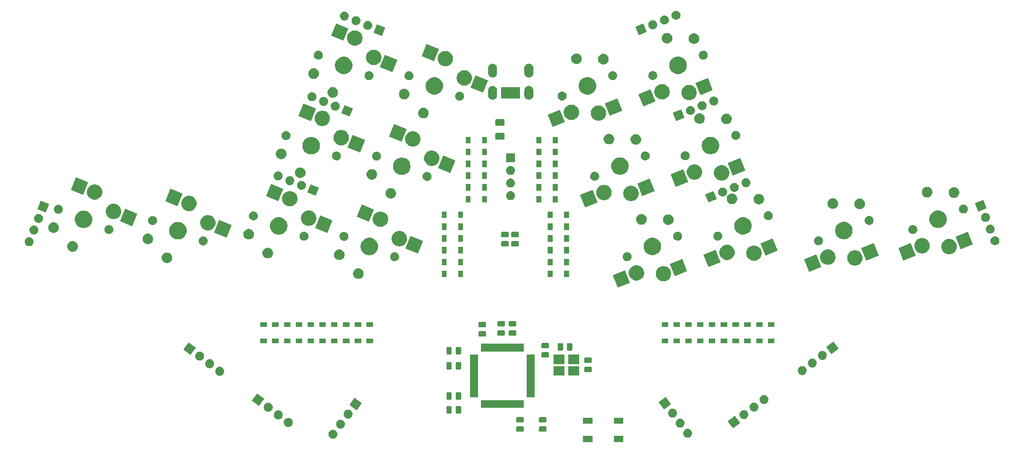
<source format=gbr>
G04 #@! TF.GenerationSoftware,KiCad,Pcbnew,(5.1.4)-1*
G04 #@! TF.CreationDate,2022-11-11T03:01:57-05:00*
G04 #@! TF.ProjectId,ThumbsUp,5468756d-6273-4557-902e-6b696361645f,rev?*
G04 #@! TF.SameCoordinates,Original*
G04 #@! TF.FileFunction,Soldermask,Bot*
G04 #@! TF.FilePolarity,Negative*
%FSLAX46Y46*%
G04 Gerber Fmt 4.6, Leading zero omitted, Abs format (unit mm)*
G04 Created by KiCad (PCBNEW (5.1.4)-1) date 2022-11-11 03:01:57*
%MOMM*%
%LPD*%
G04 APERTURE LIST*
%ADD10C,0.100000*%
G04 APERTURE END LIST*
D10*
G36*
X169405000Y-230035000D02*
G01*
X167503000Y-230035000D01*
X167503000Y-228833000D01*
X169405000Y-228833000D01*
X169405000Y-230035000D01*
X169405000Y-230035000D01*
G37*
G36*
X163205000Y-230035000D02*
G01*
X161303000Y-230035000D01*
X161303000Y-228833000D01*
X163205000Y-228833000D01*
X163205000Y-230035000D01*
X163205000Y-230035000D01*
G37*
G36*
X110944726Y-227566954D02*
G01*
X111010911Y-227573473D01*
X111180750Y-227624993D01*
X111337275Y-227708658D01*
X111373013Y-227737988D01*
X111474470Y-227821250D01*
X111552530Y-227916368D01*
X111587062Y-227958445D01*
X111670727Y-228114970D01*
X111722247Y-228284809D01*
X111739643Y-228461436D01*
X111722247Y-228638063D01*
X111670727Y-228807902D01*
X111587062Y-228964427D01*
X111557732Y-229000165D01*
X111474470Y-229101622D01*
X111398663Y-229163834D01*
X111337275Y-229214214D01*
X111180750Y-229297879D01*
X111010911Y-229349399D01*
X110944727Y-229355917D01*
X110878544Y-229362436D01*
X110790024Y-229362436D01*
X110723841Y-229355917D01*
X110657657Y-229349399D01*
X110487818Y-229297879D01*
X110331293Y-229214214D01*
X110269905Y-229163834D01*
X110194098Y-229101622D01*
X110110836Y-229000165D01*
X110081506Y-228964427D01*
X109997841Y-228807902D01*
X109946321Y-228638063D01*
X109928925Y-228461436D01*
X109946321Y-228284809D01*
X109997841Y-228114970D01*
X110081506Y-227958445D01*
X110116038Y-227916368D01*
X110194098Y-227821250D01*
X110295555Y-227737988D01*
X110331293Y-227708658D01*
X110487818Y-227624993D01*
X110657657Y-227573473D01*
X110723842Y-227566954D01*
X110790024Y-227560436D01*
X110878544Y-227560436D01*
X110944726Y-227566954D01*
X110944726Y-227566954D01*
G37*
G36*
X182504085Y-227368352D02*
G01*
X182570270Y-227374871D01*
X182740109Y-227426391D01*
X182896634Y-227510056D01*
X182932372Y-227539386D01*
X183033829Y-227622648D01*
X183117091Y-227724105D01*
X183146421Y-227759843D01*
X183188004Y-227837638D01*
X183223752Y-227904517D01*
X183230086Y-227916368D01*
X183281606Y-228086207D01*
X183299002Y-228262834D01*
X183281606Y-228439461D01*
X183230086Y-228609300D01*
X183146421Y-228765825D01*
X183117091Y-228801563D01*
X183033829Y-228903020D01*
X182959003Y-228964427D01*
X182896634Y-229015612D01*
X182740109Y-229099277D01*
X182570270Y-229150797D01*
X182504085Y-229157316D01*
X182437903Y-229163834D01*
X182349383Y-229163834D01*
X182283201Y-229157316D01*
X182217016Y-229150797D01*
X182047177Y-229099277D01*
X181890652Y-229015612D01*
X181828283Y-228964427D01*
X181753457Y-228903020D01*
X181670195Y-228801563D01*
X181640865Y-228765825D01*
X181557200Y-228609300D01*
X181505680Y-228439461D01*
X181488284Y-228262834D01*
X181505680Y-228086207D01*
X181557200Y-227916368D01*
X181563535Y-227904517D01*
X181599282Y-227837638D01*
X181640865Y-227759843D01*
X181670195Y-227724105D01*
X181753457Y-227622648D01*
X181854914Y-227539386D01*
X181890652Y-227510056D01*
X182047177Y-227426391D01*
X182217016Y-227374871D01*
X182283201Y-227368352D01*
X182349383Y-227361834D01*
X182437903Y-227361834D01*
X182504085Y-227368352D01*
X182504085Y-227368352D01*
G37*
G36*
X153746468Y-226893065D02*
G01*
X153785138Y-226904796D01*
X153820777Y-226923846D01*
X153852017Y-226949483D01*
X153877654Y-226980723D01*
X153896704Y-227016362D01*
X153908435Y-227055032D01*
X153913000Y-227101388D01*
X153913000Y-227752612D01*
X153908435Y-227798968D01*
X153896704Y-227837638D01*
X153877654Y-227873277D01*
X153852017Y-227904517D01*
X153820777Y-227930154D01*
X153785138Y-227949204D01*
X153746468Y-227960935D01*
X153700112Y-227965500D01*
X152623888Y-227965500D01*
X152577532Y-227960935D01*
X152538862Y-227949204D01*
X152503223Y-227930154D01*
X152471983Y-227904517D01*
X152446346Y-227873277D01*
X152427296Y-227837638D01*
X152415565Y-227798968D01*
X152411000Y-227752612D01*
X152411000Y-227101388D01*
X152415565Y-227055032D01*
X152427296Y-227016362D01*
X152446346Y-226980723D01*
X152471983Y-226949483D01*
X152503223Y-226923846D01*
X152538862Y-226904796D01*
X152577532Y-226893065D01*
X152623888Y-226888500D01*
X153700112Y-226888500D01*
X153746468Y-226893065D01*
X153746468Y-226893065D01*
G37*
G36*
X149174468Y-226893065D02*
G01*
X149213138Y-226904796D01*
X149248777Y-226923846D01*
X149280017Y-226949483D01*
X149305654Y-226980723D01*
X149324704Y-227016362D01*
X149336435Y-227055032D01*
X149341000Y-227101388D01*
X149341000Y-227752612D01*
X149336435Y-227798968D01*
X149324704Y-227837638D01*
X149305654Y-227873277D01*
X149280017Y-227904517D01*
X149248777Y-227930154D01*
X149213138Y-227949204D01*
X149174468Y-227960935D01*
X149128112Y-227965500D01*
X148051888Y-227965500D01*
X148005532Y-227960935D01*
X147966862Y-227949204D01*
X147931223Y-227930154D01*
X147899983Y-227904517D01*
X147874346Y-227873277D01*
X147855296Y-227837638D01*
X147843565Y-227798968D01*
X147839000Y-227752612D01*
X147839000Y-227101388D01*
X147843565Y-227055032D01*
X147855296Y-227016362D01*
X147874346Y-226980723D01*
X147899983Y-226949483D01*
X147931223Y-226923846D01*
X147966862Y-226904796D01*
X148005532Y-226893065D01*
X148051888Y-226888500D01*
X149128112Y-226888500D01*
X149174468Y-226893065D01*
X149174468Y-226893065D01*
G37*
G36*
X112473337Y-225538420D02*
G01*
X112539521Y-225544938D01*
X112709360Y-225596458D01*
X112865885Y-225680123D01*
X112901623Y-225709453D01*
X113003080Y-225792715D01*
X113081140Y-225887833D01*
X113115672Y-225929910D01*
X113199337Y-226086435D01*
X113250857Y-226256274D01*
X113268253Y-226432901D01*
X113250857Y-226609528D01*
X113199337Y-226779367D01*
X113115672Y-226935892D01*
X113104518Y-226949483D01*
X113003080Y-227073087D01*
X112927273Y-227135299D01*
X112865885Y-227185679D01*
X112709360Y-227269344D01*
X112539521Y-227320864D01*
X112473337Y-227327382D01*
X112407154Y-227333901D01*
X112318634Y-227333901D01*
X112252451Y-227327382D01*
X112186267Y-227320864D01*
X112016428Y-227269344D01*
X111859903Y-227185679D01*
X111798515Y-227135299D01*
X111722708Y-227073087D01*
X111621270Y-226949483D01*
X111610116Y-226935892D01*
X111526451Y-226779367D01*
X111474931Y-226609528D01*
X111457535Y-226432901D01*
X111474931Y-226256274D01*
X111526451Y-226086435D01*
X111610116Y-225929910D01*
X111644648Y-225887833D01*
X111722708Y-225792715D01*
X111824165Y-225709453D01*
X111859903Y-225680123D01*
X112016428Y-225596458D01*
X112186267Y-225544938D01*
X112252451Y-225538420D01*
X112318634Y-225531901D01*
X112407154Y-225531901D01*
X112473337Y-225538420D01*
X112473337Y-225538420D01*
G37*
G36*
X192323490Y-225333996D02*
G01*
X192978707Y-226203498D01*
X192978707Y-226203499D01*
X192214503Y-226779367D01*
X191539566Y-227287969D01*
X191539565Y-227287969D01*
X190821452Y-226335000D01*
X190455095Y-225848828D01*
X190455095Y-225848827D01*
X191404814Y-225133163D01*
X191894236Y-224764357D01*
X191894237Y-224764357D01*
X192323490Y-225333996D01*
X192323490Y-225333996D01*
G37*
G36*
X180975475Y-225339817D02*
G01*
X181041660Y-225346336D01*
X181211499Y-225397856D01*
X181368024Y-225481521D01*
X181403762Y-225510851D01*
X181505219Y-225594113D01*
X181588481Y-225695570D01*
X181617811Y-225731308D01*
X181701476Y-225887833D01*
X181752996Y-226057672D01*
X181770392Y-226234299D01*
X181752996Y-226410926D01*
X181701476Y-226580765D01*
X181617811Y-226737290D01*
X181588481Y-226773028D01*
X181505219Y-226874485D01*
X181430393Y-226935892D01*
X181368024Y-226987077D01*
X181211499Y-227070742D01*
X181041660Y-227122262D01*
X180975475Y-227128781D01*
X180909293Y-227135299D01*
X180820773Y-227135299D01*
X180754591Y-227128781D01*
X180688406Y-227122262D01*
X180518567Y-227070742D01*
X180362042Y-226987077D01*
X180299673Y-226935892D01*
X180224847Y-226874485D01*
X180141585Y-226773028D01*
X180112255Y-226737290D01*
X180028590Y-226580765D01*
X179977070Y-226410926D01*
X179959674Y-226234299D01*
X179977070Y-226057672D01*
X180028590Y-225887833D01*
X180112255Y-225731308D01*
X180141585Y-225695570D01*
X180224847Y-225594113D01*
X180326304Y-225510851D01*
X180362042Y-225481521D01*
X180518567Y-225397856D01*
X180688406Y-225346336D01*
X180754591Y-225339817D01*
X180820773Y-225333299D01*
X180909293Y-225333299D01*
X180975475Y-225339817D01*
X180975475Y-225339817D01*
G37*
G36*
X101938762Y-225192568D02*
G01*
X102004947Y-225199087D01*
X102174786Y-225250607D01*
X102331311Y-225334272D01*
X102367049Y-225363602D01*
X102468506Y-225446864D01*
X102538293Y-225531901D01*
X102581098Y-225584059D01*
X102664763Y-225740584D01*
X102716283Y-225910423D01*
X102733679Y-226087050D01*
X102716283Y-226263677D01*
X102664763Y-226433516D01*
X102581098Y-226590041D01*
X102565107Y-226609526D01*
X102468506Y-226727236D01*
X102367049Y-226810498D01*
X102331311Y-226839828D01*
X102174786Y-226923493D01*
X102004947Y-226975013D01*
X101946971Y-226980723D01*
X101872580Y-226988050D01*
X101784060Y-226988050D01*
X101709669Y-226980723D01*
X101651693Y-226975013D01*
X101481854Y-226923493D01*
X101325329Y-226839828D01*
X101289591Y-226810498D01*
X101188134Y-226727236D01*
X101091533Y-226609526D01*
X101075542Y-226590041D01*
X100991877Y-226433516D01*
X100940357Y-226263677D01*
X100922961Y-226087050D01*
X100940357Y-225910423D01*
X100991877Y-225740584D01*
X101075542Y-225584059D01*
X101118347Y-225531901D01*
X101188134Y-225446864D01*
X101289591Y-225363602D01*
X101325329Y-225334272D01*
X101481854Y-225250607D01*
X101651693Y-225199087D01*
X101717878Y-225192568D01*
X101784060Y-225186050D01*
X101872580Y-225186050D01*
X101938762Y-225192568D01*
X101938762Y-225192568D01*
G37*
G36*
X163205000Y-226335000D02*
G01*
X161303000Y-226335000D01*
X161303000Y-225133000D01*
X163205000Y-225133000D01*
X163205000Y-226335000D01*
X163205000Y-226335000D01*
G37*
G36*
X169405000Y-226335000D02*
G01*
X167503000Y-226335000D01*
X167503000Y-225133000D01*
X169405000Y-225133000D01*
X169405000Y-226335000D01*
X169405000Y-226335000D01*
G37*
G36*
X153746468Y-225018065D02*
G01*
X153785138Y-225029796D01*
X153820777Y-225048846D01*
X153852017Y-225074483D01*
X153877654Y-225105723D01*
X153896704Y-225141362D01*
X153908435Y-225180032D01*
X153913000Y-225226388D01*
X153913000Y-225877612D01*
X153908435Y-225923968D01*
X153896704Y-225962638D01*
X153877654Y-225998277D01*
X153852017Y-226029517D01*
X153820777Y-226055154D01*
X153785138Y-226074204D01*
X153746468Y-226085935D01*
X153700112Y-226090500D01*
X152623888Y-226090500D01*
X152577532Y-226085935D01*
X152538862Y-226074204D01*
X152503223Y-226055154D01*
X152471983Y-226029517D01*
X152446346Y-225998277D01*
X152427296Y-225962638D01*
X152415565Y-225923968D01*
X152411000Y-225877612D01*
X152411000Y-225226388D01*
X152415565Y-225180032D01*
X152427296Y-225141362D01*
X152446346Y-225105723D01*
X152471983Y-225074483D01*
X152503223Y-225048846D01*
X152538862Y-225029796D01*
X152577532Y-225018065D01*
X152623888Y-225013500D01*
X153700112Y-225013500D01*
X153746468Y-225018065D01*
X153746468Y-225018065D01*
G37*
G36*
X149174468Y-225018065D02*
G01*
X149213138Y-225029796D01*
X149248777Y-225048846D01*
X149280017Y-225074483D01*
X149305654Y-225105723D01*
X149324704Y-225141362D01*
X149336435Y-225180032D01*
X149341000Y-225226388D01*
X149341000Y-225877612D01*
X149336435Y-225923968D01*
X149324704Y-225962638D01*
X149305654Y-225998277D01*
X149280017Y-226029517D01*
X149248777Y-226055154D01*
X149213138Y-226074204D01*
X149174468Y-226085935D01*
X149128112Y-226090500D01*
X148051888Y-226090500D01*
X148005532Y-226085935D01*
X147966862Y-226074204D01*
X147931223Y-226055154D01*
X147899983Y-226029517D01*
X147874346Y-225998277D01*
X147855296Y-225962638D01*
X147843565Y-225923968D01*
X147839000Y-225877612D01*
X147839000Y-225226388D01*
X147843565Y-225180032D01*
X147855296Y-225141362D01*
X147874346Y-225105723D01*
X147899983Y-225074483D01*
X147931223Y-225048846D01*
X147966862Y-225029796D01*
X148005532Y-225018065D01*
X148051888Y-225013500D01*
X149128112Y-225013500D01*
X149174468Y-225018065D01*
X149174468Y-225018065D01*
G37*
G36*
X99910228Y-223663959D02*
G01*
X99976412Y-223670477D01*
X100146251Y-223721997D01*
X100146253Y-223721998D01*
X100188865Y-223744775D01*
X100302776Y-223805662D01*
X100338514Y-223834992D01*
X100439971Y-223918254D01*
X100502594Y-223994562D01*
X100552563Y-224055449D01*
X100636228Y-224211974D01*
X100687748Y-224381813D01*
X100705144Y-224558440D01*
X100687748Y-224735067D01*
X100636228Y-224904906D01*
X100636227Y-224904908D01*
X100634917Y-224907358D01*
X100552563Y-225061431D01*
X100541851Y-225074483D01*
X100439971Y-225198626D01*
X100338514Y-225281888D01*
X100302776Y-225311218D01*
X100146251Y-225394883D01*
X99976412Y-225446403D01*
X99910227Y-225452922D01*
X99844045Y-225459440D01*
X99755525Y-225459440D01*
X99689343Y-225452922D01*
X99623158Y-225446403D01*
X99453319Y-225394883D01*
X99296794Y-225311218D01*
X99261056Y-225281888D01*
X99159599Y-225198626D01*
X99057719Y-225074483D01*
X99047007Y-225061431D01*
X98964653Y-224907358D01*
X98963343Y-224904908D01*
X98963342Y-224904906D01*
X98911822Y-224735067D01*
X98894426Y-224558440D01*
X98911822Y-224381813D01*
X98963342Y-224211974D01*
X99047007Y-224055449D01*
X99096976Y-223994562D01*
X99159599Y-223918254D01*
X99261056Y-223834992D01*
X99296794Y-223805662D01*
X99410705Y-223744775D01*
X99453317Y-223721998D01*
X99453319Y-223721997D01*
X99623158Y-223670477D01*
X99689342Y-223663959D01*
X99755525Y-223657440D01*
X99844045Y-223657440D01*
X99910228Y-223663959D01*
X99910228Y-223663959D01*
G37*
G36*
X193855877Y-223603071D02*
G01*
X193922062Y-223609590D01*
X194091901Y-223661110D01*
X194248426Y-223744775D01*
X194272072Y-223764181D01*
X194385621Y-223857367D01*
X194468883Y-223958824D01*
X194498213Y-223994562D01*
X194498214Y-223994564D01*
X194557131Y-224104788D01*
X194581878Y-224151087D01*
X194633398Y-224320926D01*
X194650794Y-224497553D01*
X194633398Y-224674180D01*
X194581878Y-224844019D01*
X194498213Y-225000544D01*
X194483334Y-225018674D01*
X194385621Y-225137739D01*
X194310867Y-225199087D01*
X194248426Y-225250331D01*
X194248424Y-225250332D01*
X194134514Y-225311219D01*
X194091901Y-225333996D01*
X193922062Y-225385516D01*
X193855878Y-225392034D01*
X193789695Y-225398553D01*
X193701175Y-225398553D01*
X193634992Y-225392034D01*
X193568808Y-225385516D01*
X193398969Y-225333996D01*
X193356357Y-225311219D01*
X193242446Y-225250332D01*
X193242444Y-225250331D01*
X193180003Y-225199087D01*
X193105249Y-225137739D01*
X193007536Y-225018674D01*
X192992657Y-225000544D01*
X192908992Y-224844019D01*
X192857472Y-224674180D01*
X192840076Y-224497553D01*
X192857472Y-224320926D01*
X192908992Y-224151087D01*
X192933740Y-224104788D01*
X192992656Y-223994564D01*
X192992657Y-223994562D01*
X193021987Y-223958824D01*
X193105249Y-223857367D01*
X193218798Y-223764181D01*
X193242444Y-223744775D01*
X193398969Y-223661110D01*
X193568808Y-223609590D01*
X193634993Y-223603071D01*
X193701175Y-223596553D01*
X193789695Y-223596553D01*
X193855877Y-223603071D01*
X193855877Y-223603071D01*
G37*
G36*
X114001946Y-223509885D02*
G01*
X114068131Y-223516404D01*
X114237970Y-223567924D01*
X114394495Y-223651589D01*
X114416947Y-223670015D01*
X114531690Y-223764181D01*
X114609750Y-223859299D01*
X114644282Y-223901376D01*
X114653304Y-223918255D01*
X114726638Y-224055451D01*
X114727947Y-224057901D01*
X114779467Y-224227740D01*
X114796863Y-224404367D01*
X114779467Y-224580994D01*
X114727947Y-224750833D01*
X114644282Y-224907358D01*
X114614952Y-224943096D01*
X114531690Y-225044553D01*
X114455883Y-225106765D01*
X114394495Y-225157145D01*
X114394493Y-225157146D01*
X114264952Y-225226388D01*
X114237970Y-225240810D01*
X114068131Y-225292330D01*
X114001947Y-225298848D01*
X113935764Y-225305367D01*
X113847244Y-225305367D01*
X113781061Y-225298848D01*
X113714877Y-225292330D01*
X113545038Y-225240810D01*
X113518057Y-225226388D01*
X113388515Y-225157146D01*
X113388513Y-225157145D01*
X113327125Y-225106765D01*
X113251318Y-225044553D01*
X113168056Y-224943096D01*
X113138726Y-224907358D01*
X113055061Y-224750833D01*
X113003541Y-224580994D01*
X112986145Y-224404367D01*
X113003541Y-224227740D01*
X113055061Y-224057901D01*
X113056371Y-224055451D01*
X113129704Y-223918255D01*
X113138726Y-223901376D01*
X113173258Y-223859299D01*
X113251318Y-223764181D01*
X113366061Y-223670015D01*
X113388513Y-223651589D01*
X113545038Y-223567924D01*
X113714877Y-223516404D01*
X113781062Y-223509885D01*
X113847244Y-223503367D01*
X113935764Y-223503367D01*
X114001946Y-223509885D01*
X114001946Y-223509885D01*
G37*
G36*
X179446865Y-223311283D02*
G01*
X179513050Y-223317802D01*
X179682889Y-223369322D01*
X179839414Y-223452987D01*
X179862498Y-223471932D01*
X179976609Y-223565579D01*
X180051996Y-223657440D01*
X180089201Y-223702774D01*
X180172866Y-223859299D01*
X180224386Y-224029138D01*
X180241782Y-224205765D01*
X180224386Y-224382392D01*
X180172866Y-224552231D01*
X180089201Y-224708756D01*
X180067608Y-224735067D01*
X179976609Y-224845951D01*
X179901783Y-224907358D01*
X179839414Y-224958543D01*
X179839412Y-224958544D01*
X179736598Y-225013500D01*
X179682889Y-225042208D01*
X179513050Y-225093728D01*
X179446865Y-225100247D01*
X179380683Y-225106765D01*
X179292163Y-225106765D01*
X179225981Y-225100247D01*
X179159796Y-225093728D01*
X178989957Y-225042208D01*
X178936249Y-225013500D01*
X178833434Y-224958544D01*
X178833432Y-224958543D01*
X178771063Y-224907358D01*
X178696237Y-224845951D01*
X178605238Y-224735067D01*
X178583645Y-224708756D01*
X178499980Y-224552231D01*
X178448460Y-224382392D01*
X178431064Y-224205765D01*
X178448460Y-224029138D01*
X178499980Y-223859299D01*
X178583645Y-223702774D01*
X178620850Y-223657440D01*
X178696237Y-223565579D01*
X178810348Y-223471932D01*
X178833432Y-223452987D01*
X178989957Y-223369322D01*
X179159796Y-223317802D01*
X179225981Y-223311283D01*
X179292163Y-223304765D01*
X179380683Y-223304765D01*
X179446865Y-223311283D01*
X179446865Y-223311283D01*
G37*
G36*
X134640968Y-222773565D02*
G01*
X134679638Y-222785296D01*
X134715277Y-222804346D01*
X134746517Y-222829983D01*
X134772154Y-222861223D01*
X134791204Y-222896862D01*
X134802935Y-222935532D01*
X134807500Y-222981888D01*
X134807500Y-224058112D01*
X134802935Y-224104468D01*
X134791204Y-224143138D01*
X134772154Y-224178777D01*
X134746517Y-224210017D01*
X134715277Y-224235654D01*
X134679638Y-224254704D01*
X134640968Y-224266435D01*
X134594612Y-224271000D01*
X133943388Y-224271000D01*
X133897032Y-224266435D01*
X133858362Y-224254704D01*
X133822723Y-224235654D01*
X133791483Y-224210017D01*
X133765846Y-224178777D01*
X133746796Y-224143138D01*
X133735065Y-224104468D01*
X133730500Y-224058112D01*
X133730500Y-222981888D01*
X133735065Y-222935532D01*
X133746796Y-222896862D01*
X133765846Y-222861223D01*
X133791483Y-222829983D01*
X133822723Y-222804346D01*
X133858362Y-222785296D01*
X133897032Y-222773565D01*
X133943388Y-222769000D01*
X134594612Y-222769000D01*
X134640968Y-222773565D01*
X134640968Y-222773565D01*
G37*
G36*
X136515968Y-222773565D02*
G01*
X136554638Y-222785296D01*
X136590277Y-222804346D01*
X136621517Y-222829983D01*
X136647154Y-222861223D01*
X136666204Y-222896862D01*
X136677935Y-222935532D01*
X136682500Y-222981888D01*
X136682500Y-224058112D01*
X136677935Y-224104468D01*
X136666204Y-224143138D01*
X136647154Y-224178777D01*
X136621517Y-224210017D01*
X136590277Y-224235654D01*
X136554638Y-224254704D01*
X136515968Y-224266435D01*
X136469612Y-224271000D01*
X135818388Y-224271000D01*
X135772032Y-224266435D01*
X135733362Y-224254704D01*
X135697723Y-224235654D01*
X135666483Y-224210017D01*
X135640846Y-224178777D01*
X135621796Y-224143138D01*
X135610065Y-224104468D01*
X135605500Y-224058112D01*
X135605500Y-222981888D01*
X135610065Y-222935532D01*
X135621796Y-222896862D01*
X135640846Y-222861223D01*
X135666483Y-222829983D01*
X135697723Y-222804346D01*
X135733362Y-222785296D01*
X135772032Y-222773565D01*
X135818388Y-222769000D01*
X136469612Y-222769000D01*
X136515968Y-222773565D01*
X136515968Y-222773565D01*
G37*
G36*
X97881693Y-222135348D02*
G01*
X97947878Y-222141867D01*
X98117717Y-222193387D01*
X98117719Y-222193388D01*
X98160331Y-222216165D01*
X98274242Y-222277052D01*
X98309980Y-222306382D01*
X98411437Y-222389644D01*
X98474060Y-222465952D01*
X98524029Y-222526839D01*
X98607694Y-222683364D01*
X98659214Y-222853203D01*
X98676610Y-223029830D01*
X98659214Y-223206457D01*
X98607694Y-223376296D01*
X98524029Y-223532821D01*
X98495220Y-223567925D01*
X98411437Y-223670016D01*
X98309980Y-223753278D01*
X98274242Y-223782608D01*
X98117717Y-223866273D01*
X97947878Y-223917793D01*
X97881693Y-223924312D01*
X97815511Y-223930830D01*
X97726991Y-223930830D01*
X97660809Y-223924312D01*
X97594624Y-223917793D01*
X97424785Y-223866273D01*
X97268260Y-223782608D01*
X97232522Y-223753278D01*
X97131065Y-223670016D01*
X97047282Y-223567925D01*
X97018473Y-223532821D01*
X96934808Y-223376296D01*
X96883288Y-223206457D01*
X96865892Y-223029830D01*
X96883288Y-222853203D01*
X96934808Y-222683364D01*
X97018473Y-222526839D01*
X97068442Y-222465952D01*
X97131065Y-222389644D01*
X97232522Y-222306382D01*
X97268260Y-222277052D01*
X97382171Y-222216165D01*
X97424783Y-222193388D01*
X97424785Y-222193387D01*
X97594624Y-222141867D01*
X97660809Y-222135348D01*
X97726991Y-222128830D01*
X97815511Y-222128830D01*
X97881693Y-222135348D01*
X97881693Y-222135348D01*
G37*
G36*
X195884412Y-222074462D02*
G01*
X195950596Y-222080980D01*
X196120435Y-222132500D01*
X196276960Y-222216165D01*
X196312698Y-222245495D01*
X196414155Y-222328757D01*
X196497417Y-222430214D01*
X196526747Y-222465952D01*
X196610412Y-222622477D01*
X196661932Y-222792316D01*
X196679328Y-222968943D01*
X196661932Y-223145570D01*
X196610412Y-223315409D01*
X196526747Y-223471934D01*
X196500950Y-223503367D01*
X196414155Y-223609129D01*
X196339401Y-223670477D01*
X196276960Y-223721721D01*
X196276958Y-223721722D01*
X196163048Y-223782609D01*
X196120435Y-223805386D01*
X195950596Y-223856906D01*
X195884412Y-223863424D01*
X195818229Y-223869943D01*
X195729709Y-223869943D01*
X195663526Y-223863424D01*
X195597342Y-223856906D01*
X195427503Y-223805386D01*
X195384891Y-223782609D01*
X195270980Y-223721722D01*
X195270978Y-223721721D01*
X195208537Y-223670477D01*
X195133783Y-223609129D01*
X195046988Y-223503367D01*
X195021191Y-223471934D01*
X194937526Y-223315409D01*
X194886006Y-223145570D01*
X194868610Y-222968943D01*
X194886006Y-222792316D01*
X194937526Y-222622477D01*
X195021191Y-222465952D01*
X195050521Y-222430214D01*
X195133783Y-222328757D01*
X195235240Y-222245495D01*
X195270978Y-222216165D01*
X195427503Y-222132500D01*
X195597342Y-222080980D01*
X195663526Y-222074462D01*
X195729709Y-222067943D01*
X195818229Y-222067943D01*
X195884412Y-222074462D01*
X195884412Y-222074462D01*
G37*
G36*
X115717594Y-221471826D02*
G01*
X116681920Y-222198497D01*
X116681920Y-222198498D01*
X116316547Y-222683364D01*
X115597450Y-223637639D01*
X115597449Y-223637639D01*
X114802033Y-223038250D01*
X114158308Y-222553169D01*
X114158308Y-222553168D01*
X114735809Y-221786799D01*
X115242778Y-221114027D01*
X115242779Y-221114027D01*
X115717594Y-221471826D01*
X115717594Y-221471826D01*
G37*
G36*
X178471624Y-221561000D02*
G01*
X179069619Y-222354566D01*
X179069619Y-222354567D01*
X178438720Y-222829983D01*
X177630478Y-223439037D01*
X177630477Y-223439037D01*
X176839704Y-222389645D01*
X176546007Y-221999896D01*
X176546007Y-221999895D01*
X177460484Y-221310788D01*
X177985148Y-220915425D01*
X177985149Y-220915425D01*
X178471624Y-221561000D01*
X178471624Y-221561000D01*
G37*
G36*
X149360000Y-223163000D02*
G01*
X140708000Y-223163000D01*
X140708000Y-221561000D01*
X149360000Y-221561000D01*
X149360000Y-223163000D01*
X149360000Y-223163000D01*
G37*
G36*
X95980688Y-220552370D02*
G01*
X97004523Y-221323884D01*
X97004523Y-221323885D01*
X96538494Y-221942326D01*
X95920053Y-222763026D01*
X95920052Y-222763026D01*
X95163751Y-222193112D01*
X94480911Y-221678556D01*
X94480911Y-221678555D01*
X95227684Y-220687554D01*
X95565381Y-220239414D01*
X95565382Y-220239414D01*
X95980688Y-220552370D01*
X95980688Y-220552370D01*
G37*
G36*
X197912947Y-220545852D02*
G01*
X197979131Y-220552370D01*
X198148970Y-220603890D01*
X198305495Y-220687555D01*
X198341233Y-220716885D01*
X198442690Y-220800147D01*
X198525952Y-220901604D01*
X198555282Y-220937342D01*
X198638947Y-221093867D01*
X198690467Y-221263706D01*
X198707863Y-221440333D01*
X198690467Y-221616960D01*
X198638947Y-221786799D01*
X198555282Y-221943324D01*
X198525952Y-221979062D01*
X198442690Y-222080519D01*
X198367936Y-222141867D01*
X198305495Y-222193111D01*
X198148970Y-222276776D01*
X197979131Y-222328296D01*
X197912947Y-222334814D01*
X197846764Y-222341333D01*
X197758244Y-222341333D01*
X197692061Y-222334814D01*
X197625877Y-222328296D01*
X197456038Y-222276776D01*
X197299513Y-222193111D01*
X197237072Y-222141867D01*
X197162318Y-222080519D01*
X197079056Y-221979062D01*
X197049726Y-221943324D01*
X196966061Y-221786799D01*
X196914541Y-221616960D01*
X196897145Y-221440333D01*
X196914541Y-221263706D01*
X196966061Y-221093867D01*
X197049726Y-220937342D01*
X197079056Y-220901604D01*
X197162318Y-220800147D01*
X197263775Y-220716885D01*
X197299513Y-220687555D01*
X197456038Y-220603890D01*
X197625877Y-220552370D01*
X197692061Y-220545852D01*
X197758244Y-220539333D01*
X197846764Y-220539333D01*
X197912947Y-220545852D01*
X197912947Y-220545852D01*
G37*
G36*
X134640968Y-219979565D02*
G01*
X134679638Y-219991296D01*
X134715277Y-220010346D01*
X134746517Y-220035983D01*
X134772154Y-220067223D01*
X134791204Y-220102862D01*
X134802935Y-220141532D01*
X134807500Y-220187888D01*
X134807500Y-221264112D01*
X134802935Y-221310468D01*
X134791204Y-221349138D01*
X134772154Y-221384777D01*
X134746517Y-221416017D01*
X134715277Y-221441654D01*
X134679638Y-221460704D01*
X134640968Y-221472435D01*
X134594612Y-221477000D01*
X133943388Y-221477000D01*
X133897032Y-221472435D01*
X133858362Y-221460704D01*
X133822723Y-221441654D01*
X133791483Y-221416017D01*
X133765846Y-221384777D01*
X133746796Y-221349138D01*
X133735065Y-221310468D01*
X133730500Y-221264112D01*
X133730500Y-220187888D01*
X133735065Y-220141532D01*
X133746796Y-220102862D01*
X133765846Y-220067223D01*
X133791483Y-220035983D01*
X133822723Y-220010346D01*
X133858362Y-219991296D01*
X133897032Y-219979565D01*
X133943388Y-219975000D01*
X134594612Y-219975000D01*
X134640968Y-219979565D01*
X134640968Y-219979565D01*
G37*
G36*
X136515968Y-219979565D02*
G01*
X136554638Y-219991296D01*
X136590277Y-220010346D01*
X136621517Y-220035983D01*
X136647154Y-220067223D01*
X136666204Y-220102862D01*
X136677935Y-220141532D01*
X136682500Y-220187888D01*
X136682500Y-221264112D01*
X136677935Y-221310468D01*
X136666204Y-221349138D01*
X136647154Y-221384777D01*
X136621517Y-221416017D01*
X136590277Y-221441654D01*
X136554638Y-221460704D01*
X136515968Y-221472435D01*
X136469612Y-221477000D01*
X135818388Y-221477000D01*
X135772032Y-221472435D01*
X135733362Y-221460704D01*
X135697723Y-221441654D01*
X135666483Y-221416017D01*
X135640846Y-221384777D01*
X135621796Y-221349138D01*
X135610065Y-221310468D01*
X135605500Y-221264112D01*
X135605500Y-220187888D01*
X135610065Y-220141532D01*
X135621796Y-220102862D01*
X135640846Y-220067223D01*
X135666483Y-220035983D01*
X135697723Y-220010346D01*
X135733362Y-219991296D01*
X135772032Y-219979565D01*
X135818388Y-219975000D01*
X136469612Y-219975000D01*
X136515968Y-219979565D01*
X136515968Y-219979565D01*
G37*
G36*
X151535000Y-220988000D02*
G01*
X149933000Y-220988000D01*
X149933000Y-212336000D01*
X151535000Y-212336000D01*
X151535000Y-220988000D01*
X151535000Y-220988000D01*
G37*
G36*
X140135000Y-220988000D02*
G01*
X138533000Y-220988000D01*
X138533000Y-212336000D01*
X140135000Y-212336000D01*
X140135000Y-220988000D01*
X140135000Y-220988000D01*
G37*
G36*
X88103061Y-214857030D02*
G01*
X88169245Y-214863548D01*
X88339084Y-214915068D01*
X88495609Y-214998733D01*
X88521172Y-215019712D01*
X88632804Y-215111325D01*
X88716066Y-215212782D01*
X88745396Y-215248520D01*
X88829061Y-215405045D01*
X88880581Y-215574884D01*
X88897977Y-215751511D01*
X88880581Y-215928138D01*
X88829061Y-216097977D01*
X88745396Y-216254502D01*
X88716066Y-216290240D01*
X88632804Y-216391697D01*
X88531347Y-216474959D01*
X88495609Y-216504289D01*
X88339084Y-216587954D01*
X88169245Y-216639474D01*
X88103060Y-216645993D01*
X88036878Y-216652511D01*
X87948358Y-216652511D01*
X87882176Y-216645993D01*
X87815991Y-216639474D01*
X87646152Y-216587954D01*
X87489627Y-216504289D01*
X87453889Y-216474959D01*
X87352432Y-216391697D01*
X87269170Y-216290240D01*
X87239840Y-216254502D01*
X87156175Y-216097977D01*
X87104655Y-215928138D01*
X87087259Y-215751511D01*
X87104655Y-215574884D01*
X87156175Y-215405045D01*
X87239840Y-215248520D01*
X87269170Y-215212782D01*
X87352432Y-215111325D01*
X87464064Y-215019712D01*
X87489627Y-214998733D01*
X87646152Y-214915068D01*
X87815991Y-214863548D01*
X87882175Y-214857030D01*
X87948358Y-214850511D01*
X88036878Y-214850511D01*
X88103061Y-214857030D01*
X88103061Y-214857030D01*
G37*
G36*
X157565000Y-216611000D02*
G01*
X155363000Y-216611000D01*
X155363000Y-214709000D01*
X157565000Y-214709000D01*
X157565000Y-216611000D01*
X157565000Y-216611000D01*
G37*
G36*
X160465000Y-216611000D02*
G01*
X158263000Y-216611000D01*
X158263000Y-214709000D01*
X160465000Y-214709000D01*
X160465000Y-216611000D01*
X160465000Y-216611000D01*
G37*
G36*
X205625583Y-214703424D02*
G01*
X205691768Y-214709943D01*
X205861607Y-214761463D01*
X206018132Y-214845128D01*
X206048190Y-214869796D01*
X206155327Y-214957720D01*
X206206464Y-215020032D01*
X206267919Y-215094915D01*
X206351584Y-215251440D01*
X206403104Y-215421279D01*
X206420500Y-215597906D01*
X206403104Y-215774533D01*
X206351584Y-215944372D01*
X206267919Y-216100897D01*
X206238589Y-216136635D01*
X206155327Y-216238092D01*
X206053870Y-216321354D01*
X206018132Y-216350684D01*
X205861607Y-216434349D01*
X205691768Y-216485869D01*
X205625583Y-216492388D01*
X205559401Y-216498906D01*
X205470881Y-216498906D01*
X205404699Y-216492388D01*
X205338514Y-216485869D01*
X205168675Y-216434349D01*
X205012150Y-216350684D01*
X204976412Y-216321354D01*
X204874955Y-216238092D01*
X204791693Y-216136635D01*
X204762363Y-216100897D01*
X204678698Y-215944372D01*
X204627178Y-215774533D01*
X204609782Y-215597906D01*
X204627178Y-215421279D01*
X204678698Y-215251440D01*
X204762363Y-215094915D01*
X204823818Y-215020032D01*
X204874955Y-214957720D01*
X204982092Y-214869796D01*
X205012150Y-214845128D01*
X205168675Y-214761463D01*
X205338514Y-214709943D01*
X205404699Y-214703424D01*
X205470881Y-214696906D01*
X205559401Y-214696906D01*
X205625583Y-214703424D01*
X205625583Y-214703424D01*
G37*
G36*
X162890468Y-214858065D02*
G01*
X162929138Y-214869796D01*
X162964777Y-214888846D01*
X162996017Y-214914483D01*
X163021654Y-214945723D01*
X163040704Y-214981362D01*
X163052435Y-215020032D01*
X163057000Y-215066388D01*
X163057000Y-215717612D01*
X163052435Y-215763968D01*
X163040704Y-215802638D01*
X163021654Y-215838277D01*
X162996017Y-215869517D01*
X162964777Y-215895154D01*
X162929138Y-215914204D01*
X162890468Y-215925935D01*
X162844112Y-215930500D01*
X161767888Y-215930500D01*
X161721532Y-215925935D01*
X161682862Y-215914204D01*
X161647223Y-215895154D01*
X161615983Y-215869517D01*
X161590346Y-215838277D01*
X161571296Y-215802638D01*
X161559565Y-215763968D01*
X161555000Y-215717612D01*
X161555000Y-215066388D01*
X161559565Y-215020032D01*
X161571296Y-214981362D01*
X161590346Y-214945723D01*
X161615983Y-214914483D01*
X161647223Y-214888846D01*
X161682862Y-214869796D01*
X161721532Y-214858065D01*
X161767888Y-214853500D01*
X162844112Y-214853500D01*
X162890468Y-214858065D01*
X162890468Y-214858065D01*
G37*
G36*
X134640968Y-213883565D02*
G01*
X134679638Y-213895296D01*
X134715277Y-213914346D01*
X134746517Y-213939983D01*
X134772154Y-213971223D01*
X134791204Y-214006862D01*
X134802935Y-214045532D01*
X134807500Y-214091888D01*
X134807500Y-215168112D01*
X134802935Y-215214468D01*
X134791204Y-215253138D01*
X134772154Y-215288777D01*
X134746517Y-215320017D01*
X134715277Y-215345654D01*
X134679638Y-215364704D01*
X134640968Y-215376435D01*
X134594612Y-215381000D01*
X133943388Y-215381000D01*
X133897032Y-215376435D01*
X133858362Y-215364704D01*
X133822723Y-215345654D01*
X133791483Y-215320017D01*
X133765846Y-215288777D01*
X133746796Y-215253138D01*
X133735065Y-215214468D01*
X133730500Y-215168112D01*
X133730500Y-214091888D01*
X133735065Y-214045532D01*
X133746796Y-214006862D01*
X133765846Y-213971223D01*
X133791483Y-213939983D01*
X133822723Y-213914346D01*
X133858362Y-213895296D01*
X133897032Y-213883565D01*
X133943388Y-213879000D01*
X134594612Y-213879000D01*
X134640968Y-213883565D01*
X134640968Y-213883565D01*
G37*
G36*
X136515968Y-213883565D02*
G01*
X136554638Y-213895296D01*
X136590277Y-213914346D01*
X136621517Y-213939983D01*
X136647154Y-213971223D01*
X136666204Y-214006862D01*
X136677935Y-214045532D01*
X136682500Y-214091888D01*
X136682500Y-215168112D01*
X136677935Y-215214468D01*
X136666204Y-215253138D01*
X136647154Y-215288777D01*
X136621517Y-215320017D01*
X136590277Y-215345654D01*
X136554638Y-215364704D01*
X136515968Y-215376435D01*
X136469612Y-215381000D01*
X135818388Y-215381000D01*
X135772032Y-215376435D01*
X135733362Y-215364704D01*
X135697723Y-215345654D01*
X135666483Y-215320017D01*
X135640846Y-215288777D01*
X135621796Y-215253138D01*
X135610065Y-215214468D01*
X135605500Y-215168112D01*
X135605500Y-214091888D01*
X135610065Y-214045532D01*
X135621796Y-214006862D01*
X135640846Y-213971223D01*
X135666483Y-213939983D01*
X135697723Y-213914346D01*
X135733362Y-213895296D01*
X135772032Y-213883565D01*
X135818388Y-213879000D01*
X136469612Y-213879000D01*
X136515968Y-213883565D01*
X136515968Y-213883565D01*
G37*
G36*
X86074525Y-213328419D02*
G01*
X86140710Y-213334938D01*
X86310549Y-213386458D01*
X86467074Y-213470123D01*
X86502812Y-213499453D01*
X86604269Y-213582715D01*
X86687531Y-213684172D01*
X86716861Y-213719910D01*
X86800526Y-213876435D01*
X86852046Y-214046274D01*
X86869442Y-214222901D01*
X86852046Y-214399528D01*
X86800526Y-214569367D01*
X86716861Y-214725892D01*
X86687668Y-214761463D01*
X86604269Y-214863087D01*
X86519857Y-214932361D01*
X86467074Y-214975679D01*
X86310549Y-215059344D01*
X86140710Y-215110864D01*
X86074525Y-215117383D01*
X86008343Y-215123901D01*
X85919823Y-215123901D01*
X85853641Y-215117383D01*
X85787456Y-215110864D01*
X85617617Y-215059344D01*
X85461092Y-214975679D01*
X85408309Y-214932361D01*
X85323897Y-214863087D01*
X85240498Y-214761463D01*
X85211305Y-214725892D01*
X85127640Y-214569367D01*
X85076120Y-214399528D01*
X85058724Y-214222901D01*
X85076120Y-214046274D01*
X85127640Y-213876435D01*
X85211305Y-213719910D01*
X85240635Y-213684172D01*
X85323897Y-213582715D01*
X85425354Y-213499453D01*
X85461092Y-213470123D01*
X85617617Y-213386458D01*
X85787456Y-213334938D01*
X85853641Y-213328419D01*
X85919823Y-213321901D01*
X86008343Y-213321901D01*
X86074525Y-213328419D01*
X86074525Y-213328419D01*
G37*
G36*
X207654118Y-213174814D02*
G01*
X207720303Y-213181333D01*
X207890142Y-213232853D01*
X208046667Y-213316518D01*
X208082405Y-213345848D01*
X208183862Y-213429110D01*
X208267124Y-213530567D01*
X208296454Y-213566305D01*
X208380119Y-213722830D01*
X208431639Y-213892669D01*
X208449035Y-214069296D01*
X208431639Y-214245923D01*
X208380119Y-214415762D01*
X208296454Y-214572287D01*
X208267124Y-214608025D01*
X208183862Y-214709482D01*
X208082405Y-214792744D01*
X208046667Y-214822074D01*
X207890142Y-214905739D01*
X207720303Y-214957259D01*
X207654119Y-214963777D01*
X207587936Y-214970296D01*
X207499416Y-214970296D01*
X207433233Y-214963777D01*
X207367049Y-214957259D01*
X207197210Y-214905739D01*
X207040685Y-214822074D01*
X207004947Y-214792744D01*
X206903490Y-214709482D01*
X206820228Y-214608025D01*
X206790898Y-214572287D01*
X206707233Y-214415762D01*
X206655713Y-214245923D01*
X206638317Y-214069296D01*
X206655713Y-213892669D01*
X206707233Y-213722830D01*
X206790898Y-213566305D01*
X206820228Y-213530567D01*
X206903490Y-213429110D01*
X207004947Y-213345848D01*
X207040685Y-213316518D01*
X207197210Y-213232853D01*
X207367049Y-213181333D01*
X207433234Y-213174814D01*
X207499416Y-213168296D01*
X207587936Y-213168296D01*
X207654118Y-213174814D01*
X207654118Y-213174814D01*
G37*
G36*
X160465000Y-214311000D02*
G01*
X158263000Y-214311000D01*
X158263000Y-212409000D01*
X160465000Y-212409000D01*
X160465000Y-214311000D01*
X160465000Y-214311000D01*
G37*
G36*
X157565000Y-214311000D02*
G01*
X155363000Y-214311000D01*
X155363000Y-212409000D01*
X157565000Y-212409000D01*
X157565000Y-214311000D01*
X157565000Y-214311000D01*
G37*
G36*
X162890468Y-212983065D02*
G01*
X162929138Y-212994796D01*
X162964777Y-213013846D01*
X162996017Y-213039483D01*
X163021654Y-213070723D01*
X163040704Y-213106362D01*
X163052435Y-213145032D01*
X163057000Y-213191388D01*
X163057000Y-213842612D01*
X163052435Y-213888968D01*
X163040704Y-213927638D01*
X163021654Y-213963277D01*
X162996017Y-213994517D01*
X162964777Y-214020154D01*
X162929138Y-214039204D01*
X162890468Y-214050935D01*
X162844112Y-214055500D01*
X161767888Y-214055500D01*
X161721532Y-214050935D01*
X161682862Y-214039204D01*
X161647223Y-214020154D01*
X161615983Y-213994517D01*
X161590346Y-213963277D01*
X161571296Y-213927638D01*
X161559565Y-213888968D01*
X161555000Y-213842612D01*
X161555000Y-213191388D01*
X161559565Y-213145032D01*
X161571296Y-213106362D01*
X161590346Y-213070723D01*
X161615983Y-213039483D01*
X161647223Y-213013846D01*
X161682862Y-212994796D01*
X161721532Y-212983065D01*
X161767888Y-212978500D01*
X162844112Y-212978500D01*
X162890468Y-212983065D01*
X162890468Y-212983065D01*
G37*
G36*
X84045991Y-211799809D02*
G01*
X84112176Y-211806328D01*
X84282015Y-211857848D01*
X84438540Y-211941513D01*
X84465310Y-211963483D01*
X84575735Y-212054105D01*
X84658997Y-212155562D01*
X84688327Y-212191300D01*
X84771992Y-212347825D01*
X84823512Y-212517664D01*
X84840908Y-212694291D01*
X84823512Y-212870918D01*
X84771992Y-213040757D01*
X84688327Y-213197282D01*
X84659134Y-213232853D01*
X84575735Y-213334477D01*
X84474278Y-213417739D01*
X84438540Y-213447069D01*
X84282015Y-213530734D01*
X84112176Y-213582254D01*
X84045992Y-213588772D01*
X83979809Y-213595291D01*
X83891289Y-213595291D01*
X83825106Y-213588772D01*
X83758922Y-213582254D01*
X83589083Y-213530734D01*
X83432558Y-213447069D01*
X83396820Y-213417739D01*
X83295363Y-213334477D01*
X83211964Y-213232853D01*
X83182771Y-213197282D01*
X83099106Y-213040757D01*
X83047586Y-212870918D01*
X83030190Y-212694291D01*
X83047586Y-212517664D01*
X83099106Y-212347825D01*
X83182771Y-212191300D01*
X83212101Y-212155562D01*
X83295363Y-212054105D01*
X83405788Y-211963483D01*
X83432558Y-211941513D01*
X83589083Y-211857848D01*
X83758922Y-211806328D01*
X83825107Y-211799809D01*
X83891289Y-211793291D01*
X83979809Y-211793291D01*
X84045991Y-211799809D01*
X84045991Y-211799809D01*
G37*
G36*
X209682652Y-211646204D02*
G01*
X209748837Y-211652723D01*
X209918676Y-211704243D01*
X210075201Y-211787908D01*
X210110939Y-211817238D01*
X210212396Y-211900500D01*
X210278756Y-211981361D01*
X210324988Y-212037695D01*
X210408653Y-212194220D01*
X210460173Y-212364059D01*
X210477569Y-212540686D01*
X210460173Y-212717313D01*
X210408653Y-212887152D01*
X210324988Y-213043677D01*
X210302792Y-213070723D01*
X210212396Y-213180872D01*
X210110939Y-213264134D01*
X210075201Y-213293464D01*
X209918676Y-213377129D01*
X209748837Y-213428649D01*
X209682653Y-213435167D01*
X209616470Y-213441686D01*
X209527950Y-213441686D01*
X209461767Y-213435167D01*
X209395583Y-213428649D01*
X209225744Y-213377129D01*
X209069219Y-213293464D01*
X209033481Y-213264134D01*
X208932024Y-213180872D01*
X208841628Y-213070723D01*
X208819432Y-213043677D01*
X208735767Y-212887152D01*
X208684247Y-212717313D01*
X208666851Y-212540686D01*
X208684247Y-212364059D01*
X208735767Y-212194220D01*
X208819432Y-212037695D01*
X208865664Y-211981361D01*
X208932024Y-211900500D01*
X209033481Y-211817238D01*
X209069219Y-211787908D01*
X209225744Y-211704243D01*
X209395583Y-211652723D01*
X209461768Y-211646204D01*
X209527950Y-211639686D01*
X209616470Y-211639686D01*
X209682652Y-211646204D01*
X209682652Y-211646204D01*
G37*
G36*
X154254468Y-211907065D02*
G01*
X154293138Y-211918796D01*
X154328777Y-211937846D01*
X154360017Y-211963483D01*
X154385654Y-211994723D01*
X154404704Y-212030362D01*
X154416435Y-212069032D01*
X154421000Y-212115388D01*
X154421000Y-212766612D01*
X154416435Y-212812968D01*
X154404704Y-212851638D01*
X154385654Y-212887277D01*
X154360017Y-212918517D01*
X154328777Y-212944154D01*
X154293138Y-212963204D01*
X154254468Y-212974935D01*
X154208112Y-212979500D01*
X153131888Y-212979500D01*
X153085532Y-212974935D01*
X153046862Y-212963204D01*
X153011223Y-212944154D01*
X152979983Y-212918517D01*
X152954346Y-212887277D01*
X152935296Y-212851638D01*
X152923565Y-212812968D01*
X152919000Y-212766612D01*
X152919000Y-212115388D01*
X152923565Y-212069032D01*
X152935296Y-212030362D01*
X152954346Y-211994723D01*
X152979983Y-211963483D01*
X153011223Y-211937846D01*
X153046862Y-211918796D01*
X153085532Y-211907065D01*
X153131888Y-211902500D01*
X154208112Y-211902500D01*
X154254468Y-211907065D01*
X154254468Y-211907065D01*
G37*
G36*
X82306115Y-210338250D02*
G01*
X83168821Y-210988345D01*
X83168821Y-210988346D01*
X82702792Y-211606787D01*
X82084351Y-212427487D01*
X82084350Y-212427487D01*
X81414867Y-211922995D01*
X80645209Y-211343017D01*
X80645209Y-211343016D01*
X81111238Y-210724575D01*
X81729679Y-209903875D01*
X81729680Y-209903875D01*
X82306115Y-210338250D01*
X82306115Y-210338250D01*
G37*
G36*
X134640968Y-210835565D02*
G01*
X134679638Y-210847296D01*
X134715277Y-210866346D01*
X134746517Y-210891983D01*
X134772154Y-210923223D01*
X134791204Y-210958862D01*
X134802935Y-210997532D01*
X134807500Y-211043888D01*
X134807500Y-212120112D01*
X134802935Y-212166468D01*
X134791204Y-212205138D01*
X134772154Y-212240777D01*
X134746517Y-212272017D01*
X134715277Y-212297654D01*
X134679638Y-212316704D01*
X134640968Y-212328435D01*
X134594612Y-212333000D01*
X133943388Y-212333000D01*
X133897032Y-212328435D01*
X133858362Y-212316704D01*
X133822723Y-212297654D01*
X133791483Y-212272017D01*
X133765846Y-212240777D01*
X133746796Y-212205138D01*
X133735065Y-212166468D01*
X133730500Y-212120112D01*
X133730500Y-211043888D01*
X133735065Y-210997532D01*
X133746796Y-210958862D01*
X133765846Y-210923223D01*
X133791483Y-210891983D01*
X133822723Y-210866346D01*
X133858362Y-210847296D01*
X133897032Y-210835565D01*
X133943388Y-210831000D01*
X134594612Y-210831000D01*
X134640968Y-210835565D01*
X134640968Y-210835565D01*
G37*
G36*
X136515968Y-210835565D02*
G01*
X136554638Y-210847296D01*
X136590277Y-210866346D01*
X136621517Y-210891983D01*
X136647154Y-210923223D01*
X136666204Y-210958862D01*
X136677935Y-210997532D01*
X136682500Y-211043888D01*
X136682500Y-212120112D01*
X136677935Y-212166468D01*
X136666204Y-212205138D01*
X136647154Y-212240777D01*
X136621517Y-212272017D01*
X136590277Y-212297654D01*
X136554638Y-212316704D01*
X136515968Y-212328435D01*
X136469612Y-212333000D01*
X135818388Y-212333000D01*
X135772032Y-212328435D01*
X135733362Y-212316704D01*
X135697723Y-212297654D01*
X135666483Y-212272017D01*
X135640846Y-212240777D01*
X135621796Y-212205138D01*
X135610065Y-212166468D01*
X135605500Y-212120112D01*
X135605500Y-211043888D01*
X135610065Y-210997532D01*
X135621796Y-210958862D01*
X135640846Y-210923223D01*
X135666483Y-210891983D01*
X135697723Y-210866346D01*
X135733362Y-210847296D01*
X135772032Y-210835565D01*
X135818388Y-210831000D01*
X136469612Y-210831000D01*
X136515968Y-210835565D01*
X136515968Y-210835565D01*
G37*
G36*
X212221154Y-210338250D02*
G01*
X212862550Y-211189411D01*
X212862550Y-211189412D01*
X212179345Y-211704243D01*
X211423409Y-212273882D01*
X211423408Y-212273882D01*
X210733327Y-211358112D01*
X210338938Y-210834741D01*
X210338938Y-210834740D01*
X211250458Y-210147861D01*
X211778079Y-209750270D01*
X211778080Y-209750270D01*
X212221154Y-210338250D01*
X212221154Y-210338250D01*
G37*
G36*
X149360000Y-211763000D02*
G01*
X140708000Y-211763000D01*
X140708000Y-210161000D01*
X149360000Y-210161000D01*
X149360000Y-211763000D01*
X149360000Y-211763000D01*
G37*
G36*
X158964968Y-210073565D02*
G01*
X159003638Y-210085296D01*
X159039277Y-210104346D01*
X159070517Y-210129983D01*
X159096154Y-210161223D01*
X159115204Y-210196862D01*
X159126935Y-210235532D01*
X159131500Y-210281888D01*
X159131500Y-211358112D01*
X159126935Y-211404468D01*
X159115204Y-211443138D01*
X159096154Y-211478777D01*
X159070517Y-211510017D01*
X159039277Y-211535654D01*
X159003638Y-211554704D01*
X158964968Y-211566435D01*
X158918612Y-211571000D01*
X158267388Y-211571000D01*
X158221032Y-211566435D01*
X158182362Y-211554704D01*
X158146723Y-211535654D01*
X158115483Y-211510017D01*
X158089846Y-211478777D01*
X158070796Y-211443138D01*
X158059065Y-211404468D01*
X158054500Y-211358112D01*
X158054500Y-210281888D01*
X158059065Y-210235532D01*
X158070796Y-210196862D01*
X158089846Y-210161223D01*
X158115483Y-210129983D01*
X158146723Y-210104346D01*
X158182362Y-210085296D01*
X158221032Y-210073565D01*
X158267388Y-210069000D01*
X158918612Y-210069000D01*
X158964968Y-210073565D01*
X158964968Y-210073565D01*
G37*
G36*
X157089968Y-210073565D02*
G01*
X157128638Y-210085296D01*
X157164277Y-210104346D01*
X157195517Y-210129983D01*
X157221154Y-210161223D01*
X157240204Y-210196862D01*
X157251935Y-210235532D01*
X157256500Y-210281888D01*
X157256500Y-211358112D01*
X157251935Y-211404468D01*
X157240204Y-211443138D01*
X157221154Y-211478777D01*
X157195517Y-211510017D01*
X157164277Y-211535654D01*
X157128638Y-211554704D01*
X157089968Y-211566435D01*
X157043612Y-211571000D01*
X156392388Y-211571000D01*
X156346032Y-211566435D01*
X156307362Y-211554704D01*
X156271723Y-211535654D01*
X156240483Y-211510017D01*
X156214846Y-211478777D01*
X156195796Y-211443138D01*
X156184065Y-211404468D01*
X156179500Y-211358112D01*
X156179500Y-210281888D01*
X156184065Y-210235532D01*
X156195796Y-210196862D01*
X156214846Y-210161223D01*
X156240483Y-210129983D01*
X156271723Y-210104346D01*
X156307362Y-210085296D01*
X156346032Y-210073565D01*
X156392388Y-210069000D01*
X157043612Y-210069000D01*
X157089968Y-210073565D01*
X157089968Y-210073565D01*
G37*
G36*
X154254468Y-210032065D02*
G01*
X154293138Y-210043796D01*
X154328777Y-210062846D01*
X154360017Y-210088483D01*
X154385654Y-210119723D01*
X154404704Y-210155362D01*
X154416435Y-210194032D01*
X154421000Y-210240388D01*
X154421000Y-210891612D01*
X154416435Y-210937968D01*
X154404704Y-210976638D01*
X154385654Y-211012277D01*
X154360017Y-211043517D01*
X154328777Y-211069154D01*
X154293138Y-211088204D01*
X154254468Y-211099935D01*
X154208112Y-211104500D01*
X153131888Y-211104500D01*
X153085532Y-211099935D01*
X153046862Y-211088204D01*
X153011223Y-211069154D01*
X152979983Y-211043517D01*
X152954346Y-211012277D01*
X152935296Y-210976638D01*
X152923565Y-210937968D01*
X152919000Y-210891612D01*
X152919000Y-210240388D01*
X152923565Y-210194032D01*
X152935296Y-210155362D01*
X152954346Y-210119723D01*
X152979983Y-210088483D01*
X153011223Y-210062846D01*
X153046862Y-210043796D01*
X153085532Y-210032065D01*
X153131888Y-210027500D01*
X154208112Y-210027500D01*
X154254468Y-210032065D01*
X154254468Y-210032065D01*
G37*
G36*
X116538500Y-210113500D02*
G01*
X115236500Y-210113500D01*
X115236500Y-209111500D01*
X116538500Y-209111500D01*
X116538500Y-210113500D01*
X116538500Y-210113500D01*
G37*
G36*
X102251000Y-210113500D02*
G01*
X100949000Y-210113500D01*
X100949000Y-209111500D01*
X102251000Y-209111500D01*
X102251000Y-210113500D01*
X102251000Y-210113500D01*
G37*
G36*
X104632250Y-210113500D02*
G01*
X103330250Y-210113500D01*
X103330250Y-209111500D01*
X104632250Y-209111500D01*
X104632250Y-210113500D01*
X104632250Y-210113500D01*
G37*
G36*
X107013500Y-210113500D02*
G01*
X105711500Y-210113500D01*
X105711500Y-209111500D01*
X107013500Y-209111500D01*
X107013500Y-210113500D01*
X107013500Y-210113500D01*
G37*
G36*
X99869750Y-210113500D02*
G01*
X98567750Y-210113500D01*
X98567750Y-209111500D01*
X99869750Y-209111500D01*
X99869750Y-210113500D01*
X99869750Y-210113500D01*
G37*
G36*
X97488500Y-210113500D02*
G01*
X96186500Y-210113500D01*
X96186500Y-209111500D01*
X97488500Y-209111500D01*
X97488500Y-210113500D01*
X97488500Y-210113500D01*
G37*
G36*
X178451000Y-210113500D02*
G01*
X177149000Y-210113500D01*
X177149000Y-209111500D01*
X178451000Y-209111500D01*
X178451000Y-210113500D01*
X178451000Y-210113500D01*
G37*
G36*
X187976000Y-210113500D02*
G01*
X186674000Y-210113500D01*
X186674000Y-209111500D01*
X187976000Y-209111500D01*
X187976000Y-210113500D01*
X187976000Y-210113500D01*
G37*
G36*
X183213500Y-210113500D02*
G01*
X181911500Y-210113500D01*
X181911500Y-209111500D01*
X183213500Y-209111500D01*
X183213500Y-210113500D01*
X183213500Y-210113500D01*
G37*
G36*
X180832250Y-210113500D02*
G01*
X179530250Y-210113500D01*
X179530250Y-209111500D01*
X180832250Y-209111500D01*
X180832250Y-210113500D01*
X180832250Y-210113500D01*
G37*
G36*
X111776000Y-210113500D02*
G01*
X110474000Y-210113500D01*
X110474000Y-209111500D01*
X111776000Y-209111500D01*
X111776000Y-210113500D01*
X111776000Y-210113500D01*
G37*
G36*
X109394750Y-210113500D02*
G01*
X108092750Y-210113500D01*
X108092750Y-209111500D01*
X109394750Y-209111500D01*
X109394750Y-210113500D01*
X109394750Y-210113500D01*
G37*
G36*
X118919750Y-210113500D02*
G01*
X117617750Y-210113500D01*
X117617750Y-209111500D01*
X118919750Y-209111500D01*
X118919750Y-210113500D01*
X118919750Y-210113500D01*
G37*
G36*
X190357250Y-210113500D02*
G01*
X189055250Y-210113500D01*
X189055250Y-209111500D01*
X190357250Y-209111500D01*
X190357250Y-210113500D01*
X190357250Y-210113500D01*
G37*
G36*
X185594750Y-210113500D02*
G01*
X184292750Y-210113500D01*
X184292750Y-209111500D01*
X185594750Y-209111500D01*
X185594750Y-210113500D01*
X185594750Y-210113500D01*
G37*
G36*
X192738500Y-210113500D02*
G01*
X191436500Y-210113500D01*
X191436500Y-209111500D01*
X192738500Y-209111500D01*
X192738500Y-210113500D01*
X192738500Y-210113500D01*
G37*
G36*
X195119750Y-210113500D02*
G01*
X193817750Y-210113500D01*
X193817750Y-209111500D01*
X195119750Y-209111500D01*
X195119750Y-210113500D01*
X195119750Y-210113500D01*
G37*
G36*
X197501000Y-210113500D02*
G01*
X196199000Y-210113500D01*
X196199000Y-209111500D01*
X197501000Y-209111500D01*
X197501000Y-210113500D01*
X197501000Y-210113500D01*
G37*
G36*
X199882250Y-210113500D02*
G01*
X198580250Y-210113500D01*
X198580250Y-209111500D01*
X199882250Y-209111500D01*
X199882250Y-210113500D01*
X199882250Y-210113500D01*
G37*
G36*
X114157250Y-210113500D02*
G01*
X112855250Y-210113500D01*
X112855250Y-209111500D01*
X114157250Y-209111500D01*
X114157250Y-210113500D01*
X114157250Y-210113500D01*
G37*
G36*
X141554468Y-207667565D02*
G01*
X141593138Y-207679296D01*
X141628777Y-207698346D01*
X141660017Y-207723983D01*
X141685654Y-207755223D01*
X141704704Y-207790862D01*
X141716435Y-207829532D01*
X141721000Y-207875888D01*
X141721000Y-208527112D01*
X141716435Y-208573468D01*
X141704704Y-208612138D01*
X141685654Y-208647777D01*
X141660017Y-208679017D01*
X141628777Y-208704654D01*
X141593138Y-208723704D01*
X141554468Y-208735435D01*
X141508112Y-208740000D01*
X140431888Y-208740000D01*
X140385532Y-208735435D01*
X140346862Y-208723704D01*
X140311223Y-208704654D01*
X140279983Y-208679017D01*
X140254346Y-208647777D01*
X140235296Y-208612138D01*
X140223565Y-208573468D01*
X140219000Y-208527112D01*
X140219000Y-207875888D01*
X140223565Y-207829532D01*
X140235296Y-207790862D01*
X140254346Y-207755223D01*
X140279983Y-207723983D01*
X140311223Y-207698346D01*
X140346862Y-207679296D01*
X140385532Y-207667565D01*
X140431888Y-207663000D01*
X141508112Y-207663000D01*
X141554468Y-207667565D01*
X141554468Y-207667565D01*
G37*
G36*
X147650468Y-207492065D02*
G01*
X147689138Y-207503796D01*
X147724777Y-207522846D01*
X147756017Y-207548483D01*
X147781654Y-207579723D01*
X147800704Y-207615362D01*
X147812435Y-207654032D01*
X147817000Y-207700388D01*
X147817000Y-208351612D01*
X147812435Y-208397968D01*
X147800704Y-208436638D01*
X147781654Y-208472277D01*
X147756017Y-208503517D01*
X147724777Y-208529154D01*
X147689138Y-208548204D01*
X147650468Y-208559935D01*
X147604112Y-208564500D01*
X146527888Y-208564500D01*
X146481532Y-208559935D01*
X146442862Y-208548204D01*
X146407223Y-208529154D01*
X146375983Y-208503517D01*
X146350346Y-208472277D01*
X146331296Y-208436638D01*
X146319565Y-208397968D01*
X146315000Y-208351612D01*
X146315000Y-207700388D01*
X146319565Y-207654032D01*
X146331296Y-207615362D01*
X146350346Y-207579723D01*
X146375983Y-207548483D01*
X146407223Y-207522846D01*
X146442862Y-207503796D01*
X146481532Y-207492065D01*
X146527888Y-207487500D01*
X147604112Y-207487500D01*
X147650468Y-207492065D01*
X147650468Y-207492065D01*
G37*
G36*
X145364468Y-207492065D02*
G01*
X145403138Y-207503796D01*
X145438777Y-207522846D01*
X145470017Y-207548483D01*
X145495654Y-207579723D01*
X145514704Y-207615362D01*
X145526435Y-207654032D01*
X145531000Y-207700388D01*
X145531000Y-208351612D01*
X145526435Y-208397968D01*
X145514704Y-208436638D01*
X145495654Y-208472277D01*
X145470017Y-208503517D01*
X145438777Y-208529154D01*
X145403138Y-208548204D01*
X145364468Y-208559935D01*
X145318112Y-208564500D01*
X144241888Y-208564500D01*
X144195532Y-208559935D01*
X144156862Y-208548204D01*
X144121223Y-208529154D01*
X144089983Y-208503517D01*
X144064346Y-208472277D01*
X144045296Y-208436638D01*
X144033565Y-208397968D01*
X144029000Y-208351612D01*
X144029000Y-207700388D01*
X144033565Y-207654032D01*
X144045296Y-207615362D01*
X144064346Y-207579723D01*
X144089983Y-207548483D01*
X144121223Y-207522846D01*
X144156862Y-207503796D01*
X144195532Y-207492065D01*
X144241888Y-207487500D01*
X145318112Y-207487500D01*
X145364468Y-207492065D01*
X145364468Y-207492065D01*
G37*
G36*
X141554468Y-205792565D02*
G01*
X141593138Y-205804296D01*
X141628777Y-205823346D01*
X141660017Y-205848983D01*
X141685654Y-205880223D01*
X141704704Y-205915862D01*
X141716435Y-205954532D01*
X141721000Y-206000888D01*
X141721000Y-206652112D01*
X141716435Y-206698468D01*
X141704704Y-206737138D01*
X141685654Y-206772777D01*
X141660017Y-206804017D01*
X141628777Y-206829654D01*
X141593138Y-206848704D01*
X141554468Y-206860435D01*
X141508112Y-206865000D01*
X140431888Y-206865000D01*
X140385532Y-206860435D01*
X140346862Y-206848704D01*
X140311223Y-206829654D01*
X140279983Y-206804017D01*
X140254346Y-206772777D01*
X140235296Y-206737138D01*
X140223565Y-206698468D01*
X140219000Y-206652112D01*
X140219000Y-206000888D01*
X140223565Y-205954532D01*
X140235296Y-205915862D01*
X140254346Y-205880223D01*
X140279983Y-205848983D01*
X140311223Y-205823346D01*
X140346862Y-205804296D01*
X140385532Y-205792565D01*
X140431888Y-205788000D01*
X141508112Y-205788000D01*
X141554468Y-205792565D01*
X141554468Y-205792565D01*
G37*
G36*
X102251000Y-206813500D02*
G01*
X100949000Y-206813500D01*
X100949000Y-205811500D01*
X102251000Y-205811500D01*
X102251000Y-206813500D01*
X102251000Y-206813500D01*
G37*
G36*
X114157250Y-206813500D02*
G01*
X112855250Y-206813500D01*
X112855250Y-205811500D01*
X114157250Y-205811500D01*
X114157250Y-206813500D01*
X114157250Y-206813500D01*
G37*
G36*
X118919750Y-206813500D02*
G01*
X117617750Y-206813500D01*
X117617750Y-205811500D01*
X118919750Y-205811500D01*
X118919750Y-206813500D01*
X118919750Y-206813500D01*
G37*
G36*
X111776000Y-206813500D02*
G01*
X110474000Y-206813500D01*
X110474000Y-205811500D01*
X111776000Y-205811500D01*
X111776000Y-206813500D01*
X111776000Y-206813500D01*
G37*
G36*
X178451000Y-206813500D02*
G01*
X177149000Y-206813500D01*
X177149000Y-205811500D01*
X178451000Y-205811500D01*
X178451000Y-206813500D01*
X178451000Y-206813500D01*
G37*
G36*
X190357250Y-206813500D02*
G01*
X189055250Y-206813500D01*
X189055250Y-205811500D01*
X190357250Y-205811500D01*
X190357250Y-206813500D01*
X190357250Y-206813500D01*
G37*
G36*
X97488500Y-206813500D02*
G01*
X96186500Y-206813500D01*
X96186500Y-205811500D01*
X97488500Y-205811500D01*
X97488500Y-206813500D01*
X97488500Y-206813500D01*
G37*
G36*
X99869750Y-206813500D02*
G01*
X98567750Y-206813500D01*
X98567750Y-205811500D01*
X99869750Y-205811500D01*
X99869750Y-206813500D01*
X99869750Y-206813500D01*
G37*
G36*
X116538500Y-206813500D02*
G01*
X115236500Y-206813500D01*
X115236500Y-205811500D01*
X116538500Y-205811500D01*
X116538500Y-206813500D01*
X116538500Y-206813500D01*
G37*
G36*
X109394750Y-206813500D02*
G01*
X108092750Y-206813500D01*
X108092750Y-205811500D01*
X109394750Y-205811500D01*
X109394750Y-206813500D01*
X109394750Y-206813500D01*
G37*
G36*
X187976000Y-206813500D02*
G01*
X186674000Y-206813500D01*
X186674000Y-205811500D01*
X187976000Y-205811500D01*
X187976000Y-206813500D01*
X187976000Y-206813500D01*
G37*
G36*
X183213500Y-206813500D02*
G01*
X181911500Y-206813500D01*
X181911500Y-205811500D01*
X183213500Y-205811500D01*
X183213500Y-206813500D01*
X183213500Y-206813500D01*
G37*
G36*
X195119750Y-206813500D02*
G01*
X193817750Y-206813500D01*
X193817750Y-205811500D01*
X195119750Y-205811500D01*
X195119750Y-206813500D01*
X195119750Y-206813500D01*
G37*
G36*
X192738500Y-206813500D02*
G01*
X191436500Y-206813500D01*
X191436500Y-205811500D01*
X192738500Y-205811500D01*
X192738500Y-206813500D01*
X192738500Y-206813500D01*
G37*
G36*
X107013500Y-206813500D02*
G01*
X105711500Y-206813500D01*
X105711500Y-205811500D01*
X107013500Y-205811500D01*
X107013500Y-206813500D01*
X107013500Y-206813500D01*
G37*
G36*
X199882250Y-206813500D02*
G01*
X198580250Y-206813500D01*
X198580250Y-205811500D01*
X199882250Y-205811500D01*
X199882250Y-206813500D01*
X199882250Y-206813500D01*
G37*
G36*
X180832250Y-206813500D02*
G01*
X179530250Y-206813500D01*
X179530250Y-205811500D01*
X180832250Y-205811500D01*
X180832250Y-206813500D01*
X180832250Y-206813500D01*
G37*
G36*
X197501000Y-206813500D02*
G01*
X196199000Y-206813500D01*
X196199000Y-205811500D01*
X197501000Y-205811500D01*
X197501000Y-206813500D01*
X197501000Y-206813500D01*
G37*
G36*
X185594750Y-206813500D02*
G01*
X184292750Y-206813500D01*
X184292750Y-205811500D01*
X185594750Y-205811500D01*
X185594750Y-206813500D01*
X185594750Y-206813500D01*
G37*
G36*
X104632250Y-206813500D02*
G01*
X103330250Y-206813500D01*
X103330250Y-205811500D01*
X104632250Y-205811500D01*
X104632250Y-206813500D01*
X104632250Y-206813500D01*
G37*
G36*
X147650468Y-205617065D02*
G01*
X147689138Y-205628796D01*
X147724777Y-205647846D01*
X147756017Y-205673483D01*
X147781654Y-205704723D01*
X147800704Y-205740362D01*
X147812435Y-205779032D01*
X147817000Y-205825388D01*
X147817000Y-206476612D01*
X147812435Y-206522968D01*
X147800704Y-206561638D01*
X147781654Y-206597277D01*
X147756017Y-206628517D01*
X147724777Y-206654154D01*
X147689138Y-206673204D01*
X147650468Y-206684935D01*
X147604112Y-206689500D01*
X146527888Y-206689500D01*
X146481532Y-206684935D01*
X146442862Y-206673204D01*
X146407223Y-206654154D01*
X146375983Y-206628517D01*
X146350346Y-206597277D01*
X146331296Y-206561638D01*
X146319565Y-206522968D01*
X146315000Y-206476612D01*
X146315000Y-205825388D01*
X146319565Y-205779032D01*
X146331296Y-205740362D01*
X146350346Y-205704723D01*
X146375983Y-205673483D01*
X146407223Y-205647846D01*
X146442862Y-205628796D01*
X146481532Y-205617065D01*
X146527888Y-205612500D01*
X147604112Y-205612500D01*
X147650468Y-205617065D01*
X147650468Y-205617065D01*
G37*
G36*
X145364468Y-205617065D02*
G01*
X145403138Y-205628796D01*
X145438777Y-205647846D01*
X145470017Y-205673483D01*
X145495654Y-205704723D01*
X145514704Y-205740362D01*
X145526435Y-205779032D01*
X145531000Y-205825388D01*
X145531000Y-206476612D01*
X145526435Y-206522968D01*
X145514704Y-206561638D01*
X145495654Y-206597277D01*
X145470017Y-206628517D01*
X145438777Y-206654154D01*
X145403138Y-206673204D01*
X145364468Y-206684935D01*
X145318112Y-206689500D01*
X144241888Y-206689500D01*
X144195532Y-206684935D01*
X144156862Y-206673204D01*
X144121223Y-206654154D01*
X144089983Y-206628517D01*
X144064346Y-206597277D01*
X144045296Y-206561638D01*
X144033565Y-206522968D01*
X144029000Y-206476612D01*
X144029000Y-205825388D01*
X144033565Y-205779032D01*
X144045296Y-205740362D01*
X144064346Y-205704723D01*
X144089983Y-205673483D01*
X144121223Y-205647846D01*
X144156862Y-205628796D01*
X144195532Y-205617065D01*
X144241888Y-205612500D01*
X145318112Y-205612500D01*
X145364468Y-205617065D01*
X145364468Y-205617065D01*
G37*
G36*
X170772836Y-197848994D02*
G01*
X168267585Y-198861181D01*
X167255398Y-196355930D01*
X169760649Y-195343743D01*
X170772836Y-197848994D01*
X170772836Y-197848994D01*
G37*
G36*
X177712470Y-194501146D02*
G01*
X177963108Y-194551001D01*
X178245372Y-194667918D01*
X178499403Y-194837656D01*
X178715439Y-195053692D01*
X178885177Y-195307723D01*
X179002094Y-195589987D01*
X179061698Y-195889637D01*
X179061698Y-196195157D01*
X179002094Y-196494807D01*
X178885177Y-196777071D01*
X178715439Y-197031102D01*
X178499403Y-197247138D01*
X178245372Y-197416876D01*
X177963108Y-197533793D01*
X177813283Y-197563595D01*
X177663459Y-197593397D01*
X177357937Y-197593397D01*
X177208113Y-197563595D01*
X177058288Y-197533793D01*
X176776024Y-197416876D01*
X176521993Y-197247138D01*
X176305957Y-197031102D01*
X176136219Y-196777071D01*
X176019302Y-196494807D01*
X175959698Y-196195157D01*
X175959698Y-195889637D01*
X176019302Y-195589987D01*
X176136219Y-195307723D01*
X176305957Y-195053692D01*
X176521993Y-194837656D01*
X176776024Y-194667918D01*
X177058288Y-194551001D01*
X177308926Y-194501146D01*
X177357937Y-194491397D01*
X177663459Y-194491397D01*
X177712470Y-194501146D01*
X177712470Y-194501146D01*
G37*
G36*
X172353229Y-194354427D02*
G01*
X172503054Y-194384229D01*
X172785318Y-194501146D01*
X173039349Y-194670884D01*
X173255385Y-194886920D01*
X173425123Y-195140951D01*
X173542040Y-195423215D01*
X173601644Y-195722865D01*
X173601644Y-196028385D01*
X173542040Y-196328035D01*
X173425123Y-196610299D01*
X173255385Y-196864330D01*
X173039349Y-197080366D01*
X172785318Y-197250104D01*
X172503054Y-197367021D01*
X172353229Y-197396823D01*
X172203405Y-197426625D01*
X171897883Y-197426625D01*
X171748059Y-197396823D01*
X171598234Y-197367021D01*
X171315970Y-197250104D01*
X171061939Y-197080366D01*
X170845903Y-196864330D01*
X170676165Y-196610299D01*
X170559248Y-196328035D01*
X170499644Y-196028385D01*
X170499644Y-195722865D01*
X170559248Y-195423215D01*
X170676165Y-195140951D01*
X170845903Y-194886920D01*
X171061939Y-194670884D01*
X171315970Y-194501146D01*
X171598234Y-194384229D01*
X171748059Y-194354427D01*
X171897883Y-194324625D01*
X172203405Y-194324625D01*
X172353229Y-194354427D01*
X172353229Y-194354427D01*
G37*
G36*
X116271765Y-194993467D02*
G01*
X116417162Y-195053693D01*
X116465948Y-195073901D01*
X116640707Y-195190671D01*
X116789327Y-195339291D01*
X116906097Y-195514050D01*
X116906098Y-195514052D01*
X116986531Y-195708233D01*
X117027534Y-195914372D01*
X117027534Y-196124556D01*
X116986531Y-196330695D01*
X116976078Y-196355930D01*
X116906097Y-196524878D01*
X116789327Y-196699637D01*
X116640707Y-196848257D01*
X116465948Y-196965027D01*
X116465947Y-196965028D01*
X116465946Y-196965028D01*
X116271765Y-197045461D01*
X116065626Y-197086464D01*
X115855442Y-197086464D01*
X115649303Y-197045461D01*
X115455122Y-196965028D01*
X115455121Y-196965028D01*
X115455120Y-196965027D01*
X115280361Y-196848257D01*
X115131741Y-196699637D01*
X115014971Y-196524878D01*
X114944990Y-196355930D01*
X114934537Y-196330695D01*
X114893534Y-196124556D01*
X114893534Y-195914372D01*
X114934537Y-195708233D01*
X115014970Y-195514052D01*
X115014971Y-195514050D01*
X115131741Y-195339291D01*
X115280361Y-195190671D01*
X115455120Y-195073901D01*
X115503906Y-195053693D01*
X115649303Y-194993467D01*
X115855442Y-194952464D01*
X116065626Y-194952464D01*
X116271765Y-194993467D01*
X116271765Y-194993467D01*
G37*
G36*
X133788500Y-196707250D02*
G01*
X132786500Y-196707250D01*
X132786500Y-195405250D01*
X133788500Y-195405250D01*
X133788500Y-196707250D01*
X133788500Y-196707250D01*
G37*
G36*
X158457250Y-196707250D02*
G01*
X157455250Y-196707250D01*
X157455250Y-195405250D01*
X158457250Y-195405250D01*
X158457250Y-196707250D01*
X158457250Y-196707250D01*
G37*
G36*
X155157250Y-196707250D02*
G01*
X154155250Y-196707250D01*
X154155250Y-195405250D01*
X155157250Y-195405250D01*
X155157250Y-196707250D01*
X155157250Y-196707250D01*
G37*
G36*
X137088500Y-196707250D02*
G01*
X136086500Y-196707250D01*
X136086500Y-195405250D01*
X137088500Y-195405250D01*
X137088500Y-196707250D01*
X137088500Y-196707250D01*
G37*
G36*
X182305944Y-195562092D02*
G01*
X179800693Y-196574279D01*
X178788506Y-194069028D01*
X181293757Y-193056841D01*
X182305944Y-195562092D01*
X182305944Y-195562092D01*
G37*
G36*
X209386615Y-194651165D02*
G01*
X206881364Y-195663352D01*
X205869177Y-193158101D01*
X208374428Y-192145914D01*
X209386615Y-194651165D01*
X209386615Y-194651165D01*
G37*
G36*
X189049557Y-193700324D02*
G01*
X186544306Y-194712511D01*
X185532119Y-192207260D01*
X188037370Y-191195073D01*
X189049557Y-193700324D01*
X189049557Y-193700324D01*
G37*
G36*
X216326249Y-191303317D02*
G01*
X216576887Y-191353172D01*
X216859151Y-191470089D01*
X217113182Y-191639827D01*
X217329218Y-191855863D01*
X217498956Y-192109894D01*
X217609265Y-192376206D01*
X217615873Y-192392159D01*
X217672098Y-192674818D01*
X217675477Y-192691808D01*
X217675477Y-192997328D01*
X217615873Y-193296978D01*
X217498956Y-193579242D01*
X217329218Y-193833273D01*
X217113182Y-194049309D01*
X216859151Y-194219047D01*
X216576887Y-194335964D01*
X216427062Y-194365766D01*
X216277238Y-194395568D01*
X215971716Y-194395568D01*
X215821892Y-194365766D01*
X215672067Y-194335964D01*
X215389803Y-194219047D01*
X215135772Y-194049309D01*
X214919736Y-193833273D01*
X214749998Y-193579242D01*
X214633081Y-193296978D01*
X214573477Y-192997328D01*
X214573477Y-192691808D01*
X214576857Y-192674818D01*
X214633081Y-192392159D01*
X214639689Y-192376206D01*
X214749998Y-192109894D01*
X214919736Y-191855863D01*
X215135772Y-191639827D01*
X215389803Y-191470089D01*
X215672067Y-191353172D01*
X215922705Y-191303317D01*
X215971716Y-191293568D01*
X216277238Y-191293568D01*
X216326249Y-191303317D01*
X216326249Y-191303317D01*
G37*
G36*
X137088500Y-194326000D02*
G01*
X136086500Y-194326000D01*
X136086500Y-193024000D01*
X137088500Y-193024000D01*
X137088500Y-194326000D01*
X137088500Y-194326000D01*
G37*
G36*
X155157250Y-194326000D02*
G01*
X154155250Y-194326000D01*
X154155250Y-193024000D01*
X155157250Y-193024000D01*
X155157250Y-194326000D01*
X155157250Y-194326000D01*
G37*
G36*
X158457250Y-194326000D02*
G01*
X157455250Y-194326000D01*
X157455250Y-193024000D01*
X158457250Y-193024000D01*
X158457250Y-194326000D01*
X158457250Y-194326000D01*
G37*
G36*
X133788500Y-194326000D02*
G01*
X132786500Y-194326000D01*
X132786500Y-193024000D01*
X133788500Y-193024000D01*
X133788500Y-194326000D01*
X133788500Y-194326000D01*
G37*
G36*
X210967008Y-191156598D02*
G01*
X211116833Y-191186400D01*
X211399097Y-191303317D01*
X211653128Y-191473055D01*
X211869164Y-191689091D01*
X212038902Y-191943122D01*
X212155819Y-192225386D01*
X212175218Y-192322914D01*
X212215423Y-192525035D01*
X212215423Y-192830557D01*
X212205104Y-192882432D01*
X212155819Y-193130206D01*
X212038902Y-193412470D01*
X211869164Y-193666501D01*
X211653128Y-193882537D01*
X211399097Y-194052275D01*
X211116833Y-194169192D01*
X210967008Y-194198994D01*
X210817184Y-194228796D01*
X210511662Y-194228796D01*
X210361838Y-194198994D01*
X210212013Y-194169192D01*
X209929749Y-194052275D01*
X209675718Y-193882537D01*
X209459682Y-193666501D01*
X209289944Y-193412470D01*
X209173027Y-193130206D01*
X209123742Y-192882432D01*
X209113423Y-192830557D01*
X209113423Y-192525035D01*
X209153628Y-192322914D01*
X209173027Y-192225386D01*
X209289944Y-191943122D01*
X209459682Y-191689091D01*
X209675718Y-191473055D01*
X209929749Y-191303317D01*
X210212013Y-191186400D01*
X210361838Y-191156598D01*
X210511662Y-191126796D01*
X210817184Y-191126796D01*
X210967008Y-191156598D01*
X210967008Y-191156598D01*
G37*
G36*
X77657986Y-191795638D02*
G01*
X77803383Y-191855864D01*
X77852169Y-191876072D01*
X78026928Y-191992842D01*
X78175548Y-192141462D01*
X78245886Y-192246731D01*
X78292319Y-192316223D01*
X78372752Y-192510404D01*
X78413755Y-192716543D01*
X78413755Y-192926727D01*
X78372752Y-193132866D01*
X78309097Y-193286541D01*
X78292318Y-193327049D01*
X78175548Y-193501808D01*
X78026928Y-193650428D01*
X77852169Y-193767198D01*
X77852168Y-193767199D01*
X77852167Y-193767199D01*
X77657986Y-193847632D01*
X77451847Y-193888635D01*
X77241663Y-193888635D01*
X77035524Y-193847632D01*
X76841343Y-193767199D01*
X76841342Y-193767199D01*
X76841341Y-193767198D01*
X76666582Y-193650428D01*
X76517962Y-193501808D01*
X76401192Y-193327049D01*
X76384413Y-193286541D01*
X76320758Y-193132866D01*
X76279755Y-192926727D01*
X76279755Y-192716543D01*
X76320758Y-192510404D01*
X76401191Y-192316223D01*
X76447624Y-192246731D01*
X76517962Y-192141462D01*
X76666582Y-191992842D01*
X76841341Y-191876072D01*
X76890127Y-191855864D01*
X77035524Y-191795638D01*
X77241663Y-191754635D01*
X77451847Y-191754635D01*
X77657986Y-191795638D01*
X77657986Y-191795638D01*
G37*
G36*
X123446176Y-191724845D02*
G01*
X123533299Y-191742174D01*
X123642722Y-191787499D01*
X123697435Y-191810162D01*
X123801530Y-191879716D01*
X123845152Y-191908863D01*
X123970776Y-192034487D01*
X123970778Y-192034490D01*
X124069477Y-192182204D01*
X124087364Y-192225387D01*
X124137465Y-192346340D01*
X124146579Y-192392159D01*
X124167465Y-192497160D01*
X124172124Y-192520586D01*
X124172124Y-192698244D01*
X124137465Y-192872490D01*
X124092140Y-192981913D01*
X124069477Y-193036626D01*
X123997125Y-193144909D01*
X123970776Y-193184343D01*
X123845152Y-193309967D01*
X123845149Y-193309969D01*
X123697435Y-193408668D01*
X123642722Y-193431331D01*
X123533299Y-193476656D01*
X123446176Y-193493986D01*
X123359055Y-193511315D01*
X123181393Y-193511315D01*
X123094272Y-193493986D01*
X123007149Y-193476656D01*
X122897726Y-193431331D01*
X122843013Y-193408668D01*
X122695299Y-193309969D01*
X122695296Y-193309967D01*
X122569672Y-193184343D01*
X122543323Y-193144909D01*
X122470971Y-193036626D01*
X122448308Y-192981913D01*
X122402983Y-192872490D01*
X122368324Y-192698244D01*
X122368324Y-192520586D01*
X122372984Y-192497160D01*
X122393869Y-192392159D01*
X122402983Y-192346340D01*
X122453084Y-192225387D01*
X122470971Y-192182204D01*
X122569670Y-192034490D01*
X122569672Y-192034487D01*
X122695296Y-191908863D01*
X122738918Y-191879716D01*
X122843013Y-191810162D01*
X122897726Y-191787499D01*
X123007149Y-191742174D01*
X123094272Y-191724845D01*
X123181393Y-191707515D01*
X123359055Y-191707515D01*
X123446176Y-191724845D01*
X123446176Y-191724845D01*
G37*
G36*
X170358230Y-191701419D02*
G01*
X170445353Y-191718748D01*
X170554776Y-191764073D01*
X170609489Y-191786736D01*
X170741420Y-191874889D01*
X170757206Y-191885437D01*
X170882830Y-192011061D01*
X170882832Y-192011064D01*
X170981531Y-192158778D01*
X170991234Y-192182204D01*
X171049519Y-192322914D01*
X171063292Y-192392158D01*
X171084178Y-192497158D01*
X171084178Y-192674820D01*
X171076054Y-192715660D01*
X171049519Y-192849064D01*
X171015291Y-192931696D01*
X170981531Y-193013200D01*
X170924557Y-193098468D01*
X170882830Y-193160917D01*
X170757206Y-193286541D01*
X170757203Y-193286543D01*
X170609489Y-193385242D01*
X170554776Y-193407905D01*
X170445353Y-193453230D01*
X170358230Y-193470560D01*
X170271109Y-193487889D01*
X170093447Y-193487889D01*
X170006326Y-193470560D01*
X169919203Y-193453230D01*
X169809780Y-193407905D01*
X169755067Y-193385242D01*
X169607353Y-193286543D01*
X169607350Y-193286541D01*
X169481726Y-193160917D01*
X169439999Y-193098468D01*
X169383025Y-193013200D01*
X169349265Y-192931696D01*
X169315037Y-192849064D01*
X169288502Y-192715660D01*
X169280378Y-192674820D01*
X169280378Y-192497158D01*
X169301264Y-192392158D01*
X169315037Y-192322914D01*
X169373322Y-192182204D01*
X169383025Y-192158778D01*
X169481724Y-192011064D01*
X169481726Y-192011061D01*
X169607350Y-191885437D01*
X169623136Y-191874889D01*
X169755067Y-191786736D01*
X169809780Y-191764073D01*
X169919203Y-191718748D01*
X170006326Y-191701419D01*
X170093447Y-191684089D01*
X170271109Y-191684089D01*
X170358230Y-191701419D01*
X170358230Y-191701419D01*
G37*
G36*
X195989191Y-190352476D02*
G01*
X196239829Y-190402331D01*
X196522093Y-190519248D01*
X196776124Y-190688986D01*
X196992160Y-190905022D01*
X197161898Y-191159053D01*
X197278815Y-191441317D01*
X197302335Y-191559562D01*
X197338419Y-191740966D01*
X197338419Y-192046488D01*
X197319527Y-192141462D01*
X197278815Y-192346137D01*
X197161898Y-192628401D01*
X196992160Y-192882432D01*
X196776124Y-193098468D01*
X196522093Y-193268206D01*
X196239829Y-193385123D01*
X196121460Y-193408668D01*
X195940180Y-193444727D01*
X195634658Y-193444727D01*
X195453378Y-193408668D01*
X195335009Y-193385123D01*
X195052745Y-193268206D01*
X194798714Y-193098468D01*
X194582678Y-192882432D01*
X194412940Y-192628401D01*
X194296023Y-192346137D01*
X194255311Y-192141462D01*
X194236419Y-192046488D01*
X194236419Y-191740966D01*
X194272503Y-191559562D01*
X194296023Y-191441317D01*
X194412940Y-191159053D01*
X194582678Y-190905022D01*
X194798714Y-190688986D01*
X195052745Y-190519248D01*
X195335009Y-190402331D01*
X195585647Y-190352476D01*
X195634658Y-190342727D01*
X195940180Y-190342727D01*
X195989191Y-190352476D01*
X195989191Y-190352476D01*
G37*
G36*
X220919723Y-192364263D02*
G01*
X218414472Y-193376450D01*
X217402285Y-190871199D01*
X219907536Y-189859012D01*
X220919723Y-192364263D01*
X220919723Y-192364263D01*
G37*
G36*
X228412549Y-192356862D02*
G01*
X225907298Y-193369049D01*
X224895111Y-190863798D01*
X227400362Y-189851611D01*
X228412549Y-192356862D01*
X228412549Y-192356862D01*
G37*
G36*
X190629950Y-190205757D02*
G01*
X190779775Y-190235559D01*
X191062039Y-190352476D01*
X191316070Y-190522214D01*
X191532106Y-190738250D01*
X191701844Y-190992281D01*
X191818761Y-191274545D01*
X191837858Y-191370552D01*
X191878365Y-191574194D01*
X191878365Y-191879716D01*
X191874926Y-191897006D01*
X191818761Y-192179365D01*
X191701844Y-192461629D01*
X191532106Y-192715660D01*
X191316070Y-192931696D01*
X191062039Y-193101434D01*
X190779775Y-193218351D01*
X190629950Y-193248153D01*
X190480126Y-193277955D01*
X190174604Y-193277955D01*
X190024780Y-193248153D01*
X189874955Y-193218351D01*
X189592691Y-193101434D01*
X189338660Y-192931696D01*
X189122624Y-192715660D01*
X188952886Y-192461629D01*
X188835969Y-192179365D01*
X188779804Y-191897006D01*
X188776365Y-191879716D01*
X188776365Y-191574194D01*
X188816872Y-191370552D01*
X188835969Y-191274545D01*
X188952886Y-190992281D01*
X189122624Y-190738250D01*
X189338660Y-190522214D01*
X189592691Y-190352476D01*
X189874955Y-190235559D01*
X190024780Y-190205757D01*
X190174604Y-190175955D01*
X190480126Y-190175955D01*
X190629950Y-190205757D01*
X190629950Y-190205757D01*
G37*
G36*
X112422520Y-191173348D02*
G01*
X112616701Y-191253781D01*
X112616703Y-191253782D01*
X112791462Y-191370552D01*
X112940082Y-191519172D01*
X113056852Y-191693931D01*
X113056853Y-191693933D01*
X113137286Y-191888114D01*
X113178289Y-192094253D01*
X113178289Y-192304437D01*
X113137286Y-192510576D01*
X113059551Y-192698244D01*
X113056852Y-192704759D01*
X112940082Y-192879518D01*
X112791462Y-193028138D01*
X112616703Y-193144908D01*
X112616702Y-193144909D01*
X112616701Y-193144909D01*
X112422520Y-193225342D01*
X112216381Y-193266345D01*
X112006197Y-193266345D01*
X111800058Y-193225342D01*
X111605877Y-193144909D01*
X111605876Y-193144909D01*
X111605875Y-193144908D01*
X111431116Y-193028138D01*
X111282496Y-192879518D01*
X111165726Y-192704759D01*
X111163027Y-192698244D01*
X111085292Y-192510576D01*
X111044289Y-192304437D01*
X111044289Y-192094253D01*
X111085292Y-191888114D01*
X111165725Y-191693933D01*
X111165726Y-191693931D01*
X111282496Y-191519172D01*
X111431116Y-191370552D01*
X111605875Y-191253782D01*
X111605877Y-191253781D01*
X111800058Y-191173348D01*
X112006197Y-191132345D01*
X112216381Y-191132345D01*
X112422520Y-191173348D01*
X112422520Y-191173348D01*
G37*
G36*
X97995044Y-190844797D02*
G01*
X98140441Y-190905023D01*
X98189227Y-190925231D01*
X98363986Y-191042001D01*
X98512606Y-191190621D01*
X98621219Y-191353172D01*
X98629377Y-191365382D01*
X98709810Y-191559563D01*
X98750813Y-191765702D01*
X98750813Y-191975886D01*
X98709810Y-192182025D01*
X98634324Y-192364263D01*
X98629376Y-192376208D01*
X98512606Y-192550967D01*
X98363986Y-192699587D01*
X98189227Y-192816357D01*
X98189226Y-192816358D01*
X98189225Y-192816358D01*
X97995044Y-192896791D01*
X97788905Y-192937794D01*
X97578721Y-192937794D01*
X97372582Y-192896791D01*
X97178401Y-192816358D01*
X97178400Y-192816358D01*
X97178399Y-192816357D01*
X97003640Y-192699587D01*
X96855020Y-192550967D01*
X96738250Y-192376208D01*
X96733302Y-192364263D01*
X96657816Y-192182025D01*
X96616813Y-191975886D01*
X96616813Y-191765702D01*
X96657816Y-191559563D01*
X96738249Y-191365382D01*
X96746407Y-191353172D01*
X96855020Y-191190621D01*
X97003640Y-191042001D01*
X97178399Y-190925231D01*
X97227185Y-190905023D01*
X97372582Y-190844797D01*
X97578721Y-190803794D01*
X97788905Y-190803794D01*
X97995044Y-190844797D01*
X97995044Y-190844797D01*
G37*
G36*
X200582665Y-191413422D02*
G01*
X198077414Y-192425609D01*
X197065227Y-189920358D01*
X199570478Y-188908171D01*
X200582665Y-191413422D01*
X200582665Y-191413422D01*
G37*
G36*
X118685689Y-188851426D02*
G01*
X119006658Y-188984376D01*
X119006991Y-188984514D01*
X119296153Y-189177726D01*
X119542066Y-189423639D01*
X119719627Y-189689377D01*
X119735279Y-189712803D01*
X119868366Y-190034103D01*
X119936213Y-190375191D01*
X119936213Y-190722967D01*
X119868366Y-191064055D01*
X119740729Y-191372197D01*
X119735278Y-191385357D01*
X119542066Y-191674519D01*
X119296153Y-191920432D01*
X119006991Y-192113644D01*
X119006990Y-192113645D01*
X119006989Y-192113645D01*
X118685689Y-192246732D01*
X118344601Y-192314579D01*
X117996825Y-192314579D01*
X117655737Y-192246732D01*
X117334437Y-192113645D01*
X117334436Y-192113645D01*
X117334435Y-192113644D01*
X117045273Y-191920432D01*
X116799360Y-191674519D01*
X116606148Y-191385357D01*
X116600697Y-191372197D01*
X116473060Y-191064055D01*
X116405213Y-190722967D01*
X116405213Y-190375191D01*
X116473060Y-190034103D01*
X116606147Y-189712803D01*
X116621800Y-189689377D01*
X116799360Y-189423639D01*
X117045273Y-189177726D01*
X117334435Y-188984514D01*
X117334768Y-188984376D01*
X117655737Y-188851426D01*
X117996825Y-188783579D01*
X118344601Y-188783579D01*
X118685689Y-188851426D01*
X118685689Y-188851426D01*
G37*
G36*
X175796765Y-188828000D02*
G01*
X176117734Y-188960950D01*
X176118067Y-188961088D01*
X176407229Y-189154300D01*
X176653142Y-189400213D01*
X176841218Y-189681688D01*
X176846355Y-189689377D01*
X176979442Y-190010677D01*
X177047289Y-190351765D01*
X177047289Y-190699541D01*
X176979442Y-191040629D01*
X176882550Y-191274546D01*
X176846354Y-191361931D01*
X176653142Y-191651093D01*
X176407229Y-191897006D01*
X176118067Y-192090218D01*
X176118066Y-192090219D01*
X176118065Y-192090219D01*
X175796765Y-192223306D01*
X175455677Y-192291153D01*
X175107901Y-192291153D01*
X174766813Y-192223306D01*
X174445513Y-192090219D01*
X174445512Y-192090219D01*
X174445511Y-192090218D01*
X174156349Y-191897006D01*
X173910436Y-191651093D01*
X173717224Y-191361931D01*
X173681028Y-191274546D01*
X173584136Y-191040629D01*
X173516289Y-190699541D01*
X173516289Y-190351765D01*
X173584136Y-190010677D01*
X173717223Y-189689377D01*
X173722361Y-189681688D01*
X173910436Y-189400213D01*
X174156349Y-189154300D01*
X174445511Y-188961088D01*
X174445844Y-188960950D01*
X174766813Y-188828000D01*
X175107901Y-188760153D01*
X175455677Y-188760153D01*
X175796765Y-188828000D01*
X175796765Y-188828000D01*
G37*
G36*
X235434943Y-189025476D02*
G01*
X235602821Y-189058869D01*
X235885085Y-189175786D01*
X236139116Y-189345524D01*
X236355152Y-189561560D01*
X236524890Y-189815591D01*
X236641807Y-190097855D01*
X236641807Y-190097856D01*
X236701411Y-190397504D01*
X236701411Y-190703026D01*
X236697444Y-190722967D01*
X236641807Y-191002675D01*
X236524890Y-191284939D01*
X236355152Y-191538970D01*
X236139116Y-191755006D01*
X235885085Y-191924744D01*
X235602821Y-192041661D01*
X235452996Y-192071463D01*
X235303172Y-192101265D01*
X234997650Y-192101265D01*
X234847826Y-192071463D01*
X234698001Y-192041661D01*
X234415737Y-191924744D01*
X234161706Y-191755006D01*
X233945670Y-191538970D01*
X233775932Y-191284939D01*
X233659015Y-191002675D01*
X233603378Y-190722967D01*
X233599411Y-190703026D01*
X233599411Y-190397504D01*
X233659015Y-190097856D01*
X233659015Y-190097855D01*
X233775932Y-189815591D01*
X233945670Y-189561560D01*
X234161706Y-189345524D01*
X234415737Y-189175786D01*
X234698001Y-189058869D01*
X234865879Y-189025476D01*
X234997650Y-188999265D01*
X235303172Y-188999265D01*
X235434943Y-189025476D01*
X235434943Y-189025476D01*
G37*
G36*
X133788500Y-191944750D02*
G01*
X132786500Y-191944750D01*
X132786500Y-190642750D01*
X133788500Y-190642750D01*
X133788500Y-191944750D01*
X133788500Y-191944750D01*
G37*
G36*
X158457250Y-191944750D02*
G01*
X157455250Y-191944750D01*
X157455250Y-190642750D01*
X158457250Y-190642750D01*
X158457250Y-191944750D01*
X158457250Y-191944750D01*
G37*
G36*
X137088500Y-191944750D02*
G01*
X136086500Y-191944750D01*
X136086500Y-190642750D01*
X137088500Y-190642750D01*
X137088500Y-191944750D01*
X137088500Y-191944750D01*
G37*
G36*
X155157250Y-191944750D02*
G01*
X154155250Y-191944750D01*
X154155250Y-190642750D01*
X155157250Y-190642750D01*
X155157250Y-191944750D01*
X155157250Y-191944750D01*
G37*
G36*
X229938300Y-188851426D02*
G01*
X230142767Y-188892097D01*
X230425031Y-189009014D01*
X230679062Y-189178752D01*
X230895098Y-189394788D01*
X231064836Y-189648819D01*
X231181753Y-189931083D01*
X231200934Y-190027512D01*
X231241357Y-190230732D01*
X231241357Y-190536254D01*
X231211555Y-190686078D01*
X231181753Y-190835903D01*
X231064836Y-191118167D01*
X230895098Y-191372198D01*
X230679062Y-191588234D01*
X230425031Y-191757972D01*
X230142767Y-191874889D01*
X230076285Y-191888113D01*
X229843118Y-191934493D01*
X229537596Y-191934493D01*
X229304429Y-191888113D01*
X229237947Y-191874889D01*
X228955683Y-191757972D01*
X228701652Y-191588234D01*
X228485616Y-191372198D01*
X228315878Y-191118167D01*
X228198961Y-190835903D01*
X228169159Y-190686078D01*
X228139357Y-190536254D01*
X228139357Y-190230732D01*
X228179780Y-190027512D01*
X228198961Y-189931083D01*
X228315878Y-189648819D01*
X228485616Y-189394788D01*
X228701652Y-189178752D01*
X228955683Y-189009014D01*
X229237947Y-188892097D01*
X229442414Y-188851426D01*
X229537596Y-188832493D01*
X229843118Y-188832493D01*
X229938300Y-188851426D01*
X229938300Y-188851426D01*
G37*
G36*
X129006653Y-189425477D02*
G01*
X127994466Y-191930728D01*
X125489215Y-190918541D01*
X126501402Y-188413290D01*
X129006653Y-189425477D01*
X129006653Y-189425477D01*
G37*
G36*
X58632052Y-189501335D02*
G01*
X58826233Y-189581768D01*
X58826235Y-189581769D01*
X59000994Y-189698539D01*
X59149614Y-189847159D01*
X59262708Y-190016417D01*
X59266385Y-190021920D01*
X59346818Y-190216101D01*
X59387821Y-190422240D01*
X59387821Y-190632424D01*
X59346818Y-190838563D01*
X59278840Y-191002674D01*
X59266384Y-191032746D01*
X59149614Y-191207505D01*
X59000994Y-191356125D01*
X58826235Y-191472895D01*
X58826234Y-191472896D01*
X58826233Y-191472896D01*
X58632052Y-191553329D01*
X58425913Y-191594332D01*
X58215729Y-191594332D01*
X58009590Y-191553329D01*
X57815409Y-191472896D01*
X57815408Y-191472896D01*
X57815407Y-191472895D01*
X57640648Y-191356125D01*
X57492028Y-191207505D01*
X57375258Y-191032746D01*
X57362802Y-191002674D01*
X57294824Y-190838563D01*
X57253821Y-190632424D01*
X57253821Y-190422240D01*
X57294824Y-190216101D01*
X57375257Y-190021920D01*
X57378934Y-190016417D01*
X57492028Y-189847159D01*
X57640648Y-189698539D01*
X57815407Y-189581769D01*
X57815409Y-189581768D01*
X58009590Y-189501335D01*
X58215729Y-189460332D01*
X58425913Y-189460332D01*
X58632052Y-189501335D01*
X58632052Y-189501335D01*
G37*
G36*
X239945657Y-190069960D02*
G01*
X237440406Y-191082147D01*
X236428219Y-188576896D01*
X238933470Y-187564709D01*
X239945657Y-190069960D01*
X239945657Y-190069960D01*
G37*
G36*
X148158468Y-189458065D02*
G01*
X148197138Y-189469796D01*
X148232777Y-189488846D01*
X148264017Y-189514483D01*
X148289654Y-189545723D01*
X148308704Y-189581362D01*
X148320435Y-189620032D01*
X148325000Y-189666388D01*
X148325000Y-190317612D01*
X148320435Y-190363968D01*
X148308704Y-190402638D01*
X148289654Y-190438277D01*
X148264017Y-190469517D01*
X148232777Y-190495154D01*
X148197138Y-190514204D01*
X148158468Y-190525935D01*
X148112112Y-190530500D01*
X147035888Y-190530500D01*
X146989532Y-190525935D01*
X146950862Y-190514204D01*
X146915223Y-190495154D01*
X146883983Y-190469517D01*
X146858346Y-190438277D01*
X146839296Y-190402638D01*
X146827565Y-190363968D01*
X146823000Y-190317612D01*
X146823000Y-189666388D01*
X146827565Y-189620032D01*
X146839296Y-189581362D01*
X146858346Y-189545723D01*
X146883983Y-189514483D01*
X146915223Y-189488846D01*
X146950862Y-189469796D01*
X146989532Y-189458065D01*
X147035888Y-189453500D01*
X148112112Y-189453500D01*
X148158468Y-189458065D01*
X148158468Y-189458065D01*
G37*
G36*
X146126468Y-189458065D02*
G01*
X146165138Y-189469796D01*
X146200777Y-189488846D01*
X146232017Y-189514483D01*
X146257654Y-189545723D01*
X146276704Y-189581362D01*
X146288435Y-189620032D01*
X146293000Y-189666388D01*
X146293000Y-190317612D01*
X146288435Y-190363968D01*
X146276704Y-190402638D01*
X146257654Y-190438277D01*
X146232017Y-190469517D01*
X146200777Y-190495154D01*
X146165138Y-190514204D01*
X146126468Y-190525935D01*
X146080112Y-190530500D01*
X145003888Y-190530500D01*
X144957532Y-190525935D01*
X144918862Y-190514204D01*
X144883223Y-190495154D01*
X144851983Y-190469517D01*
X144826346Y-190438277D01*
X144807296Y-190402638D01*
X144795565Y-190363968D01*
X144791000Y-190317612D01*
X144791000Y-189666388D01*
X144795565Y-189620032D01*
X144807296Y-189581362D01*
X144826346Y-189545723D01*
X144851983Y-189514483D01*
X144883223Y-189488846D01*
X144918862Y-189469796D01*
X144957532Y-189458065D01*
X145003888Y-189453500D01*
X146080112Y-189453500D01*
X146126468Y-189458065D01*
X146126468Y-189458065D01*
G37*
G36*
X124513992Y-187423975D02*
G01*
X124663817Y-187453777D01*
X124946081Y-187570694D01*
X125200112Y-187740432D01*
X125416148Y-187956468D01*
X125585886Y-188210499D01*
X125702803Y-188492763D01*
X125719673Y-188577574D01*
X125762407Y-188792412D01*
X125762407Y-189097934D01*
X125752346Y-189148513D01*
X125702803Y-189397583D01*
X125585886Y-189679847D01*
X125416148Y-189933878D01*
X125200112Y-190149914D01*
X124946081Y-190319652D01*
X124663817Y-190436569D01*
X124564220Y-190456380D01*
X124364168Y-190496173D01*
X124058646Y-190496173D01*
X123858594Y-190456380D01*
X123758997Y-190436569D01*
X123476733Y-190319652D01*
X123222702Y-190149914D01*
X123006666Y-189933878D01*
X122836928Y-189679847D01*
X122720011Y-189397583D01*
X122670468Y-189148513D01*
X122660407Y-189097934D01*
X122660407Y-188792412D01*
X122703141Y-188577574D01*
X122720011Y-188492763D01*
X122836928Y-188210499D01*
X123006666Y-187956468D01*
X123222702Y-187740432D01*
X123476733Y-187570694D01*
X123758997Y-187453777D01*
X123908822Y-187423975D01*
X124058646Y-187394173D01*
X124364168Y-187394173D01*
X124513992Y-187423975D01*
X124513992Y-187423975D01*
G37*
G36*
X49651145Y-188673935D02*
G01*
X49717330Y-188680454D01*
X49887169Y-188731974D01*
X49887171Y-188731975D01*
X49924294Y-188751818D01*
X50043694Y-188815639D01*
X50069309Y-188836661D01*
X50180889Y-188928231D01*
X50264151Y-189029688D01*
X50293481Y-189065426D01*
X50293482Y-189065428D01*
X50354056Y-189178752D01*
X50377146Y-189221951D01*
X50428666Y-189391790D01*
X50446062Y-189568417D01*
X50428666Y-189745044D01*
X50377146Y-189914883D01*
X50293481Y-190071408D01*
X50264151Y-190107146D01*
X50180889Y-190208603D01*
X50081632Y-190290060D01*
X50043694Y-190321195D01*
X50043692Y-190321196D01*
X49891901Y-190402331D01*
X49887169Y-190404860D01*
X49717330Y-190456380D01*
X49651145Y-190462899D01*
X49584963Y-190469417D01*
X49496443Y-190469417D01*
X49430261Y-190462899D01*
X49364076Y-190456380D01*
X49194237Y-190404860D01*
X49189506Y-190402331D01*
X49037714Y-190321196D01*
X49037712Y-190321195D01*
X48999774Y-190290060D01*
X48900517Y-190208603D01*
X48817255Y-190107146D01*
X48787925Y-190071408D01*
X48704260Y-189914883D01*
X48652740Y-189745044D01*
X48635344Y-189568417D01*
X48652740Y-189391790D01*
X48704260Y-189221951D01*
X48727351Y-189178752D01*
X48787924Y-189065428D01*
X48787925Y-189065426D01*
X48817255Y-189029688D01*
X48900517Y-188928231D01*
X49012097Y-188836661D01*
X49037712Y-188815639D01*
X49157112Y-188751818D01*
X49194235Y-188731975D01*
X49194237Y-188731974D01*
X49364076Y-188680454D01*
X49430261Y-188673935D01*
X49496443Y-188667417D01*
X49584963Y-188667417D01*
X49651145Y-188673935D01*
X49651145Y-188673935D01*
G37*
G36*
X84828036Y-188526148D02*
G01*
X84919520Y-188544345D01*
X85028943Y-188589670D01*
X85083656Y-188612333D01*
X85196310Y-188687606D01*
X85231373Y-188711034D01*
X85356997Y-188836658D01*
X85356999Y-188836661D01*
X85455698Y-188984375D01*
X85472723Y-189025477D01*
X85523686Y-189148511D01*
X85533849Y-189199604D01*
X85554726Y-189304560D01*
X85558345Y-189322757D01*
X85558345Y-189500415D01*
X85523686Y-189674661D01*
X85494532Y-189745044D01*
X85455698Y-189838797D01*
X85383346Y-189947080D01*
X85356997Y-189986514D01*
X85231373Y-190112138D01*
X85231370Y-190112140D01*
X85083656Y-190210839D01*
X85028943Y-190233502D01*
X84919520Y-190278827D01*
X84832397Y-190296157D01*
X84745276Y-190313486D01*
X84567614Y-190313486D01*
X84480493Y-190296157D01*
X84393370Y-190278827D01*
X84283947Y-190233502D01*
X84229234Y-190210839D01*
X84081520Y-190112140D01*
X84081517Y-190112138D01*
X83955893Y-189986514D01*
X83929544Y-189947080D01*
X83857192Y-189838797D01*
X83818358Y-189745044D01*
X83789204Y-189674661D01*
X83754545Y-189500415D01*
X83754545Y-189322757D01*
X83758165Y-189304560D01*
X83779041Y-189199604D01*
X83789204Y-189148511D01*
X83840167Y-189025477D01*
X83857192Y-188984375D01*
X83955891Y-188836661D01*
X83955893Y-188836658D01*
X84081517Y-188711034D01*
X84116580Y-188687606D01*
X84229234Y-188612333D01*
X84283947Y-188589670D01*
X84393370Y-188544345D01*
X84484854Y-188526148D01*
X84567614Y-188509686D01*
X84745276Y-188509686D01*
X84828036Y-188526148D01*
X84828036Y-188526148D01*
G37*
G36*
X208972009Y-188503590D02*
G01*
X209059132Y-188520919D01*
X209161392Y-188563277D01*
X209223268Y-188588907D01*
X209340767Y-188667417D01*
X209370985Y-188687608D01*
X209496609Y-188813232D01*
X209496611Y-188813235D01*
X209595310Y-188960949D01*
X209611181Y-188999265D01*
X209663298Y-189125085D01*
X209673383Y-189175786D01*
X209697957Y-189299329D01*
X209697957Y-189476991D01*
X209690499Y-189514483D01*
X209663298Y-189651235D01*
X209637796Y-189712801D01*
X209595310Y-189815371D01*
X209552646Y-189879222D01*
X209496609Y-189963088D01*
X209370985Y-190088712D01*
X209370982Y-190088714D01*
X209223268Y-190187413D01*
X209172113Y-190208602D01*
X209059132Y-190255401D01*
X208972009Y-190272730D01*
X208884888Y-190290060D01*
X208707226Y-190290060D01*
X208620105Y-190272731D01*
X208532982Y-190255401D01*
X208420001Y-190208602D01*
X208368846Y-190187413D01*
X208221132Y-190088714D01*
X208221129Y-190088712D01*
X208095505Y-189963088D01*
X208039468Y-189879222D01*
X207996804Y-189815371D01*
X207954318Y-189712801D01*
X207928816Y-189651235D01*
X207901615Y-189514483D01*
X207894157Y-189476991D01*
X207894157Y-189299329D01*
X207918731Y-189175786D01*
X207928816Y-189125085D01*
X207980933Y-188999265D01*
X207996804Y-188960949D01*
X208095503Y-188813235D01*
X208095505Y-188813232D01*
X208221129Y-188687608D01*
X208251347Y-188667417D01*
X208368846Y-188588907D01*
X208430722Y-188563277D01*
X208532982Y-188520919D01*
X208620105Y-188503589D01*
X208707226Y-188486260D01*
X208884888Y-188486260D01*
X208972009Y-188503590D01*
X208972009Y-188503590D01*
G37*
G36*
X244493326Y-188481750D02*
G01*
X244559510Y-188488268D01*
X244729349Y-188539788D01*
X244729351Y-188539789D01*
X244798292Y-188576639D01*
X244885874Y-188623453D01*
X244918619Y-188650326D01*
X245023069Y-188736045D01*
X245086416Y-188813235D01*
X245135661Y-188873240D01*
X245158492Y-188915953D01*
X245217034Y-189025476D01*
X245219326Y-189029765D01*
X245270846Y-189199604D01*
X245288242Y-189376231D01*
X245270846Y-189552858D01*
X245219326Y-189722697D01*
X245135661Y-189879222D01*
X245106395Y-189914883D01*
X245023069Y-190016417D01*
X244923835Y-190097855D01*
X244885874Y-190129009D01*
X244729349Y-190212674D01*
X244559510Y-190264194D01*
X244493325Y-190270713D01*
X244427143Y-190277231D01*
X244338623Y-190277231D01*
X244272441Y-190270713D01*
X244206256Y-190264194D01*
X244036417Y-190212674D01*
X243879892Y-190129009D01*
X243841931Y-190097855D01*
X243742697Y-190016417D01*
X243659371Y-189914883D01*
X243630105Y-189879222D01*
X243546440Y-189722697D01*
X243494920Y-189552858D01*
X243477524Y-189376231D01*
X243494920Y-189199604D01*
X243546440Y-189029765D01*
X243548733Y-189025476D01*
X243607274Y-188915953D01*
X243630105Y-188873240D01*
X243679350Y-188813235D01*
X243742697Y-188736045D01*
X243847147Y-188650326D01*
X243879892Y-188623453D01*
X243967474Y-188576639D01*
X244036415Y-188539789D01*
X244036417Y-188539788D01*
X244206256Y-188488268D01*
X244272440Y-188481750D01*
X244338623Y-188475231D01*
X244427143Y-188475231D01*
X244493326Y-188481750D01*
X244493326Y-188481750D01*
G37*
G36*
X73808741Y-187975519D02*
G01*
X73988101Y-188049813D01*
X74002924Y-188055953D01*
X74177683Y-188172723D01*
X74326303Y-188321343D01*
X74443073Y-188496102D01*
X74443074Y-188496104D01*
X74523507Y-188690285D01*
X74564510Y-188896424D01*
X74564510Y-189106608D01*
X74523507Y-189312747D01*
X74456715Y-189473995D01*
X74443073Y-189506930D01*
X74326303Y-189681689D01*
X74177683Y-189830309D01*
X74002924Y-189947079D01*
X74002923Y-189947080D01*
X74002922Y-189947080D01*
X73808741Y-190027513D01*
X73602602Y-190068516D01*
X73392418Y-190068516D01*
X73186279Y-190027513D01*
X72992098Y-189947080D01*
X72992097Y-189947080D01*
X72992096Y-189947079D01*
X72817337Y-189830309D01*
X72668717Y-189681689D01*
X72551947Y-189506930D01*
X72538305Y-189473995D01*
X72471513Y-189312747D01*
X72430510Y-189106608D01*
X72430510Y-188896424D01*
X72471513Y-188690285D01*
X72551946Y-188496104D01*
X72551947Y-188496102D01*
X72668717Y-188321343D01*
X72817337Y-188172723D01*
X72992096Y-188055953D01*
X73006919Y-188049813D01*
X73186279Y-187975519D01*
X73392418Y-187934516D01*
X73602602Y-187934516D01*
X73808741Y-187975519D01*
X73808741Y-187975519D01*
G37*
G36*
X155157250Y-189563500D02*
G01*
X154155250Y-189563500D01*
X154155250Y-188261500D01*
X155157250Y-188261500D01*
X155157250Y-189563500D01*
X155157250Y-189563500D01*
G37*
G36*
X133788500Y-189563500D02*
G01*
X132786500Y-189563500D01*
X132786500Y-188261500D01*
X133788500Y-188261500D01*
X133788500Y-189563500D01*
X133788500Y-189563500D01*
G37*
G36*
X137088500Y-189563500D02*
G01*
X136086500Y-189563500D01*
X136086500Y-188261500D01*
X137088500Y-188261500D01*
X137088500Y-189563500D01*
X137088500Y-189563500D01*
G37*
G36*
X158457250Y-189563500D02*
G01*
X157455250Y-189563500D01*
X157455250Y-188261500D01*
X158457250Y-188261500D01*
X158457250Y-189563500D01*
X158457250Y-189563500D01*
G37*
G36*
X113247154Y-187604173D02*
G01*
X113334277Y-187621502D01*
X113443700Y-187666827D01*
X113498413Y-187689490D01*
X113604225Y-187760191D01*
X113646130Y-187788191D01*
X113771754Y-187913815D01*
X113771756Y-187913818D01*
X113870455Y-188061532D01*
X113870455Y-188061533D01*
X113938443Y-188225668D01*
X113938443Y-188225670D01*
X113973102Y-188399912D01*
X113973102Y-188577574D01*
X113955773Y-188664695D01*
X113938443Y-188751818D01*
X113903299Y-188836661D01*
X113870455Y-188915954D01*
X113787409Y-189040242D01*
X113771754Y-189063671D01*
X113646130Y-189189295D01*
X113646127Y-189189297D01*
X113498413Y-189287996D01*
X113458424Y-189304560D01*
X113334277Y-189355984D01*
X113247154Y-189373314D01*
X113160033Y-189390643D01*
X112982371Y-189390643D01*
X112895250Y-189373314D01*
X112808127Y-189355984D01*
X112683980Y-189304560D01*
X112643991Y-189287996D01*
X112496277Y-189189297D01*
X112496274Y-189189295D01*
X112370650Y-189063671D01*
X112354995Y-189040242D01*
X112271949Y-188915954D01*
X112239105Y-188836661D01*
X112203961Y-188751818D01*
X112186631Y-188664695D01*
X112169302Y-188577574D01*
X112169302Y-188399912D01*
X112203961Y-188225670D01*
X112203961Y-188225668D01*
X112271949Y-188061533D01*
X112271949Y-188061532D01*
X112370648Y-187913818D01*
X112370650Y-187913815D01*
X112496274Y-187788191D01*
X112538179Y-187760191D01*
X112643991Y-187689490D01*
X112698704Y-187666827D01*
X112808127Y-187621502D01*
X112895250Y-187604173D01*
X112982371Y-187586843D01*
X113160033Y-187586843D01*
X113247154Y-187604173D01*
X113247154Y-187604173D01*
G37*
G36*
X180545958Y-187578500D02*
G01*
X180644375Y-187598076D01*
X180740918Y-187638066D01*
X180808511Y-187666064D01*
X180909001Y-187733209D01*
X180956228Y-187764765D01*
X181081852Y-187890389D01*
X181081854Y-187890392D01*
X181180553Y-188038106D01*
X181185402Y-188049813D01*
X181248541Y-188202242D01*
X181253201Y-188225670D01*
X181283200Y-188376486D01*
X181283200Y-188554148D01*
X181269414Y-188623453D01*
X181248541Y-188728392D01*
X181207281Y-188828000D01*
X181180553Y-188892528D01*
X181091720Y-189025476D01*
X181081852Y-189040245D01*
X180956228Y-189165869D01*
X180956225Y-189165871D01*
X180808511Y-189264570D01*
X180753798Y-189287233D01*
X180644375Y-189332558D01*
X180579189Y-189345524D01*
X180470131Y-189367217D01*
X180292469Y-189367217D01*
X180183411Y-189345524D01*
X180118225Y-189332558D01*
X180008802Y-189287233D01*
X179954089Y-189264570D01*
X179806375Y-189165871D01*
X179806372Y-189165869D01*
X179680748Y-189040245D01*
X179670880Y-189025476D01*
X179582047Y-188892528D01*
X179555319Y-188828000D01*
X179514059Y-188728392D01*
X179493186Y-188623453D01*
X179479400Y-188554148D01*
X179479400Y-188376486D01*
X179509399Y-188225670D01*
X179514059Y-188202242D01*
X179577198Y-188049813D01*
X179582047Y-188038106D01*
X179680746Y-187890392D01*
X179680748Y-187890389D01*
X179806372Y-187764765D01*
X179853599Y-187733209D01*
X179954089Y-187666064D01*
X180021682Y-187638066D01*
X180118225Y-187598076D01*
X180216642Y-187578500D01*
X180292469Y-187563417D01*
X180470131Y-187563417D01*
X180545958Y-187578500D01*
X180545958Y-187578500D01*
G37*
G36*
X105169455Y-187576174D02*
G01*
X105256578Y-187593504D01*
X105366001Y-187638829D01*
X105420714Y-187661492D01*
X105509343Y-187720712D01*
X105568431Y-187760193D01*
X105694055Y-187885817D01*
X105694057Y-187885820D01*
X105792756Y-188033534D01*
X105809781Y-188074636D01*
X105860744Y-188197670D01*
X105863296Y-188210501D01*
X105895403Y-188371914D01*
X105895403Y-188549576D01*
X105883359Y-188610123D01*
X105860744Y-188723820D01*
X105822711Y-188815638D01*
X105792756Y-188887956D01*
X105720404Y-188996239D01*
X105694055Y-189035673D01*
X105568431Y-189161297D01*
X105568428Y-189161299D01*
X105420714Y-189259998D01*
X105366001Y-189282661D01*
X105256578Y-189327986D01*
X105169455Y-189345315D01*
X105082334Y-189362645D01*
X104904672Y-189362645D01*
X104817551Y-189345315D01*
X104730428Y-189327986D01*
X104621005Y-189282661D01*
X104566292Y-189259998D01*
X104418578Y-189161299D01*
X104418575Y-189161297D01*
X104292951Y-189035673D01*
X104266602Y-188996239D01*
X104194250Y-188887956D01*
X104164295Y-188815638D01*
X104126262Y-188723820D01*
X104103647Y-188610123D01*
X104091603Y-188549576D01*
X104091603Y-188371914D01*
X104123710Y-188210501D01*
X104126262Y-188197670D01*
X104177225Y-188074636D01*
X104194250Y-188033534D01*
X104292949Y-187885820D01*
X104292951Y-187885817D01*
X104418575Y-187760193D01*
X104477663Y-187720712D01*
X104566292Y-187661492D01*
X104621005Y-187638829D01*
X104730428Y-187593504D01*
X104817551Y-187576174D01*
X104904672Y-187558845D01*
X105082334Y-187558845D01*
X105169455Y-187576174D01*
X105169455Y-187576174D01*
G37*
G36*
X188634951Y-187552749D02*
G01*
X188722074Y-187570078D01*
X188827738Y-187613846D01*
X188886210Y-187638066D01*
X189003384Y-187716359D01*
X189033927Y-187736767D01*
X189159551Y-187862391D01*
X189159553Y-187862394D01*
X189258252Y-188010108D01*
X189274698Y-188049812D01*
X189326240Y-188174244D01*
X189330900Y-188197672D01*
X189360899Y-188348488D01*
X189360899Y-188526150D01*
X189353514Y-188563277D01*
X189326240Y-188700394D01*
X189291783Y-188783579D01*
X189258252Y-188864530D01*
X189170248Y-188996238D01*
X189159551Y-189012247D01*
X189033927Y-189137871D01*
X189033924Y-189137873D01*
X188886210Y-189236572D01*
X188831497Y-189259235D01*
X188722074Y-189304560D01*
X188634951Y-189321889D01*
X188547830Y-189339219D01*
X188370168Y-189339219D01*
X188283047Y-189321889D01*
X188195924Y-189304560D01*
X188086501Y-189259235D01*
X188031788Y-189236572D01*
X187884074Y-189137873D01*
X187884071Y-189137871D01*
X187758447Y-189012247D01*
X187747750Y-188996238D01*
X187659746Y-188864530D01*
X187626215Y-188783579D01*
X187591758Y-188700394D01*
X187564484Y-188563277D01*
X187557099Y-188526150D01*
X187557099Y-188348488D01*
X187587098Y-188197672D01*
X187591758Y-188174244D01*
X187643300Y-188049812D01*
X187659746Y-188010108D01*
X187758445Y-187862394D01*
X187758447Y-187862391D01*
X187884071Y-187736767D01*
X187914614Y-187716359D01*
X188031788Y-187638066D01*
X188090260Y-187613846D01*
X188195924Y-187570078D01*
X188283047Y-187552748D01*
X188370168Y-187535419D01*
X188547830Y-187535419D01*
X188634951Y-187552749D01*
X188634951Y-187552749D01*
G37*
G36*
X94145799Y-187024678D02*
G01*
X94339980Y-187105111D01*
X94339982Y-187105112D01*
X94514741Y-187221882D01*
X94663361Y-187370502D01*
X94780131Y-187545261D01*
X94780132Y-187545263D01*
X94860565Y-187739444D01*
X94901568Y-187945583D01*
X94901568Y-188155767D01*
X94860565Y-188361906D01*
X94804978Y-188496104D01*
X94780131Y-188556089D01*
X94663361Y-188730848D01*
X94514741Y-188879468D01*
X94339982Y-188996238D01*
X94339981Y-188996239D01*
X94339980Y-188996239D01*
X94145799Y-189076672D01*
X93939660Y-189117675D01*
X93729476Y-189117675D01*
X93523337Y-189076672D01*
X93329156Y-188996239D01*
X93329155Y-188996239D01*
X93329154Y-188996238D01*
X93154395Y-188879468D01*
X93005775Y-188730848D01*
X92889005Y-188556089D01*
X92864158Y-188496104D01*
X92808571Y-188361906D01*
X92767568Y-188155767D01*
X92767568Y-187945583D01*
X92808571Y-187739444D01*
X92889004Y-187545263D01*
X92889005Y-187545261D01*
X93005775Y-187370502D01*
X93154395Y-187221882D01*
X93329154Y-187105112D01*
X93329156Y-187105111D01*
X93523337Y-187024678D01*
X93729476Y-186983675D01*
X93939660Y-186983675D01*
X94145799Y-187024678D01*
X94145799Y-187024678D01*
G37*
G36*
X80071910Y-185653597D02*
G01*
X80393210Y-185786684D01*
X80393212Y-185786685D01*
X80682374Y-185979897D01*
X80928287Y-186225810D01*
X81105848Y-186491548D01*
X81121500Y-186514974D01*
X81254587Y-186836274D01*
X81322434Y-187177362D01*
X81322434Y-187525138D01*
X81254587Y-187866226D01*
X81127001Y-188174246D01*
X81121499Y-188187528D01*
X80928287Y-188476690D01*
X80682374Y-188722603D01*
X80393212Y-188915815D01*
X80393211Y-188915816D01*
X80393210Y-188915816D01*
X80071910Y-189048903D01*
X79730822Y-189116750D01*
X79383046Y-189116750D01*
X79041958Y-189048903D01*
X78720658Y-188915816D01*
X78720657Y-188915816D01*
X78720656Y-188915815D01*
X78431494Y-188722603D01*
X78185581Y-188476690D01*
X77992369Y-188187528D01*
X77986867Y-188174246D01*
X77859281Y-187866226D01*
X77791434Y-187525138D01*
X77791434Y-187177362D01*
X77859281Y-186836274D01*
X77992368Y-186514974D01*
X78008021Y-186491548D01*
X78185581Y-186225810D01*
X78431494Y-185979897D01*
X78720656Y-185786685D01*
X78720658Y-185786684D01*
X79041958Y-185653597D01*
X79383046Y-185585750D01*
X79730822Y-185585750D01*
X80071910Y-185653597D01*
X80071910Y-185653597D01*
G37*
G36*
X214410544Y-185630171D02*
G01*
X214727962Y-185761650D01*
X214731846Y-185763259D01*
X215021008Y-185956471D01*
X215266921Y-186202384D01*
X215453767Y-186482018D01*
X215460134Y-186491548D01*
X215593221Y-186812848D01*
X215661068Y-187153936D01*
X215661068Y-187501712D01*
X215593221Y-187842800D01*
X215460134Y-188164100D01*
X215460133Y-188164102D01*
X215266921Y-188453264D01*
X215021008Y-188699177D01*
X214731846Y-188892389D01*
X214731845Y-188892390D01*
X214731844Y-188892390D01*
X214410544Y-189025477D01*
X214069456Y-189093324D01*
X213721680Y-189093324D01*
X213380592Y-189025477D01*
X213059292Y-188892390D01*
X213059291Y-188892390D01*
X213059290Y-188892389D01*
X212770128Y-188699177D01*
X212524215Y-188453264D01*
X212331003Y-188164102D01*
X212331002Y-188164100D01*
X212197915Y-187842800D01*
X212130068Y-187501712D01*
X212130068Y-187153936D01*
X212197915Y-186812848D01*
X212331002Y-186491548D01*
X212337370Y-186482018D01*
X212524215Y-186202384D01*
X212770128Y-185956471D01*
X213059290Y-185763259D01*
X213063174Y-185761650D01*
X213380592Y-185630171D01*
X213721680Y-185562324D01*
X214069456Y-185562324D01*
X214410544Y-185630171D01*
X214410544Y-185630171D01*
G37*
G36*
X90392874Y-186227648D02*
G01*
X89380687Y-188732899D01*
X86875436Y-187720712D01*
X87887623Y-185215461D01*
X90392874Y-186227648D01*
X90392874Y-186227648D01*
G37*
G36*
X146126468Y-187583065D02*
G01*
X146165138Y-187594796D01*
X146200777Y-187613846D01*
X146232017Y-187639483D01*
X146257654Y-187670723D01*
X146276704Y-187706362D01*
X146288435Y-187745032D01*
X146293000Y-187791388D01*
X146293000Y-188442612D01*
X146288435Y-188488968D01*
X146276704Y-188527638D01*
X146257654Y-188563277D01*
X146232017Y-188594517D01*
X146200777Y-188620154D01*
X146165138Y-188639204D01*
X146126468Y-188650935D01*
X146080112Y-188655500D01*
X145003888Y-188655500D01*
X144957532Y-188650935D01*
X144918862Y-188639204D01*
X144883223Y-188620154D01*
X144851983Y-188594517D01*
X144826346Y-188563277D01*
X144807296Y-188527638D01*
X144795565Y-188488968D01*
X144791000Y-188442612D01*
X144791000Y-187791388D01*
X144795565Y-187745032D01*
X144807296Y-187706362D01*
X144826346Y-187670723D01*
X144851983Y-187639483D01*
X144883223Y-187613846D01*
X144918862Y-187594796D01*
X144957532Y-187583065D01*
X145003888Y-187578500D01*
X146080112Y-187578500D01*
X146126468Y-187583065D01*
X146126468Y-187583065D01*
G37*
G36*
X148158468Y-187583065D02*
G01*
X148197138Y-187594796D01*
X148232777Y-187613846D01*
X148264017Y-187639483D01*
X148289654Y-187670723D01*
X148308704Y-187706362D01*
X148320435Y-187745032D01*
X148325000Y-187791388D01*
X148325000Y-188442612D01*
X148320435Y-188488968D01*
X148308704Y-188527638D01*
X148289654Y-188563277D01*
X148264017Y-188594517D01*
X148232777Y-188620154D01*
X148197138Y-188639204D01*
X148158468Y-188650935D01*
X148112112Y-188655500D01*
X147035888Y-188655500D01*
X146989532Y-188650935D01*
X146950862Y-188639204D01*
X146915223Y-188620154D01*
X146883983Y-188594517D01*
X146858346Y-188563277D01*
X146839296Y-188527638D01*
X146827565Y-188488968D01*
X146823000Y-188442612D01*
X146823000Y-187791388D01*
X146827565Y-187745032D01*
X146839296Y-187706362D01*
X146858346Y-187670723D01*
X146883983Y-187639483D01*
X146915223Y-187613846D01*
X146950862Y-187594796D01*
X146989532Y-187583065D01*
X147035888Y-187578500D01*
X148112112Y-187578500D01*
X148158468Y-187583065D01*
X148158468Y-187583065D01*
G37*
G36*
X100408968Y-184702756D02*
G01*
X100730268Y-184835843D01*
X100730270Y-184835844D01*
X101019432Y-185029056D01*
X101265345Y-185274969D01*
X101457350Y-185562324D01*
X101458558Y-185564133D01*
X101591645Y-185885433D01*
X101659492Y-186226521D01*
X101659492Y-186574297D01*
X101591645Y-186915385D01*
X101458558Y-187236685D01*
X101458557Y-187236687D01*
X101265345Y-187525849D01*
X101019432Y-187771762D01*
X100730270Y-187964974D01*
X100730269Y-187964975D01*
X100730268Y-187964975D01*
X100408968Y-188098062D01*
X100067880Y-188165909D01*
X99720104Y-188165909D01*
X99379016Y-188098062D01*
X99057716Y-187964975D01*
X99057715Y-187964975D01*
X99057714Y-187964974D01*
X98768552Y-187771762D01*
X98522639Y-187525849D01*
X98329427Y-187236687D01*
X98329426Y-187236685D01*
X98196339Y-186915385D01*
X98128492Y-186574297D01*
X98128492Y-186226521D01*
X98196339Y-185885433D01*
X98329426Y-185564133D01*
X98330635Y-185562324D01*
X98522639Y-185274969D01*
X98768552Y-185029056D01*
X99057714Y-184835844D01*
X99057716Y-184835843D01*
X99379016Y-184702756D01*
X99720104Y-184634909D01*
X100067880Y-184634909D01*
X100408968Y-184702756D01*
X100408968Y-184702756D01*
G37*
G36*
X194073486Y-184679330D02*
G01*
X194394786Y-184812417D01*
X194394788Y-184812418D01*
X194683950Y-185005630D01*
X194929863Y-185251543D01*
X195116709Y-185531177D01*
X195123076Y-185540707D01*
X195256163Y-185862007D01*
X195324010Y-186203095D01*
X195324010Y-186550871D01*
X195256163Y-186891959D01*
X195123338Y-187212627D01*
X195123075Y-187213261D01*
X194929863Y-187502423D01*
X194683950Y-187748336D01*
X194394788Y-187941548D01*
X194394787Y-187941549D01*
X194394786Y-187941549D01*
X194073486Y-188074636D01*
X193732398Y-188142483D01*
X193384622Y-188142483D01*
X193043534Y-188074636D01*
X192722234Y-187941549D01*
X192722233Y-187941549D01*
X192722232Y-187941548D01*
X192433070Y-187748336D01*
X192187157Y-187502423D01*
X191993945Y-187213261D01*
X191993682Y-187212627D01*
X191860857Y-186891959D01*
X191793010Y-186550871D01*
X191793010Y-186203095D01*
X191860857Y-185862007D01*
X191993944Y-185540707D01*
X192000312Y-185531177D01*
X192187157Y-185251543D01*
X192433070Y-185005630D01*
X192722232Y-184812418D01*
X192722234Y-184812417D01*
X193043534Y-184679330D01*
X193384622Y-184611483D01*
X193732398Y-184611483D01*
X194073486Y-184679330D01*
X194073486Y-184679330D01*
G37*
G36*
X50593930Y-186318030D02*
G01*
X50668831Y-186325407D01*
X50838670Y-186376927D01*
X50995195Y-186460592D01*
X51021300Y-186482016D01*
X51132390Y-186573184D01*
X51209091Y-186666646D01*
X51244982Y-186710379D01*
X51328647Y-186866904D01*
X51380167Y-187036743D01*
X51397563Y-187213370D01*
X51380167Y-187389997D01*
X51328647Y-187559836D01*
X51328646Y-187559838D01*
X51322843Y-187570694D01*
X51244982Y-187716361D01*
X51228235Y-187736767D01*
X51132390Y-187853556D01*
X51048765Y-187922184D01*
X50995195Y-187966148D01*
X50838670Y-188049813D01*
X50668831Y-188101333D01*
X50602646Y-188107852D01*
X50536464Y-188114370D01*
X50447944Y-188114370D01*
X50381762Y-188107852D01*
X50315577Y-188101333D01*
X50145738Y-188049813D01*
X49989213Y-187966148D01*
X49935643Y-187922184D01*
X49852018Y-187853556D01*
X49756173Y-187736767D01*
X49739426Y-187716361D01*
X49661565Y-187570694D01*
X49655762Y-187559838D01*
X49655761Y-187559836D01*
X49604241Y-187389997D01*
X49586845Y-187213370D01*
X49604241Y-187036743D01*
X49655761Y-186866904D01*
X49739426Y-186710379D01*
X49775317Y-186666646D01*
X49852018Y-186573184D01*
X49963108Y-186482016D01*
X49989213Y-186460592D01*
X50145738Y-186376927D01*
X50315577Y-186325407D01*
X50390478Y-186318030D01*
X50447944Y-186312370D01*
X50536464Y-186312370D01*
X50593930Y-186318030D01*
X50593930Y-186318030D01*
G37*
G36*
X65781002Y-186227648D02*
G01*
X65893586Y-186250042D01*
X66003009Y-186295367D01*
X66057722Y-186318030D01*
X66151962Y-186380999D01*
X66205439Y-186416731D01*
X66331063Y-186542355D01*
X66331065Y-186542358D01*
X66429764Y-186690072D01*
X66446789Y-186731174D01*
X66497752Y-186854208D01*
X66497752Y-186854210D01*
X66532411Y-187028452D01*
X66532411Y-187206114D01*
X66525921Y-187238740D01*
X66497752Y-187380358D01*
X66467340Y-187453777D01*
X66429764Y-187544494D01*
X66357412Y-187652777D01*
X66331063Y-187692211D01*
X66205439Y-187817835D01*
X66205436Y-187817837D01*
X66057722Y-187916536D01*
X66044086Y-187922184D01*
X65893586Y-187984524D01*
X65806463Y-188001854D01*
X65719342Y-188019183D01*
X65541680Y-188019183D01*
X65454559Y-188001854D01*
X65367436Y-187984524D01*
X65216936Y-187922184D01*
X65203300Y-187916536D01*
X65055586Y-187817837D01*
X65055583Y-187817835D01*
X64929959Y-187692211D01*
X64903610Y-187652777D01*
X64831258Y-187544494D01*
X64793682Y-187453777D01*
X64763270Y-187380358D01*
X64735101Y-187238740D01*
X64728611Y-187206114D01*
X64728611Y-187028452D01*
X64763270Y-186854210D01*
X64763270Y-186854208D01*
X64814233Y-186731174D01*
X64831258Y-186690072D01*
X64929957Y-186542358D01*
X64929959Y-186542355D01*
X65055583Y-186416731D01*
X65109060Y-186380999D01*
X65203300Y-186318030D01*
X65258013Y-186295367D01*
X65367436Y-186250042D01*
X65480020Y-186227648D01*
X65541680Y-186215383D01*
X65719342Y-186215383D01*
X65781002Y-186227648D01*
X65781002Y-186227648D01*
G37*
G36*
X227966816Y-186203095D02*
G01*
X228085066Y-186226616D01*
X228141620Y-186250042D01*
X228249202Y-186294604D01*
X228328371Y-186347503D01*
X228396919Y-186393305D01*
X228522543Y-186518929D01*
X228522545Y-186518932D01*
X228621244Y-186666646D01*
X228643907Y-186721359D01*
X228689232Y-186830782D01*
X228696417Y-186866904D01*
X228723891Y-187005026D01*
X228723891Y-187182688D01*
X228706561Y-187269809D01*
X228689232Y-187356932D01*
X228649117Y-187453777D01*
X228621244Y-187521068D01*
X228527416Y-187661492D01*
X228522543Y-187668785D01*
X228396919Y-187794409D01*
X228396916Y-187794411D01*
X228249202Y-187893110D01*
X228199208Y-187913818D01*
X228085066Y-187961098D01*
X228012565Y-187975519D01*
X227910822Y-187995757D01*
X227733160Y-187995757D01*
X227631417Y-187975519D01*
X227558916Y-187961098D01*
X227444774Y-187913818D01*
X227394780Y-187893110D01*
X227247066Y-187794411D01*
X227247063Y-187794409D01*
X227121439Y-187668785D01*
X227116566Y-187661492D01*
X227022738Y-187521068D01*
X226994865Y-187453777D01*
X226954750Y-187356932D01*
X226937421Y-187269809D01*
X226920091Y-187182688D01*
X226920091Y-187005026D01*
X226947565Y-186866904D01*
X226954750Y-186830782D01*
X227000075Y-186721359D01*
X227022738Y-186666646D01*
X227121437Y-186518932D01*
X227121439Y-186518929D01*
X227247063Y-186393305D01*
X227315611Y-186347503D01*
X227394780Y-186294604D01*
X227502362Y-186250042D01*
X227558916Y-186226616D01*
X227677166Y-186203095D01*
X227733160Y-186191957D01*
X227910822Y-186191957D01*
X227966816Y-186203095D01*
X227966816Y-186203095D01*
G37*
G36*
X243541824Y-186126702D02*
G01*
X243608009Y-186133221D01*
X243777848Y-186184741D01*
X243777850Y-186184742D01*
X243812186Y-186203095D01*
X243934373Y-186268406D01*
X243958125Y-186287899D01*
X244071568Y-186380998D01*
X244136887Y-186460591D01*
X244184160Y-186518193D01*
X244267825Y-186674718D01*
X244319345Y-186844557D01*
X244336741Y-187021184D01*
X244319345Y-187197811D01*
X244271076Y-187356932D01*
X244267824Y-187367652D01*
X244261032Y-187380358D01*
X244184160Y-187524175D01*
X244166855Y-187545261D01*
X244071568Y-187661370D01*
X243979695Y-187736767D01*
X243934373Y-187773962D01*
X243907756Y-187788189D01*
X243796327Y-187847750D01*
X243777848Y-187857627D01*
X243608009Y-187909147D01*
X243541824Y-187915666D01*
X243475642Y-187922184D01*
X243387122Y-187922184D01*
X243320940Y-187915666D01*
X243254755Y-187909147D01*
X243084916Y-187857627D01*
X243066438Y-187847750D01*
X242955008Y-187788189D01*
X242928391Y-187773962D01*
X242883069Y-187736767D01*
X242791196Y-187661370D01*
X242695909Y-187545261D01*
X242678604Y-187524175D01*
X242601732Y-187380358D01*
X242594940Y-187367652D01*
X242591688Y-187356932D01*
X242543419Y-187197811D01*
X242526023Y-187021184D01*
X242543419Y-186844557D01*
X242594939Y-186674718D01*
X242678604Y-186518193D01*
X242725877Y-186460591D01*
X242791196Y-186380998D01*
X242904639Y-186287899D01*
X242928391Y-186268406D01*
X243050578Y-186203095D01*
X243084914Y-186184742D01*
X243084916Y-186184741D01*
X243254755Y-186133221D01*
X243320940Y-186126702D01*
X243387122Y-186120184D01*
X243475642Y-186120184D01*
X243541824Y-186126702D01*
X243541824Y-186126702D01*
G37*
G36*
X110729932Y-185276807D02*
G01*
X109717745Y-187782058D01*
X107212494Y-186769871D01*
X108224681Y-184264620D01*
X110729932Y-185276807D01*
X110729932Y-185276807D01*
G37*
G36*
X54782807Y-185681216D02*
G01*
X54976988Y-185761649D01*
X54976990Y-185761650D01*
X55151749Y-185878420D01*
X55300369Y-186027040D01*
X55417139Y-186201799D01*
X55417140Y-186201801D01*
X55497573Y-186395982D01*
X55538576Y-186602121D01*
X55538576Y-186812305D01*
X55497573Y-187018444D01*
X55431746Y-187177363D01*
X55417139Y-187212627D01*
X55300369Y-187387386D01*
X55151749Y-187536006D01*
X54976990Y-187652776D01*
X54976989Y-187652777D01*
X54976988Y-187652777D01*
X54782807Y-187733210D01*
X54576668Y-187774213D01*
X54366484Y-187774213D01*
X54160345Y-187733210D01*
X53966164Y-187652777D01*
X53966163Y-187652777D01*
X53966162Y-187652776D01*
X53791403Y-187536006D01*
X53642783Y-187387386D01*
X53526013Y-187212627D01*
X53511406Y-187177363D01*
X53445579Y-187018444D01*
X53404576Y-186812305D01*
X53404576Y-186602121D01*
X53445579Y-186395982D01*
X53526012Y-186201801D01*
X53526013Y-186201799D01*
X53642783Y-186027040D01*
X53791403Y-185878420D01*
X53966162Y-185761650D01*
X53966164Y-185761649D01*
X54160345Y-185681216D01*
X54366484Y-185640213D01*
X54576668Y-185640213D01*
X54782807Y-185681216D01*
X54782807Y-185681216D01*
G37*
G36*
X85859949Y-184218137D02*
G01*
X86050038Y-184255948D01*
X86332302Y-184372865D01*
X86586333Y-184542603D01*
X86802369Y-184758639D01*
X86972107Y-185012670D01*
X87089024Y-185294934D01*
X87115176Y-185426409D01*
X87144121Y-185571923D01*
X87148628Y-185594584D01*
X87148628Y-185900104D01*
X87089024Y-186199754D01*
X86972107Y-186482018D01*
X86802369Y-186736049D01*
X86586333Y-186952085D01*
X86332302Y-187121823D01*
X86050038Y-187238740D01*
X85900213Y-187268542D01*
X85750389Y-187298344D01*
X85444867Y-187298344D01*
X85295043Y-187268542D01*
X85145218Y-187238740D01*
X84862954Y-187121823D01*
X84608923Y-186952085D01*
X84392887Y-186736049D01*
X84223149Y-186482018D01*
X84106232Y-186199754D01*
X84046628Y-185900104D01*
X84046628Y-185594584D01*
X84051136Y-185571923D01*
X84080080Y-185426409D01*
X84106232Y-185294934D01*
X84223149Y-185012670D01*
X84392887Y-184758639D01*
X84608923Y-184542603D01*
X84862954Y-184372865D01*
X85145218Y-184255948D01*
X85335307Y-184218137D01*
X85444867Y-184196344D01*
X85750389Y-184196344D01*
X85859949Y-184218137D01*
X85859949Y-184218137D01*
G37*
G36*
X155157250Y-187182250D02*
G01*
X154155250Y-187182250D01*
X154155250Y-185880250D01*
X155157250Y-185880250D01*
X155157250Y-187182250D01*
X155157250Y-187182250D01*
G37*
G36*
X137088500Y-187182250D02*
G01*
X136086500Y-187182250D01*
X136086500Y-185880250D01*
X137088500Y-185880250D01*
X137088500Y-187182250D01*
X137088500Y-187182250D01*
G37*
G36*
X158457250Y-187182250D02*
G01*
X157455250Y-187182250D01*
X157455250Y-185880250D01*
X158457250Y-185880250D01*
X158457250Y-187182250D01*
X158457250Y-187182250D01*
G37*
G36*
X133788500Y-187182250D02*
G01*
X132786500Y-187182250D01*
X132786500Y-185880250D01*
X133788500Y-185880250D01*
X133788500Y-187182250D01*
X133788500Y-187182250D01*
G37*
G36*
X61045976Y-183359294D02*
G01*
X61347052Y-183484004D01*
X61367278Y-183492382D01*
X61656440Y-183685594D01*
X61902353Y-183931507D01*
X62079914Y-184197245D01*
X62095566Y-184220671D01*
X62228653Y-184541971D01*
X62296500Y-184883059D01*
X62296500Y-185230835D01*
X62228653Y-185571923D01*
X62099361Y-185884061D01*
X62095565Y-185893225D01*
X61902353Y-186182387D01*
X61656440Y-186428300D01*
X61367278Y-186621512D01*
X61367277Y-186621513D01*
X61367276Y-186621513D01*
X61045976Y-186754600D01*
X60704888Y-186822447D01*
X60357112Y-186822447D01*
X60016024Y-186754600D01*
X59694724Y-186621513D01*
X59694723Y-186621513D01*
X59694722Y-186621512D01*
X59405560Y-186428300D01*
X59159647Y-186182387D01*
X58966435Y-185893225D01*
X58962639Y-185884061D01*
X58833347Y-185571923D01*
X58765500Y-185230835D01*
X58765500Y-184883059D01*
X58833347Y-184541971D01*
X58966434Y-184220671D01*
X58982087Y-184197245D01*
X59159647Y-183931507D01*
X59405560Y-183685594D01*
X59694722Y-183492382D01*
X59714948Y-183484004D01*
X60016024Y-183359294D01*
X60357112Y-183291447D01*
X60704888Y-183291447D01*
X61045976Y-183359294D01*
X61045976Y-183359294D01*
G37*
G36*
X233436478Y-183335868D02*
G01*
X233757778Y-183468955D01*
X233757780Y-183468956D01*
X234046942Y-183662168D01*
X234292855Y-183908081D01*
X234479701Y-184187715D01*
X234486068Y-184197245D01*
X234619155Y-184518545D01*
X234687002Y-184859633D01*
X234687002Y-185207409D01*
X234619155Y-185548497D01*
X234489295Y-185862006D01*
X234486067Y-185869799D01*
X234292855Y-186158961D01*
X234046942Y-186404874D01*
X233757780Y-186598086D01*
X233757779Y-186598087D01*
X233757778Y-186598087D01*
X233436478Y-186731174D01*
X233095390Y-186799021D01*
X232747614Y-186799021D01*
X232406526Y-186731174D01*
X232085226Y-186598087D01*
X232085225Y-186598087D01*
X232085224Y-186598086D01*
X231796062Y-186404874D01*
X231550149Y-186158961D01*
X231356937Y-185869799D01*
X231353709Y-185862006D01*
X231223849Y-185548497D01*
X231156002Y-185207409D01*
X231156002Y-184859633D01*
X231223849Y-184518545D01*
X231356936Y-184197245D01*
X231363304Y-184187715D01*
X231550149Y-183908081D01*
X231796062Y-183662168D01*
X232085224Y-183468956D01*
X232085226Y-183468955D01*
X232406526Y-183335868D01*
X232747614Y-183268021D01*
X233095390Y-183268021D01*
X233436478Y-183335868D01*
X233436478Y-183335868D01*
G37*
G36*
X120641190Y-183499000D02*
G01*
X120852032Y-183540939D01*
X121134296Y-183657856D01*
X121388327Y-183827594D01*
X121604363Y-184043630D01*
X121774101Y-184297661D01*
X121891018Y-184579925D01*
X121899767Y-184623909D01*
X121950622Y-184879574D01*
X121950622Y-185185096D01*
X121926508Y-185306323D01*
X121891018Y-185484745D01*
X121774101Y-185767009D01*
X121604363Y-186021040D01*
X121388327Y-186237076D01*
X121134296Y-186406814D01*
X120852032Y-186523731D01*
X120715595Y-186550870D01*
X120552383Y-186583335D01*
X120246861Y-186583335D01*
X120083649Y-186550870D01*
X119947212Y-186523731D01*
X119664948Y-186406814D01*
X119410917Y-186237076D01*
X119194881Y-186021040D01*
X119025143Y-185767009D01*
X118908226Y-185484745D01*
X118872736Y-185306323D01*
X118848622Y-185185096D01*
X118848622Y-184879574D01*
X118899477Y-184623909D01*
X118908226Y-184579925D01*
X119025143Y-184297661D01*
X119194881Y-184043630D01*
X119410917Y-183827594D01*
X119664948Y-183657856D01*
X119947212Y-183540939D01*
X120158054Y-183499000D01*
X120246861Y-183481335D01*
X120552383Y-183481335D01*
X120641190Y-183499000D01*
X120641190Y-183499000D01*
G37*
G36*
X71366940Y-183933345D02*
G01*
X70354753Y-186438596D01*
X67849502Y-185426409D01*
X68861689Y-182921158D01*
X71366940Y-183933345D01*
X71366940Y-183933345D01*
G37*
G36*
X106158739Y-183259684D02*
G01*
X106387096Y-183305107D01*
X106669360Y-183422024D01*
X106923391Y-183591762D01*
X107139427Y-183807798D01*
X107309165Y-184061829D01*
X107426082Y-184344093D01*
X107442952Y-184428904D01*
X107485686Y-184643742D01*
X107485686Y-184949264D01*
X107485504Y-184950178D01*
X107426082Y-185248913D01*
X107309165Y-185531177D01*
X107139427Y-185785208D01*
X106923391Y-186001244D01*
X106669360Y-186170982D01*
X106387096Y-186287899D01*
X106264072Y-186312370D01*
X106087447Y-186347503D01*
X105781925Y-186347503D01*
X105605300Y-186312370D01*
X105482276Y-186287899D01*
X105200012Y-186170982D01*
X104945981Y-186001244D01*
X104729945Y-185785208D01*
X104560207Y-185531177D01*
X104443290Y-185248913D01*
X104383868Y-184950178D01*
X104383686Y-184949264D01*
X104383686Y-184643742D01*
X104426420Y-184428904D01*
X104443290Y-184344093D01*
X104560207Y-184061829D01*
X104729945Y-183807798D01*
X104945981Y-183591762D01*
X105200012Y-183422024D01*
X105482276Y-183305107D01*
X105710633Y-183259684D01*
X105781925Y-183245503D01*
X106087447Y-183245503D01*
X106158739Y-183259684D01*
X106158739Y-183259684D01*
G37*
G36*
X178805434Y-184103324D02*
G01*
X178999615Y-184183757D01*
X178999617Y-184183758D01*
X179174376Y-184300528D01*
X179322996Y-184449148D01*
X179439766Y-184623907D01*
X179439767Y-184623909D01*
X179520200Y-184818090D01*
X179561203Y-185024229D01*
X179561203Y-185234413D01*
X179520200Y-185440552D01*
X179441656Y-185630172D01*
X179439766Y-185634735D01*
X179322996Y-185809494D01*
X179174376Y-185958114D01*
X178999617Y-186074884D01*
X178999616Y-186074885D01*
X178999615Y-186074885D01*
X178805434Y-186155318D01*
X178599295Y-186196321D01*
X178389111Y-186196321D01*
X178182972Y-186155318D01*
X177988791Y-186074885D01*
X177988790Y-186074885D01*
X177988789Y-186074884D01*
X177814030Y-185958114D01*
X177665410Y-185809494D01*
X177548640Y-185634735D01*
X177546750Y-185630172D01*
X177468206Y-185440552D01*
X177427203Y-185234413D01*
X177427203Y-185024229D01*
X177468206Y-184818090D01*
X177548639Y-184623909D01*
X177548640Y-184623907D01*
X177665410Y-184449148D01*
X177814030Y-184300528D01*
X177988789Y-184183758D01*
X177988791Y-184183757D01*
X178182972Y-184103324D01*
X178389111Y-184062321D01*
X178599295Y-184062321D01*
X178805434Y-184103324D01*
X178805434Y-184103324D01*
G37*
G36*
X74629014Y-184405476D02*
G01*
X74720498Y-184423673D01*
X74829921Y-184468998D01*
X74884634Y-184491661D01*
X74971726Y-184549854D01*
X75032351Y-184590362D01*
X75157975Y-184715986D01*
X75157977Y-184715989D01*
X75256676Y-184863703D01*
X75268221Y-184891575D01*
X75324664Y-185027839D01*
X75341994Y-185114962D01*
X75359323Y-185202083D01*
X75359323Y-185379745D01*
X75351531Y-185418916D01*
X75324664Y-185553989D01*
X75293108Y-185630171D01*
X75256676Y-185718125D01*
X75195626Y-185809493D01*
X75157975Y-185865842D01*
X75032351Y-185991466D01*
X75032348Y-185991468D01*
X74884634Y-186090167D01*
X74829921Y-186112830D01*
X74720498Y-186158155D01*
X74656011Y-186170982D01*
X74546254Y-186192814D01*
X74368592Y-186192814D01*
X74258835Y-186170982D01*
X74194348Y-186158155D01*
X74084925Y-186112830D01*
X74030212Y-186090167D01*
X73882498Y-185991468D01*
X73882495Y-185991466D01*
X73756871Y-185865842D01*
X73719220Y-185809493D01*
X73658170Y-185718125D01*
X73621738Y-185630171D01*
X73590182Y-185553989D01*
X73563315Y-185418916D01*
X73555523Y-185379745D01*
X73555523Y-185202083D01*
X73572852Y-185114962D01*
X73590182Y-185027839D01*
X73646625Y-184891575D01*
X73658170Y-184863703D01*
X73756869Y-184715989D01*
X73756871Y-184715986D01*
X73882495Y-184590362D01*
X73943120Y-184549854D01*
X74030212Y-184491661D01*
X74084925Y-184468998D01*
X74194348Y-184423673D01*
X74285832Y-184405476D01*
X74368592Y-184389014D01*
X74546254Y-184389014D01*
X74629014Y-184405476D01*
X74629014Y-184405476D01*
G37*
G36*
X219171031Y-184382918D02*
G01*
X219258154Y-184400247D01*
X219358337Y-184441745D01*
X219422290Y-184468235D01*
X219569012Y-184566271D01*
X219570007Y-184566936D01*
X219695631Y-184692560D01*
X219695633Y-184692563D01*
X219794332Y-184840277D01*
X219794332Y-184840278D01*
X219862320Y-185004413D01*
X219868394Y-185034950D01*
X219896979Y-185178657D01*
X219896979Y-185356319D01*
X219892319Y-185379745D01*
X219862320Y-185530563D01*
X219828959Y-185611102D01*
X219794332Y-185694699D01*
X219733856Y-185785208D01*
X219695631Y-185842416D01*
X219570007Y-185968040D01*
X219570004Y-185968042D01*
X219422290Y-186066741D01*
X219387228Y-186081264D01*
X219258154Y-186134729D01*
X219171031Y-186152059D01*
X219083910Y-186169388D01*
X218906248Y-186169388D01*
X218819127Y-186152058D01*
X218732004Y-186134729D01*
X218602930Y-186081264D01*
X218567868Y-186066741D01*
X218420154Y-185968042D01*
X218420151Y-185968040D01*
X218294527Y-185842416D01*
X218256302Y-185785208D01*
X218195826Y-185694699D01*
X218161199Y-185611102D01*
X218127838Y-185530563D01*
X218097839Y-185379745D01*
X218093179Y-185356319D01*
X218093179Y-185178657D01*
X218121764Y-185034950D01*
X218127838Y-185004413D01*
X218195826Y-184840278D01*
X218195826Y-184840277D01*
X218294525Y-184692563D01*
X218294527Y-184692560D01*
X218420151Y-184566936D01*
X218421146Y-184566271D01*
X218567868Y-184468235D01*
X218631821Y-184441745D01*
X218732004Y-184400247D01*
X218819127Y-184382918D01*
X218906248Y-184365588D01*
X219083910Y-184365588D01*
X219171031Y-184382918D01*
X219171031Y-184382918D01*
G37*
G36*
X173382841Y-184029271D02*
G01*
X173566981Y-184105545D01*
X173577024Y-184109705D01*
X173751783Y-184226475D01*
X173900403Y-184375095D01*
X174017173Y-184549854D01*
X174017174Y-184549856D01*
X174097607Y-184744037D01*
X174138610Y-184950176D01*
X174138610Y-185160360D01*
X174097607Y-185366499D01*
X174017174Y-185560680D01*
X174017173Y-185560682D01*
X173900403Y-185735441D01*
X173751783Y-185884061D01*
X173577024Y-186000831D01*
X173577023Y-186000832D01*
X173577022Y-186000832D01*
X173382841Y-186081265D01*
X173176702Y-186122268D01*
X172966518Y-186122268D01*
X172760379Y-186081265D01*
X172566198Y-186000832D01*
X172566197Y-186000832D01*
X172566196Y-186000831D01*
X172391437Y-185884061D01*
X172242817Y-185735441D01*
X172126047Y-185560682D01*
X172126046Y-185560680D01*
X172045613Y-185366499D01*
X172004610Y-185160360D01*
X172004610Y-184950176D01*
X172045613Y-184744037D01*
X172126046Y-184549856D01*
X172126047Y-184549854D01*
X172242817Y-184375095D01*
X172391437Y-184226475D01*
X172566196Y-184109705D01*
X172576239Y-184105545D01*
X172760379Y-184029271D01*
X172966518Y-183988268D01*
X173176702Y-183988268D01*
X173382841Y-184029271D01*
X173382841Y-184029271D01*
G37*
G36*
X51554147Y-183963842D02*
G01*
X51620331Y-183970360D01*
X51790170Y-184021880D01*
X51790172Y-184021881D01*
X51803999Y-184029272D01*
X51946695Y-184105545D01*
X51982433Y-184134875D01*
X52083890Y-184218137D01*
X52167152Y-184319594D01*
X52196482Y-184355332D01*
X52280147Y-184511857D01*
X52331667Y-184681696D01*
X52349063Y-184858323D01*
X52331667Y-185034950D01*
X52280147Y-185204789D01*
X52196482Y-185361314D01*
X52181356Y-185379745D01*
X52083890Y-185498509D01*
X52003823Y-185564217D01*
X51946695Y-185611101D01*
X51790170Y-185694766D01*
X51620331Y-185746286D01*
X51554147Y-185752804D01*
X51487964Y-185759323D01*
X51399444Y-185759323D01*
X51333261Y-185752804D01*
X51267077Y-185746286D01*
X51097238Y-185694766D01*
X50940713Y-185611101D01*
X50883585Y-185564217D01*
X50803518Y-185498509D01*
X50706052Y-185379745D01*
X50690926Y-185361314D01*
X50607261Y-185204789D01*
X50555741Y-185034950D01*
X50538345Y-184858323D01*
X50555741Y-184681696D01*
X50607261Y-184511857D01*
X50690926Y-184355332D01*
X50720256Y-184319594D01*
X50803518Y-184218137D01*
X50904975Y-184134875D01*
X50940713Y-184105545D01*
X51083409Y-184029272D01*
X51097236Y-184021881D01*
X51097238Y-184021880D01*
X51267077Y-183970360D01*
X51333261Y-183963842D01*
X51399444Y-183957323D01*
X51487964Y-183957323D01*
X51554147Y-183963842D01*
X51554147Y-183963842D01*
G37*
G36*
X242590325Y-183771656D02*
G01*
X242656509Y-183778174D01*
X242826348Y-183829694D01*
X242982873Y-183913359D01*
X243004986Y-183931507D01*
X243120068Y-184025951D01*
X243183565Y-184103324D01*
X243232660Y-184163146D01*
X243316325Y-184319671D01*
X243367845Y-184489510D01*
X243385241Y-184666137D01*
X243367845Y-184842764D01*
X243316325Y-185012603D01*
X243232660Y-185169128D01*
X243219556Y-185185095D01*
X243120068Y-185306323D01*
X243018611Y-185389585D01*
X242982873Y-185418915D01*
X242826348Y-185502580D01*
X242656509Y-185554100D01*
X242590324Y-185560619D01*
X242524142Y-185567137D01*
X242435622Y-185567137D01*
X242369440Y-185560619D01*
X242303255Y-185554100D01*
X242133416Y-185502580D01*
X241976891Y-185418915D01*
X241941153Y-185389585D01*
X241839696Y-185306323D01*
X241740208Y-185185095D01*
X241727104Y-185169128D01*
X241643439Y-185012603D01*
X241591919Y-184842764D01*
X241574523Y-184666137D01*
X241591919Y-184489510D01*
X241643439Y-184319671D01*
X241727104Y-184163146D01*
X241776199Y-184103324D01*
X241839696Y-184025951D01*
X241954778Y-183931507D01*
X241976891Y-183913359D01*
X242133416Y-183829694D01*
X242303255Y-183778174D01*
X242369439Y-183771656D01*
X242435622Y-183765137D01*
X242524142Y-183765137D01*
X242590325Y-183771656D01*
X242590325Y-183771656D01*
G37*
G36*
X119121814Y-183058966D02*
G01*
X118109627Y-185564217D01*
X115604376Y-184552030D01*
X116616563Y-182046779D01*
X119121814Y-183058966D01*
X119121814Y-183058966D01*
G37*
G36*
X94970433Y-183455502D02*
G01*
X95057556Y-183472832D01*
X95166979Y-183518157D01*
X95221692Y-183540820D01*
X95334346Y-183616093D01*
X95369409Y-183639521D01*
X95495033Y-183765145D01*
X95495035Y-183765148D01*
X95593734Y-183912862D01*
X95601457Y-183931507D01*
X95661722Y-184076998D01*
X95678858Y-184163146D01*
X95696381Y-184251242D01*
X95696381Y-184428904D01*
X95684326Y-184489510D01*
X95661722Y-184603148D01*
X95620462Y-184702756D01*
X95593734Y-184767284D01*
X95532028Y-184859634D01*
X95495033Y-184915001D01*
X95369409Y-185040625D01*
X95369406Y-185040627D01*
X95221692Y-185139326D01*
X95170916Y-185160358D01*
X95057556Y-185207314D01*
X94970433Y-185224643D01*
X94883312Y-185241973D01*
X94705650Y-185241973D01*
X94618529Y-185224643D01*
X94531406Y-185207314D01*
X94418046Y-185160358D01*
X94367270Y-185139326D01*
X94219556Y-185040627D01*
X94219553Y-185040625D01*
X94093929Y-184915001D01*
X94056934Y-184859634D01*
X93995228Y-184767284D01*
X93968500Y-184702756D01*
X93927240Y-184603148D01*
X93904636Y-184489510D01*
X93892581Y-184428904D01*
X93892581Y-184251242D01*
X93910104Y-184163146D01*
X93927240Y-184076998D01*
X93987505Y-183931507D01*
X93995228Y-183912862D01*
X94093927Y-183765148D01*
X94093929Y-183765145D01*
X94219553Y-183639521D01*
X94254616Y-183616093D01*
X94367270Y-183540820D01*
X94421983Y-183518157D01*
X94531406Y-183472832D01*
X94618529Y-183455502D01*
X94705650Y-183438173D01*
X94883312Y-183438173D01*
X94970433Y-183455502D01*
X94970433Y-183455502D01*
G37*
G36*
X198833973Y-183432076D02*
G01*
X198921096Y-183449406D01*
X199024845Y-183492381D01*
X199085232Y-183517394D01*
X199166266Y-183571539D01*
X199232949Y-183616095D01*
X199358573Y-183741719D01*
X199358575Y-183741722D01*
X199457274Y-183889436D01*
X199464997Y-183908081D01*
X199525262Y-184053572D01*
X199529922Y-184077000D01*
X199559921Y-184227816D01*
X199559921Y-184405478D01*
X199555261Y-184428904D01*
X199525262Y-184579722D01*
X199479937Y-184689145D01*
X199457274Y-184743858D01*
X199359238Y-184890580D01*
X199358573Y-184891575D01*
X199232949Y-185017199D01*
X199232946Y-185017201D01*
X199085232Y-185115900D01*
X199030519Y-185138563D01*
X198921096Y-185183888D01*
X198833973Y-185201218D01*
X198746852Y-185218547D01*
X198569190Y-185218547D01*
X198482069Y-185201217D01*
X198394946Y-185183888D01*
X198285523Y-185138563D01*
X198230810Y-185115900D01*
X198083096Y-185017201D01*
X198083093Y-185017199D01*
X197957469Y-184891575D01*
X197956804Y-184890580D01*
X197858768Y-184743858D01*
X197836105Y-184689145D01*
X197790780Y-184579722D01*
X197760781Y-184428904D01*
X197756121Y-184405478D01*
X197756121Y-184227816D01*
X197786120Y-184077000D01*
X197790780Y-184053572D01*
X197851045Y-183908081D01*
X197858768Y-183889436D01*
X197957467Y-183741722D01*
X197957469Y-183741719D01*
X198083093Y-183616095D01*
X198149776Y-183571539D01*
X198230810Y-183517394D01*
X198291197Y-183492381D01*
X198394946Y-183449406D01*
X198482069Y-183432077D01*
X198569190Y-183414747D01*
X198746852Y-183414747D01*
X198833973Y-183432076D01*
X198833973Y-183432076D01*
G37*
G36*
X66845980Y-181926214D02*
G01*
X67024104Y-181961645D01*
X67306368Y-182078562D01*
X67560399Y-182248300D01*
X67776435Y-182464336D01*
X67946173Y-182718367D01*
X68063090Y-183000631D01*
X68079960Y-183085442D01*
X68122694Y-183300280D01*
X68122694Y-183605802D01*
X68115987Y-183639519D01*
X68063090Y-183905451D01*
X67946173Y-184187715D01*
X67776435Y-184441746D01*
X67560399Y-184657782D01*
X67306368Y-184827520D01*
X67024104Y-184944437D01*
X66874279Y-184974239D01*
X66724455Y-185004041D01*
X66418933Y-185004041D01*
X66269109Y-184974239D01*
X66119284Y-184944437D01*
X65837020Y-184827520D01*
X65582989Y-184657782D01*
X65366953Y-184441746D01*
X65197215Y-184187715D01*
X65080298Y-183905451D01*
X65027401Y-183639519D01*
X65020694Y-183605802D01*
X65020694Y-183300280D01*
X65063428Y-183085442D01*
X65080298Y-183000631D01*
X65197215Y-182718367D01*
X65366953Y-182464336D01*
X65582989Y-182248300D01*
X65837020Y-182078562D01*
X66119284Y-181961645D01*
X66297408Y-181926214D01*
X66418933Y-181902041D01*
X66724455Y-181902041D01*
X66845980Y-181926214D01*
X66845980Y-181926214D01*
G37*
G36*
X155157250Y-184801000D02*
G01*
X154155250Y-184801000D01*
X154155250Y-183499000D01*
X155157250Y-183499000D01*
X155157250Y-184801000D01*
X155157250Y-184801000D01*
G37*
G36*
X158457250Y-184801000D02*
G01*
X157455250Y-184801000D01*
X157455250Y-183499000D01*
X158457250Y-183499000D01*
X158457250Y-184801000D01*
X158457250Y-184801000D01*
G37*
G36*
X133788500Y-184801000D02*
G01*
X132786500Y-184801000D01*
X132786500Y-183499000D01*
X133788500Y-183499000D01*
X133788500Y-184801000D01*
X133788500Y-184801000D01*
G37*
G36*
X137088500Y-184801000D02*
G01*
X136086500Y-184801000D01*
X136086500Y-183499000D01*
X137088500Y-183499000D01*
X137088500Y-184801000D01*
X137088500Y-184801000D01*
G37*
G36*
X55607441Y-182112041D02*
G01*
X55694564Y-182129370D01*
X55803987Y-182174695D01*
X55858700Y-182197358D01*
X55949673Y-182258144D01*
X56006417Y-182296059D01*
X56132041Y-182421683D01*
X56132043Y-182421686D01*
X56230742Y-182569400D01*
X56230742Y-182569401D01*
X56298730Y-182733536D01*
X56313733Y-182808962D01*
X56328730Y-182884356D01*
X56333389Y-182907782D01*
X56333389Y-183085440D01*
X56298730Y-183259686D01*
X56271302Y-183325902D01*
X56230742Y-183423822D01*
X56180510Y-183499000D01*
X56132041Y-183571539D01*
X56006417Y-183697163D01*
X56006414Y-183697165D01*
X55858700Y-183795864D01*
X55829886Y-183807799D01*
X55694564Y-183863852D01*
X55607441Y-183881182D01*
X55520320Y-183898511D01*
X55342658Y-183898511D01*
X55255537Y-183881182D01*
X55168414Y-183863852D01*
X55033092Y-183807799D01*
X55004278Y-183795864D01*
X54856564Y-183697165D01*
X54856561Y-183697163D01*
X54730937Y-183571539D01*
X54682468Y-183499000D01*
X54632236Y-183423822D01*
X54591676Y-183325902D01*
X54564248Y-183259686D01*
X54529589Y-183085440D01*
X54529589Y-182907782D01*
X54534249Y-182884356D01*
X54549245Y-182808962D01*
X54564248Y-182733536D01*
X54632236Y-182569401D01*
X54632236Y-182569400D01*
X54730935Y-182421686D01*
X54730937Y-182421683D01*
X54856561Y-182296059D01*
X54913305Y-182258144D01*
X55004278Y-182197358D01*
X55058991Y-182174695D01*
X55168414Y-182129370D01*
X55255537Y-182112041D01*
X55342658Y-182094711D01*
X55520320Y-182094711D01*
X55607441Y-182112041D01*
X55607441Y-182112041D01*
G37*
G36*
X238195912Y-182088405D02*
G01*
X238284088Y-182105944D01*
X238340642Y-182129370D01*
X238448224Y-182173932D01*
X238594946Y-182271968D01*
X238595941Y-182272633D01*
X238721565Y-182398257D01*
X238721567Y-182398260D01*
X238820266Y-182545974D01*
X238820266Y-182545975D01*
X238888254Y-182710110D01*
X238892914Y-182733538D01*
X238922913Y-182884354D01*
X238922913Y-183062016D01*
X238918253Y-183085442D01*
X238888254Y-183236260D01*
X238861735Y-183300281D01*
X238820266Y-183400396D01*
X238764401Y-183484004D01*
X238721565Y-183548113D01*
X238595941Y-183673737D01*
X238595938Y-183673739D01*
X238448224Y-183772438D01*
X238393511Y-183795101D01*
X238284088Y-183840426D01*
X238196965Y-183857756D01*
X238109844Y-183875085D01*
X237932182Y-183875085D01*
X237845061Y-183857756D01*
X237757938Y-183840426D01*
X237648515Y-183795101D01*
X237593802Y-183772438D01*
X237446088Y-183673739D01*
X237446085Y-183673737D01*
X237320461Y-183548113D01*
X237277625Y-183484004D01*
X237221760Y-183400396D01*
X237180291Y-183300281D01*
X237153772Y-183236260D01*
X237123773Y-183085442D01*
X237119113Y-183062016D01*
X237119113Y-182884354D01*
X237149112Y-182733538D01*
X237153772Y-182710110D01*
X237221760Y-182545975D01*
X237221760Y-182545974D01*
X237320459Y-182398260D01*
X237320461Y-182398257D01*
X237446085Y-182272633D01*
X237447080Y-182271968D01*
X237593802Y-182173932D01*
X237701384Y-182129370D01*
X237757938Y-182105944D01*
X237846114Y-182088405D01*
X237932182Y-182071285D01*
X238109844Y-182071285D01*
X238195912Y-182088405D01*
X238195912Y-182088405D01*
G37*
G36*
X53568119Y-182005403D02*
G01*
X52893078Y-183676190D01*
X51222291Y-183001149D01*
X51897332Y-181330362D01*
X53568119Y-182005403D01*
X53568119Y-182005403D01*
G37*
G36*
X242701295Y-182808963D02*
G01*
X241030508Y-183484004D01*
X240355467Y-181813217D01*
X242026254Y-181138176D01*
X242701295Y-182808963D01*
X242701295Y-182808963D01*
G37*
G36*
X82027944Y-180301277D02*
G01*
X82238253Y-180343110D01*
X82520517Y-180460027D01*
X82774548Y-180629765D01*
X82990584Y-180845801D01*
X83160322Y-181099832D01*
X83277239Y-181382096D01*
X83285988Y-181426080D01*
X83336843Y-181681745D01*
X83336843Y-181987267D01*
X83327033Y-182036584D01*
X83277239Y-182286916D01*
X83160322Y-182569180D01*
X82990584Y-182823211D01*
X82774548Y-183039247D01*
X82520517Y-183208985D01*
X82238253Y-183325902D01*
X82188150Y-183335868D01*
X81938604Y-183385506D01*
X81633082Y-183385506D01*
X81383536Y-183335868D01*
X81333433Y-183325902D01*
X81051169Y-183208985D01*
X80797138Y-183039247D01*
X80581102Y-182823211D01*
X80411364Y-182569180D01*
X80294447Y-182286916D01*
X80244653Y-182036584D01*
X80234843Y-181987267D01*
X80234843Y-181681745D01*
X80285698Y-181426080D01*
X80294447Y-181382096D01*
X80411364Y-181099832D01*
X80581102Y-180845801D01*
X80797138Y-180629765D01*
X81051169Y-180460027D01*
X81333433Y-180343110D01*
X81543742Y-180301277D01*
X81633082Y-180283506D01*
X81938604Y-180283506D01*
X82027944Y-180301277D01*
X82027944Y-180301277D01*
G37*
G36*
X217419213Y-180905495D02*
G01*
X217613394Y-180985928D01*
X217613396Y-180985929D01*
X217788155Y-181102699D01*
X217936775Y-181251319D01*
X218044145Y-181412010D01*
X218053546Y-181426080D01*
X218133979Y-181620261D01*
X218174982Y-181826400D01*
X218174982Y-182036584D01*
X218133979Y-182242723D01*
X218054473Y-182434665D01*
X218053545Y-182436906D01*
X217936775Y-182611665D01*
X217788155Y-182760285D01*
X217613396Y-182877055D01*
X217613395Y-182877056D01*
X217613394Y-182877056D01*
X217419213Y-182957489D01*
X217213074Y-182998492D01*
X217002890Y-182998492D01*
X216796751Y-182957489D01*
X216602570Y-182877056D01*
X216602569Y-182877056D01*
X216602568Y-182877055D01*
X216427809Y-182760285D01*
X216279189Y-182611665D01*
X216162419Y-182436906D01*
X216161491Y-182434665D01*
X216081985Y-182242723D01*
X216040982Y-182036584D01*
X216040982Y-181826400D01*
X216081985Y-181620261D01*
X216162418Y-181426080D01*
X216171819Y-181412010D01*
X216279189Y-181251319D01*
X216427809Y-181102699D01*
X216602568Y-180985929D01*
X216602570Y-180985928D01*
X216796751Y-180905495D01*
X217002890Y-180864492D01*
X217213074Y-180864492D01*
X217419213Y-180905495D01*
X217419213Y-180905495D01*
G37*
G36*
X211996620Y-180831442D02*
G01*
X212190801Y-180911875D01*
X212190803Y-180911876D01*
X212365562Y-181028646D01*
X212514182Y-181177266D01*
X212630952Y-181352025D01*
X212630953Y-181352027D01*
X212711386Y-181546208D01*
X212752389Y-181752347D01*
X212752389Y-181962531D01*
X212711386Y-182168670D01*
X212658620Y-182296057D01*
X212630952Y-182362853D01*
X212514182Y-182537612D01*
X212365562Y-182686232D01*
X212190803Y-182803002D01*
X212190802Y-182803003D01*
X212190801Y-182803003D01*
X211996620Y-182883436D01*
X211790481Y-182924439D01*
X211580297Y-182924439D01*
X211374158Y-182883436D01*
X211179977Y-182803003D01*
X211179976Y-182803003D01*
X211179975Y-182803002D01*
X211005216Y-182686232D01*
X210856596Y-182537612D01*
X210739826Y-182362853D01*
X210712158Y-182296057D01*
X210659392Y-182168670D01*
X210618389Y-181962531D01*
X210618389Y-181752347D01*
X210659392Y-181546208D01*
X210739825Y-181352027D01*
X210739826Y-181352025D01*
X210856596Y-181177266D01*
X211005216Y-181028646D01*
X211179975Y-180911876D01*
X211179977Y-180911875D01*
X211374158Y-180831442D01*
X211580297Y-180790439D01*
X211790481Y-180790439D01*
X211996620Y-180831442D01*
X211996620Y-180831442D01*
G37*
G36*
X164217221Y-181623277D02*
G01*
X161711970Y-182635464D01*
X160699783Y-180130213D01*
X163205034Y-179118026D01*
X164217221Y-181623277D01*
X164217221Y-181623277D01*
G37*
G36*
X102361689Y-179349777D02*
G01*
X102575311Y-179392269D01*
X102857575Y-179509186D01*
X103111606Y-179678924D01*
X103327642Y-179894960D01*
X103497380Y-180148991D01*
X103614297Y-180431255D01*
X103629702Y-180508700D01*
X103673901Y-180730904D01*
X103673901Y-181036426D01*
X103653661Y-181138177D01*
X103614297Y-181336075D01*
X103497380Y-181618339D01*
X103327642Y-181872370D01*
X103111606Y-182088406D01*
X102857575Y-182258144D01*
X102575311Y-182375061D01*
X102425486Y-182404863D01*
X102275662Y-182434665D01*
X101970140Y-182434665D01*
X101820316Y-182404863D01*
X101670491Y-182375061D01*
X101388227Y-182258144D01*
X101134196Y-182088406D01*
X100918160Y-181872370D01*
X100748422Y-181618339D01*
X100631505Y-181336075D01*
X100592141Y-181138177D01*
X100571901Y-181036426D01*
X100571901Y-180730904D01*
X100616100Y-180508700D01*
X100631505Y-180431255D01*
X100748422Y-180148991D01*
X100918160Y-179894960D01*
X101134196Y-179678924D01*
X101388227Y-179509186D01*
X101670491Y-179392269D01*
X101884113Y-179349777D01*
X101970140Y-179332665D01*
X102275662Y-179332665D01*
X102361689Y-179349777D01*
X102361689Y-179349777D01*
G37*
G36*
X80508035Y-179861137D02*
G01*
X79495848Y-182366388D01*
X76990597Y-181354201D01*
X78002784Y-178848950D01*
X80508035Y-179861137D01*
X80508035Y-179861137D01*
G37*
G36*
X197082155Y-179954654D02*
G01*
X197276336Y-180035087D01*
X197276338Y-180035088D01*
X197451097Y-180151858D01*
X197599717Y-180300478D01*
X197690578Y-180436462D01*
X197716488Y-180475239D01*
X197796921Y-180669420D01*
X197837924Y-180875559D01*
X197837924Y-181085743D01*
X197796921Y-181291882D01*
X197741334Y-181426080D01*
X197716487Y-181486065D01*
X197599717Y-181660824D01*
X197451097Y-181809444D01*
X197276338Y-181926214D01*
X197276337Y-181926215D01*
X197276336Y-181926215D01*
X197082155Y-182006648D01*
X196876016Y-182047651D01*
X196665832Y-182047651D01*
X196459693Y-182006648D01*
X196265512Y-181926215D01*
X196265511Y-181926215D01*
X196265510Y-181926214D01*
X196090751Y-181809444D01*
X195942131Y-181660824D01*
X195825361Y-181486065D01*
X195800514Y-181426080D01*
X195744927Y-181291882D01*
X195703924Y-181085743D01*
X195703924Y-180875559D01*
X195744927Y-180669420D01*
X195825360Y-180475239D01*
X195851270Y-180436462D01*
X195942131Y-180300478D01*
X196090751Y-180151858D01*
X196265510Y-180035088D01*
X196265512Y-180035087D01*
X196459693Y-179954654D01*
X196665832Y-179913651D01*
X196876016Y-179913651D01*
X197082155Y-179954654D01*
X197082155Y-179954654D01*
G37*
G36*
X191659562Y-179880601D02*
G01*
X191853743Y-179961034D01*
X191853745Y-179961035D01*
X192028504Y-180077805D01*
X192177124Y-180226425D01*
X192283041Y-180384942D01*
X192293895Y-180401186D01*
X192374328Y-180595367D01*
X192415331Y-180801506D01*
X192415331Y-181011690D01*
X192374328Y-181217829D01*
X192318741Y-181352027D01*
X192293894Y-181412012D01*
X192177124Y-181586771D01*
X192028504Y-181735391D01*
X191853745Y-181852161D01*
X191853744Y-181852162D01*
X191853743Y-181852162D01*
X191659562Y-181932595D01*
X191453423Y-181973598D01*
X191243239Y-181973598D01*
X191037100Y-181932595D01*
X190842919Y-181852162D01*
X190842918Y-181852162D01*
X190842917Y-181852161D01*
X190668158Y-181735391D01*
X190519538Y-181586771D01*
X190402768Y-181412012D01*
X190377921Y-181352027D01*
X190322334Y-181217829D01*
X190281331Y-181011690D01*
X190281331Y-180801506D01*
X190322334Y-180595367D01*
X190402767Y-180401186D01*
X190413621Y-180384942D01*
X190519538Y-180226425D01*
X190668158Y-180077805D01*
X190842917Y-179961035D01*
X190842919Y-179961034D01*
X191037100Y-179880601D01*
X191243239Y-179839598D01*
X191453423Y-179839598D01*
X191659562Y-179880601D01*
X191659562Y-179880601D01*
G37*
G36*
X188272914Y-180997873D02*
G01*
X186602127Y-181672914D01*
X185927086Y-180002127D01*
X187597873Y-179327086D01*
X188272914Y-180997873D01*
X188272914Y-180997873D01*
G37*
G36*
X141913500Y-181626000D02*
G01*
X140911500Y-181626000D01*
X140911500Y-180324000D01*
X141913500Y-180324000D01*
X141913500Y-181626000D01*
X141913500Y-181626000D01*
G37*
G36*
X152901000Y-181626000D02*
G01*
X151899000Y-181626000D01*
X151899000Y-180324000D01*
X152901000Y-180324000D01*
X152901000Y-181626000D01*
X152901000Y-181626000D01*
G37*
G36*
X156201000Y-181626000D02*
G01*
X155199000Y-181626000D01*
X155199000Y-180324000D01*
X156201000Y-180324000D01*
X156201000Y-181626000D01*
X156201000Y-181626000D01*
G37*
G36*
X138613500Y-181626000D02*
G01*
X137611500Y-181626000D01*
X137611500Y-180324000D01*
X138613500Y-180324000D01*
X138613500Y-181626000D01*
X138613500Y-181626000D01*
G37*
G36*
X100845093Y-178910296D02*
G01*
X99832906Y-181415547D01*
X97327655Y-180403360D01*
X98339842Y-177898109D01*
X100845093Y-178910296D01*
X100845093Y-178910296D01*
G37*
G36*
X171156855Y-178275429D02*
G01*
X171407493Y-178325284D01*
X171689757Y-178442201D01*
X171943788Y-178611939D01*
X172159824Y-178827975D01*
X172329562Y-179082006D01*
X172446479Y-179364270D01*
X172457924Y-179421807D01*
X172500554Y-179636121D01*
X172506083Y-179663920D01*
X172506083Y-179969440D01*
X172446479Y-180269090D01*
X172329562Y-180551354D01*
X172159824Y-180805385D01*
X171943788Y-181021421D01*
X171689757Y-181191159D01*
X171407493Y-181308076D01*
X171266737Y-181336074D01*
X171107844Y-181367680D01*
X170802322Y-181367680D01*
X170643429Y-181336074D01*
X170502673Y-181308076D01*
X170220409Y-181191159D01*
X169966378Y-181021421D01*
X169750342Y-180805385D01*
X169580604Y-180551354D01*
X169463687Y-180269090D01*
X169404083Y-179969440D01*
X169404083Y-179663920D01*
X169409613Y-179636121D01*
X169452242Y-179421807D01*
X169463687Y-179364270D01*
X169580604Y-179082006D01*
X169750342Y-178827975D01*
X169966378Y-178611939D01*
X170220409Y-178442201D01*
X170502673Y-178325284D01*
X170753311Y-178275429D01*
X170802322Y-178265680D01*
X171107844Y-178265680D01*
X171156855Y-178275429D01*
X171156855Y-178275429D01*
G37*
G36*
X165769969Y-178123211D02*
G01*
X165947439Y-178158512D01*
X166229703Y-178275429D01*
X166483734Y-178445167D01*
X166699770Y-178661203D01*
X166869508Y-178915234D01*
X166986425Y-179197498D01*
X167011977Y-179325957D01*
X167021111Y-179371874D01*
X167046029Y-179497148D01*
X167046029Y-179802668D01*
X166986425Y-180102318D01*
X166869508Y-180384582D01*
X166699770Y-180638613D01*
X166483734Y-180854649D01*
X166229703Y-181024387D01*
X165947439Y-181141304D01*
X165857223Y-181159249D01*
X165647790Y-181200908D01*
X165342268Y-181200908D01*
X165132835Y-181159249D01*
X165042619Y-181141304D01*
X164760355Y-181024387D01*
X164506324Y-180854649D01*
X164290288Y-180638613D01*
X164120550Y-180384582D01*
X164003633Y-180102318D01*
X163944029Y-179802668D01*
X163944029Y-179497148D01*
X163968948Y-179371874D01*
X163978081Y-179325957D01*
X164003633Y-179197498D01*
X164120550Y-178915234D01*
X164290288Y-178661203D01*
X164506324Y-178445167D01*
X164760355Y-178275429D01*
X165042619Y-178158512D01*
X165220089Y-178123211D01*
X165342268Y-178098908D01*
X165647790Y-178098908D01*
X165769969Y-178123211D01*
X165769969Y-178123211D01*
G37*
G36*
X146769207Y-179363767D02*
G01*
X146835392Y-179370286D01*
X147005231Y-179421806D01*
X147161756Y-179505471D01*
X147194200Y-179532097D01*
X147298951Y-179618063D01*
X147382213Y-179719520D01*
X147411543Y-179755258D01*
X147495208Y-179911783D01*
X147546728Y-180081622D01*
X147564124Y-180258249D01*
X147546728Y-180434876D01*
X147495208Y-180604715D01*
X147411543Y-180761240D01*
X147387580Y-180790439D01*
X147298951Y-180898435D01*
X147197494Y-180981697D01*
X147161756Y-181011027D01*
X147142312Y-181021420D01*
X147011759Y-181091203D01*
X147005231Y-181094692D01*
X146835392Y-181146212D01*
X146769208Y-181152730D01*
X146703025Y-181159249D01*
X146614505Y-181159249D01*
X146548322Y-181152730D01*
X146482138Y-181146212D01*
X146312299Y-181094692D01*
X146305772Y-181091203D01*
X146175218Y-181021420D01*
X146155774Y-181011027D01*
X146120036Y-180981697D01*
X146018579Y-180898435D01*
X145929950Y-180790439D01*
X145905987Y-180761240D01*
X145822322Y-180604715D01*
X145770802Y-180434876D01*
X145753406Y-180258249D01*
X145770802Y-180081622D01*
X145822322Y-179911783D01*
X145905987Y-179755258D01*
X145935317Y-179719520D01*
X146018579Y-179618063D01*
X146123330Y-179532097D01*
X146155774Y-179505471D01*
X146312299Y-179421806D01*
X146482138Y-179370286D01*
X146548323Y-179363767D01*
X146614505Y-179357249D01*
X146703025Y-179357249D01*
X146769207Y-179363767D01*
X146769207Y-179363767D01*
G37*
G36*
X62926550Y-177991964D02*
G01*
X63212319Y-178048807D01*
X63494583Y-178165724D01*
X63748614Y-178335462D01*
X63964650Y-178551498D01*
X64134388Y-178805529D01*
X64251305Y-179087793D01*
X64260054Y-179131777D01*
X64310909Y-179387442D01*
X64310909Y-179692964D01*
X64301099Y-179742281D01*
X64251305Y-179992613D01*
X64134388Y-180274877D01*
X63964650Y-180528908D01*
X63748614Y-180744944D01*
X63494583Y-180914682D01*
X63212319Y-181031599D01*
X63062494Y-181061401D01*
X62912670Y-181091203D01*
X62607148Y-181091203D01*
X62457324Y-181061401D01*
X62307499Y-181031599D01*
X62025235Y-180914682D01*
X61771204Y-180744944D01*
X61555168Y-180528908D01*
X61385430Y-180274877D01*
X61268513Y-179992613D01*
X61218719Y-179742281D01*
X61208909Y-179692964D01*
X61208909Y-179387442D01*
X61259764Y-179131777D01*
X61268513Y-179087793D01*
X61385430Y-178805529D01*
X61555168Y-178551498D01*
X61771204Y-178335462D01*
X62025235Y-178165724D01*
X62307499Y-178048807D01*
X62593268Y-177991964D01*
X62607148Y-177989203D01*
X62912670Y-177989203D01*
X62926550Y-177991964D01*
X62926550Y-177991964D01*
G37*
G36*
X122827380Y-178767750D02*
G01*
X122972777Y-178827976D01*
X123021563Y-178848184D01*
X123196322Y-178964954D01*
X123344942Y-179113574D01*
X123461712Y-179288333D01*
X123461713Y-179288335D01*
X123542146Y-179482516D01*
X123583149Y-179688655D01*
X123583149Y-179898839D01*
X123542146Y-180104978D01*
X123474168Y-180269089D01*
X123461712Y-180299161D01*
X123344942Y-180473920D01*
X123196322Y-180622540D01*
X123021563Y-180739310D01*
X123021562Y-180739311D01*
X123021561Y-180739311D01*
X122827380Y-180819744D01*
X122621241Y-180860747D01*
X122411057Y-180860747D01*
X122204918Y-180819744D01*
X122010737Y-180739311D01*
X122010736Y-180739311D01*
X122010735Y-180739310D01*
X121835976Y-180622540D01*
X121687356Y-180473920D01*
X121570586Y-180299161D01*
X121558130Y-180269089D01*
X121490152Y-180104978D01*
X121449149Y-179898839D01*
X121449149Y-179688655D01*
X121490152Y-179482516D01*
X121570585Y-179288335D01*
X121570586Y-179288333D01*
X121687356Y-179113574D01*
X121835976Y-178964954D01*
X122010735Y-178848184D01*
X122059521Y-178827976D01*
X122204918Y-178767750D01*
X122411057Y-178726747D01*
X122621241Y-178726747D01*
X122827380Y-178767750D01*
X122827380Y-178767750D01*
G37*
G36*
X236445147Y-178611192D02*
G01*
X236639328Y-178691625D01*
X236639330Y-178691626D01*
X236814089Y-178808396D01*
X236962709Y-178957016D01*
X237067318Y-179113575D01*
X237079480Y-179131777D01*
X237159913Y-179325958D01*
X237200916Y-179532097D01*
X237200916Y-179742281D01*
X237159913Y-179948420D01*
X237084611Y-180130213D01*
X237079479Y-180142603D01*
X236962709Y-180317362D01*
X236814089Y-180465982D01*
X236639330Y-180582752D01*
X236639329Y-180582753D01*
X236639328Y-180582753D01*
X236445147Y-180663186D01*
X236239008Y-180704189D01*
X236028824Y-180704189D01*
X235822685Y-180663186D01*
X235628504Y-180582753D01*
X235628503Y-180582753D01*
X235628502Y-180582752D01*
X235453743Y-180465982D01*
X235305123Y-180317362D01*
X235188353Y-180142603D01*
X235183221Y-180130213D01*
X235107919Y-179948420D01*
X235066916Y-179742281D01*
X235066916Y-179532097D01*
X235107919Y-179325958D01*
X235188352Y-179131777D01*
X235200514Y-179113575D01*
X235305123Y-178957016D01*
X235453743Y-178808396D01*
X235628502Y-178691626D01*
X235628504Y-178691625D01*
X235822685Y-178611192D01*
X236028824Y-178570189D01*
X236239008Y-178570189D01*
X236445147Y-178611192D01*
X236445147Y-178611192D01*
G37*
G36*
X231022554Y-178537139D02*
G01*
X231203138Y-178611940D01*
X231216737Y-178617573D01*
X231391496Y-178734343D01*
X231540116Y-178882963D01*
X231633813Y-179023191D01*
X231656887Y-179057724D01*
X231737320Y-179251905D01*
X231778323Y-179458044D01*
X231778323Y-179668228D01*
X231737320Y-179874367D01*
X231656887Y-180068548D01*
X231656886Y-180068550D01*
X231540116Y-180243309D01*
X231391496Y-180391929D01*
X231216737Y-180508699D01*
X231216736Y-180508700D01*
X231216735Y-180508700D01*
X231022554Y-180589133D01*
X230816415Y-180630136D01*
X230606231Y-180630136D01*
X230400092Y-180589133D01*
X230205911Y-180508700D01*
X230205910Y-180508700D01*
X230205909Y-180508699D01*
X230031150Y-180391929D01*
X229882530Y-180243309D01*
X229765760Y-180068550D01*
X229765759Y-180068548D01*
X229685326Y-179874367D01*
X229644323Y-179668228D01*
X229644323Y-179458044D01*
X229685326Y-179251905D01*
X229765759Y-179057724D01*
X229788833Y-179023191D01*
X229882530Y-178882963D01*
X230031150Y-178734343D01*
X230205909Y-178617573D01*
X230219508Y-178611940D01*
X230400092Y-178537139D01*
X230606231Y-178496136D01*
X230816415Y-178496136D01*
X231022554Y-178537139D01*
X231022554Y-178537139D01*
G37*
G36*
X189565490Y-178654018D02*
G01*
X189631674Y-178660536D01*
X189801513Y-178712056D01*
X189958038Y-178795721D01*
X189969991Y-178805531D01*
X190095233Y-178908313D01*
X190141716Y-178964954D01*
X190207825Y-179045508D01*
X190291490Y-179202033D01*
X190343010Y-179371872D01*
X190360406Y-179548499D01*
X190343010Y-179725126D01*
X190291491Y-179894961D01*
X190291489Y-179894967D01*
X190262917Y-179948421D01*
X190207825Y-180051490D01*
X190193824Y-180068550D01*
X190095233Y-180188685D01*
X189997259Y-180269089D01*
X189958038Y-180301277D01*
X189801513Y-180384942D01*
X189631674Y-180436462D01*
X189565490Y-180442980D01*
X189499307Y-180449499D01*
X189410787Y-180449499D01*
X189344604Y-180442980D01*
X189278420Y-180436462D01*
X189108581Y-180384942D01*
X188952056Y-180301277D01*
X188912835Y-180269089D01*
X188814861Y-180188685D01*
X188716270Y-180068550D01*
X188702269Y-180051490D01*
X188647177Y-179948421D01*
X188618605Y-179894967D01*
X188618603Y-179894961D01*
X188567084Y-179725126D01*
X188549688Y-179548499D01*
X188567084Y-179371872D01*
X188618604Y-179202033D01*
X188702269Y-179045508D01*
X188768378Y-178964954D01*
X188814861Y-178908313D01*
X188940103Y-178805531D01*
X188952056Y-178795721D01*
X189108581Y-178712056D01*
X189278420Y-178660536D01*
X189344604Y-178654018D01*
X189410787Y-178647499D01*
X189499307Y-178647499D01*
X189565490Y-178654018D01*
X189565490Y-178654018D01*
G37*
G36*
X175750329Y-179336375D02*
G01*
X173245078Y-180348562D01*
X172232891Y-177843311D01*
X174738142Y-176831124D01*
X175750329Y-179336375D01*
X175750329Y-179336375D01*
G37*
G36*
X108016922Y-178640376D02*
G01*
X107341881Y-180311163D01*
X105671094Y-179636122D01*
X106346135Y-177965335D01*
X108016922Y-178640376D01*
X108016922Y-178640376D01*
G37*
G36*
X61482101Y-177566834D02*
G01*
X60469914Y-180072085D01*
X57964663Y-179059898D01*
X58976850Y-176554647D01*
X61482101Y-177566834D01*
X61482101Y-177566834D01*
G37*
G36*
X191920536Y-177702517D02*
G01*
X191986721Y-177709036D01*
X192156560Y-177760556D01*
X192313085Y-177844221D01*
X192348823Y-177873551D01*
X192450280Y-177956813D01*
X192525776Y-178048807D01*
X192562872Y-178094008D01*
X192646537Y-178250533D01*
X192698057Y-178420372D01*
X192715453Y-178596999D01*
X192698057Y-178773626D01*
X192646537Y-178943465D01*
X192562872Y-179099990D01*
X192536785Y-179131777D01*
X192450280Y-179237185D01*
X192348823Y-179320447D01*
X192313085Y-179349777D01*
X192156560Y-179433442D01*
X191986721Y-179484962D01*
X191920536Y-179491481D01*
X191854354Y-179497999D01*
X191765834Y-179497999D01*
X191699652Y-179491481D01*
X191633467Y-179484962D01*
X191463628Y-179433442D01*
X191307103Y-179349777D01*
X191271365Y-179320447D01*
X191169908Y-179237185D01*
X191083403Y-179131777D01*
X191057316Y-179099990D01*
X190973651Y-178943465D01*
X190922131Y-178773626D01*
X190904735Y-178596999D01*
X190922131Y-178420372D01*
X190973651Y-178250533D01*
X191057316Y-178094008D01*
X191094412Y-178048807D01*
X191169908Y-177956813D01*
X191271365Y-177873551D01*
X191307103Y-177844221D01*
X191463628Y-177760556D01*
X191633467Y-177709036D01*
X191699652Y-177702517D01*
X191765834Y-177695999D01*
X191854354Y-177695999D01*
X191920536Y-177702517D01*
X191920536Y-177702517D01*
G37*
G36*
X152901000Y-179244750D02*
G01*
X151899000Y-179244750D01*
X151899000Y-177942750D01*
X152901000Y-177942750D01*
X152901000Y-179244750D01*
X152901000Y-179244750D01*
G37*
G36*
X156201000Y-179244750D02*
G01*
X155199000Y-179244750D01*
X155199000Y-177942750D01*
X156201000Y-177942750D01*
X156201000Y-179244750D01*
X156201000Y-179244750D01*
G37*
G36*
X141913500Y-179244750D02*
G01*
X140911500Y-179244750D01*
X140911500Y-177942750D01*
X141913500Y-177942750D01*
X141913500Y-179244750D01*
X141913500Y-179244750D01*
G37*
G36*
X138613500Y-179244750D02*
G01*
X137611500Y-179244750D01*
X137611500Y-177942750D01*
X138613500Y-177942750D01*
X138613500Y-179244750D01*
X138613500Y-179244750D01*
G37*
G36*
X104599404Y-177292267D02*
G01*
X104665588Y-177298785D01*
X104835427Y-177350305D01*
X104835429Y-177350306D01*
X104875609Y-177371783D01*
X104991952Y-177433970D01*
X105027690Y-177463300D01*
X105129147Y-177546562D01*
X105210340Y-177645498D01*
X105241739Y-177683757D01*
X105325404Y-177840282D01*
X105376924Y-178010121D01*
X105394320Y-178186748D01*
X105376924Y-178363375D01*
X105336651Y-178496136D01*
X105325403Y-178533216D01*
X105315631Y-178551498D01*
X105241739Y-178689739D01*
X105240191Y-178691625D01*
X105129147Y-178826934D01*
X105060874Y-178882963D01*
X104991952Y-178939526D01*
X104835427Y-179023191D01*
X104665588Y-179074711D01*
X104599403Y-179081230D01*
X104533221Y-179087748D01*
X104444701Y-179087748D01*
X104378519Y-179081230D01*
X104312334Y-179074711D01*
X104142495Y-179023191D01*
X103985970Y-178939526D01*
X103917048Y-178882963D01*
X103848775Y-178826934D01*
X103737731Y-178691625D01*
X103736183Y-178689739D01*
X103662291Y-178551498D01*
X103652519Y-178533216D01*
X103641271Y-178496136D01*
X103600998Y-178363375D01*
X103583602Y-178186748D01*
X103600998Y-178010121D01*
X103652518Y-177840282D01*
X103736183Y-177683757D01*
X103767582Y-177645498D01*
X103848775Y-177546562D01*
X103950232Y-177463300D01*
X103985970Y-177433970D01*
X104102313Y-177371783D01*
X104142493Y-177350306D01*
X104142495Y-177350305D01*
X104312334Y-177298785D01*
X104378518Y-177292267D01*
X104444701Y-177285748D01*
X104533221Y-177285748D01*
X104599404Y-177292267D01*
X104599404Y-177292267D01*
G37*
G36*
X146769207Y-176823767D02*
G01*
X146835392Y-176830286D01*
X147005231Y-176881806D01*
X147161756Y-176965471D01*
X147194853Y-176992633D01*
X147298951Y-177078063D01*
X147365804Y-177159525D01*
X147411543Y-177215258D01*
X147495208Y-177371783D01*
X147546728Y-177541622D01*
X147564124Y-177718249D01*
X147546728Y-177894876D01*
X147495208Y-178064715D01*
X147411543Y-178221240D01*
X147387504Y-178250531D01*
X147298951Y-178358435D01*
X147197494Y-178441697D01*
X147161756Y-178471027D01*
X147161754Y-178471028D01*
X147045410Y-178533216D01*
X147005231Y-178554692D01*
X146835392Y-178606212D01*
X146769207Y-178612731D01*
X146703025Y-178619249D01*
X146614505Y-178619249D01*
X146548323Y-178612731D01*
X146482138Y-178606212D01*
X146312299Y-178554692D01*
X146272121Y-178533216D01*
X146155776Y-178471028D01*
X146155774Y-178471027D01*
X146120036Y-178441697D01*
X146018579Y-178358435D01*
X145930026Y-178250531D01*
X145905987Y-178221240D01*
X145822322Y-178064715D01*
X145770802Y-177894876D01*
X145753406Y-177718249D01*
X145770802Y-177541622D01*
X145822322Y-177371783D01*
X145905987Y-177215258D01*
X145951726Y-177159525D01*
X146018579Y-177078063D01*
X146122677Y-176992633D01*
X146155774Y-176965471D01*
X146312299Y-176881806D01*
X146482138Y-176830286D01*
X146548323Y-176823767D01*
X146614505Y-176817249D01*
X146703025Y-176817249D01*
X146769207Y-176823767D01*
X146769207Y-176823767D01*
G37*
G36*
X194275583Y-176751016D02*
G01*
X194341768Y-176757535D01*
X194511607Y-176809055D01*
X194668132Y-176892720D01*
X194700387Y-176919191D01*
X194805327Y-177005312D01*
X194870110Y-177084252D01*
X194917919Y-177142507D01*
X194917920Y-177142509D01*
X194994484Y-177285748D01*
X195001584Y-177299032D01*
X195053104Y-177468871D01*
X195070500Y-177645498D01*
X195053104Y-177822125D01*
X195001584Y-177991964D01*
X194917919Y-178148489D01*
X194888589Y-178184227D01*
X194805327Y-178285684D01*
X194716678Y-178358435D01*
X194668132Y-178398276D01*
X194511607Y-178481941D01*
X194341768Y-178533461D01*
X194275584Y-178539979D01*
X194209401Y-178546498D01*
X194120881Y-178546498D01*
X194054698Y-178539979D01*
X193988514Y-178533461D01*
X193818675Y-178481941D01*
X193662150Y-178398276D01*
X193613604Y-178358435D01*
X193524955Y-178285684D01*
X193441693Y-178184227D01*
X193412363Y-178148489D01*
X193328698Y-177991964D01*
X193277178Y-177822125D01*
X193259782Y-177645498D01*
X193277178Y-177468871D01*
X193328698Y-177299032D01*
X193335799Y-177285748D01*
X193412362Y-177142509D01*
X193412363Y-177142507D01*
X193460172Y-177084252D01*
X193524955Y-177005312D01*
X193629895Y-176919191D01*
X193662150Y-176892720D01*
X193818675Y-176809055D01*
X193988514Y-176757535D01*
X194054699Y-176751016D01*
X194120881Y-176744498D01*
X194209401Y-176744498D01*
X194275583Y-176751016D01*
X194275583Y-176751016D01*
G37*
G36*
X182493942Y-177474606D02*
G01*
X179988691Y-178486793D01*
X178976504Y-175981542D01*
X181481755Y-174969355D01*
X182493942Y-177474606D01*
X182493942Y-177474606D01*
G37*
G36*
X102244356Y-176340766D02*
G01*
X102310541Y-176347285D01*
X102480380Y-176398805D01*
X102480382Y-176398806D01*
X102487635Y-176402683D01*
X102636905Y-176482470D01*
X102672643Y-176511800D01*
X102774100Y-176595062D01*
X102857362Y-176696519D01*
X102886692Y-176732257D01*
X102970357Y-176888782D01*
X103021877Y-177058621D01*
X103039273Y-177235248D01*
X103021877Y-177411875D01*
X102970357Y-177581714D01*
X102886692Y-177738239D01*
X102868377Y-177760556D01*
X102774100Y-177875434D01*
X102692074Y-177942750D01*
X102636905Y-177988026D01*
X102480380Y-178071691D01*
X102310541Y-178123211D01*
X102244356Y-178129730D01*
X102178174Y-178136248D01*
X102089654Y-178136248D01*
X102023472Y-178129730D01*
X101957287Y-178123211D01*
X101787448Y-178071691D01*
X101630923Y-177988026D01*
X101575754Y-177942750D01*
X101493728Y-177875434D01*
X101399451Y-177760556D01*
X101381136Y-177738239D01*
X101297471Y-177581714D01*
X101245951Y-177411875D01*
X101228555Y-177235248D01*
X101245951Y-177058621D01*
X101297471Y-176888782D01*
X101381136Y-176732257D01*
X101410466Y-176696519D01*
X101493728Y-176595062D01*
X101595185Y-176511800D01*
X101630923Y-176482470D01*
X101780193Y-176402683D01*
X101787446Y-176398806D01*
X101787448Y-176398805D01*
X101957287Y-176347285D01*
X102023472Y-176340766D01*
X102089654Y-176334248D01*
X102178174Y-176334248D01*
X102244356Y-176340766D01*
X102244356Y-176340766D01*
G37*
G36*
X130001791Y-175499127D02*
G01*
X130088914Y-175516457D01*
X130197656Y-175561500D01*
X130253050Y-175584445D01*
X130365704Y-175659718D01*
X130400767Y-175683146D01*
X130526391Y-175808770D01*
X130526393Y-175808773D01*
X130625092Y-175956487D01*
X130642117Y-175997589D01*
X130693080Y-176120623D01*
X130693080Y-176120625D01*
X130727739Y-176294867D01*
X130727739Y-176472529D01*
X130724275Y-176489942D01*
X130693080Y-176646773D01*
X130668556Y-176705978D01*
X130625092Y-176810909D01*
X130552740Y-176919192D01*
X130526391Y-176958626D01*
X130400767Y-177084250D01*
X130400764Y-177084252D01*
X130253050Y-177182951D01*
X130198337Y-177205614D01*
X130088914Y-177250939D01*
X130001791Y-177268269D01*
X129914670Y-177285598D01*
X129737008Y-177285598D01*
X129649887Y-177268269D01*
X129562764Y-177250939D01*
X129453341Y-177205614D01*
X129398628Y-177182951D01*
X129250914Y-177084252D01*
X129250911Y-177084250D01*
X129125287Y-176958626D01*
X129098938Y-176919192D01*
X129026586Y-176810909D01*
X128983122Y-176705978D01*
X128958598Y-176646773D01*
X128927403Y-176489942D01*
X128923939Y-176472529D01*
X128923939Y-176294867D01*
X128958598Y-176120625D01*
X128958598Y-176120623D01*
X129009561Y-175997589D01*
X129026586Y-175956487D01*
X129125285Y-175808773D01*
X129125287Y-175808770D01*
X129250911Y-175683146D01*
X129285974Y-175659718D01*
X129398628Y-175584445D01*
X129454022Y-175561500D01*
X129562764Y-175516457D01*
X129649887Y-175499127D01*
X129737008Y-175481798D01*
X129914670Y-175481798D01*
X130001791Y-175499127D01*
X130001791Y-175499127D01*
G37*
G36*
X163802615Y-175475702D02*
G01*
X163889738Y-175493031D01*
X163981327Y-175530969D01*
X164053874Y-175561019D01*
X164177407Y-175643561D01*
X164201591Y-175659720D01*
X164327215Y-175785344D01*
X164327217Y-175785347D01*
X164425916Y-175933061D01*
X164434443Y-175953647D01*
X164493904Y-176097197D01*
X164498564Y-176120625D01*
X164528563Y-176271441D01*
X164528563Y-176449103D01*
X164511234Y-176536224D01*
X164493904Y-176623347D01*
X164457151Y-176712076D01*
X164425916Y-176787483D01*
X164362891Y-176881807D01*
X164327215Y-176935200D01*
X164201591Y-177060824D01*
X164201588Y-177060826D01*
X164053874Y-177159525D01*
X163999161Y-177182188D01*
X163889738Y-177227513D01*
X163802615Y-177244843D01*
X163715494Y-177262172D01*
X163537832Y-177262172D01*
X163450711Y-177244843D01*
X163363588Y-177227513D01*
X163254165Y-177182188D01*
X163199452Y-177159525D01*
X163051738Y-177060826D01*
X163051735Y-177060824D01*
X162926111Y-176935200D01*
X162890435Y-176881807D01*
X162827410Y-176787483D01*
X162796175Y-176712076D01*
X162759422Y-176623347D01*
X162742092Y-176536224D01*
X162724763Y-176449103D01*
X162724763Y-176271441D01*
X162754762Y-176120625D01*
X162759422Y-176097197D01*
X162818883Y-175953647D01*
X162827410Y-175933061D01*
X162926109Y-175785347D01*
X162926111Y-175785344D01*
X163051735Y-175659720D01*
X163075919Y-175643561D01*
X163199452Y-175561019D01*
X163271999Y-175530969D01*
X163363588Y-175493031D01*
X163450711Y-175475702D01*
X163537832Y-175458372D01*
X163715494Y-175458372D01*
X163802615Y-175475702D01*
X163802615Y-175475702D01*
G37*
G36*
X189433576Y-174126758D02*
G01*
X189684214Y-174176613D01*
X189966478Y-174293530D01*
X190220509Y-174463268D01*
X190436545Y-174679304D01*
X190606283Y-174933335D01*
X190723200Y-175215599D01*
X190723200Y-175215600D01*
X190782804Y-175515248D01*
X190782804Y-175820770D01*
X190769445Y-175887928D01*
X190723200Y-176120419D01*
X190606283Y-176402683D01*
X190436545Y-176656714D01*
X190220509Y-176872750D01*
X189966478Y-177042488D01*
X189684214Y-177159405D01*
X189622352Y-177171710D01*
X189384565Y-177219009D01*
X189079043Y-177219009D01*
X188841256Y-177171710D01*
X188779394Y-177159405D01*
X188497130Y-177042488D01*
X188243099Y-176872750D01*
X188027063Y-176656714D01*
X187857325Y-176402683D01*
X187740408Y-176120419D01*
X187694163Y-175887928D01*
X187680804Y-175820770D01*
X187680804Y-175515248D01*
X187740408Y-175215600D01*
X187740408Y-175215599D01*
X187857325Y-174933335D01*
X188027063Y-174679304D01*
X188243099Y-174463268D01*
X188497130Y-174293530D01*
X188779394Y-174176613D01*
X189030032Y-174126758D01*
X189079043Y-174117009D01*
X189384565Y-174117009D01*
X189433576Y-174126758D01*
X189433576Y-174126758D01*
G37*
G36*
X99889310Y-175389266D02*
G01*
X99955494Y-175395784D01*
X100125333Y-175447304D01*
X100281858Y-175530969D01*
X100292845Y-175539986D01*
X100419053Y-175643561D01*
X100502315Y-175745018D01*
X100531645Y-175780756D01*
X100615310Y-175937281D01*
X100666830Y-176107120D01*
X100684226Y-176283747D01*
X100666830Y-176460374D01*
X100615310Y-176630213D01*
X100615309Y-176630215D01*
X100606458Y-176646773D01*
X100531645Y-176786738D01*
X100518774Y-176802421D01*
X100419053Y-176923933D01*
X100319891Y-177005312D01*
X100281858Y-177036525D01*
X100281856Y-177036526D01*
X100192572Y-177084250D01*
X100125333Y-177120190D01*
X99955494Y-177171710D01*
X99889309Y-177178229D01*
X99823127Y-177184747D01*
X99734607Y-177184747D01*
X99668425Y-177178229D01*
X99602240Y-177171710D01*
X99432401Y-177120190D01*
X99365163Y-177084250D01*
X99275878Y-177036526D01*
X99275876Y-177036525D01*
X99237843Y-177005312D01*
X99138681Y-176923933D01*
X99038960Y-176802421D01*
X99026089Y-176786738D01*
X98951276Y-176646773D01*
X98942425Y-176630215D01*
X98942424Y-176630213D01*
X98890904Y-176460374D01*
X98873508Y-176283747D01*
X98890904Y-176107120D01*
X98942424Y-175937281D01*
X99026089Y-175780756D01*
X99055419Y-175745018D01*
X99138681Y-175643561D01*
X99264889Y-175539986D01*
X99275876Y-175530969D01*
X99432401Y-175447304D01*
X99602240Y-175395784D01*
X99668424Y-175389266D01*
X99734607Y-175382747D01*
X99823127Y-175382747D01*
X99889310Y-175389266D01*
X99889310Y-175389266D01*
G37*
G36*
X184074335Y-173980039D02*
G01*
X184224160Y-174009841D01*
X184506424Y-174126758D01*
X184760455Y-174296496D01*
X184976491Y-174512532D01*
X185146229Y-174766563D01*
X185263146Y-175048827D01*
X185282243Y-175144835D01*
X185322750Y-175348476D01*
X185322750Y-175653998D01*
X185296623Y-175785347D01*
X185263146Y-175953647D01*
X185146229Y-176235911D01*
X184976491Y-176489942D01*
X184760455Y-176705978D01*
X184506424Y-176875716D01*
X184224160Y-176992633D01*
X184160418Y-177005312D01*
X183924511Y-177052237D01*
X183618989Y-177052237D01*
X183383082Y-177005312D01*
X183319340Y-176992633D01*
X183037076Y-176875716D01*
X182783045Y-176705978D01*
X182567009Y-176489942D01*
X182397271Y-176235911D01*
X182280354Y-175953647D01*
X182246877Y-175785347D01*
X182220750Y-175653998D01*
X182220750Y-175348476D01*
X182261257Y-175144835D01*
X182280354Y-175048827D01*
X182397271Y-174766563D01*
X182567009Y-174512532D01*
X182783045Y-174296496D01*
X183037076Y-174126758D01*
X183319340Y-174009841D01*
X183469165Y-173980039D01*
X183618989Y-173950237D01*
X183924511Y-173950237D01*
X184074335Y-173980039D01*
X184074335Y-173980039D01*
G37*
G36*
X118978135Y-174947631D02*
G01*
X119172316Y-175028064D01*
X119172318Y-175028065D01*
X119347077Y-175144835D01*
X119495697Y-175293455D01*
X119612467Y-175468214D01*
X119612468Y-175468216D01*
X119692901Y-175662397D01*
X119733904Y-175868536D01*
X119733904Y-176078720D01*
X119692901Y-176284859D01*
X119620200Y-176460374D01*
X119612467Y-176479042D01*
X119495697Y-176653801D01*
X119347077Y-176802421D01*
X119172318Y-176919191D01*
X119172317Y-176919192D01*
X119172316Y-176919192D01*
X118978135Y-176999625D01*
X118771996Y-177040628D01*
X118561812Y-177040628D01*
X118355673Y-176999625D01*
X118161492Y-176919192D01*
X118161491Y-176919192D01*
X118161490Y-176919191D01*
X117986731Y-176802421D01*
X117838111Y-176653801D01*
X117721341Y-176479042D01*
X117713608Y-176460374D01*
X117640907Y-176284859D01*
X117599904Y-176078720D01*
X117599904Y-175868536D01*
X117640907Y-175662397D01*
X117721340Y-175468216D01*
X117721341Y-175468214D01*
X117838111Y-175293455D01*
X117986731Y-175144835D01*
X118161490Y-175028065D01*
X118161492Y-175028064D01*
X118355673Y-174947631D01*
X118561812Y-174906628D01*
X118771996Y-174906628D01*
X118978135Y-174947631D01*
X118978135Y-174947631D01*
G37*
G36*
X156201000Y-176863500D02*
G01*
X155199000Y-176863500D01*
X155199000Y-175561500D01*
X156201000Y-175561500D01*
X156201000Y-176863500D01*
X156201000Y-176863500D01*
G37*
G36*
X141913500Y-176863500D02*
G01*
X140911500Y-176863500D01*
X140911500Y-175561500D01*
X141913500Y-175561500D01*
X141913500Y-176863500D01*
X141913500Y-176863500D01*
G37*
G36*
X152901000Y-176863500D02*
G01*
X151899000Y-176863500D01*
X151899000Y-175561500D01*
X152901000Y-175561500D01*
X152901000Y-176863500D01*
X152901000Y-176863500D01*
G37*
G36*
X138613500Y-176863500D02*
G01*
X137611500Y-176863500D01*
X137611500Y-175561500D01*
X138613500Y-175561500D01*
X138613500Y-176863500D01*
X138613500Y-176863500D01*
G37*
G36*
X104550659Y-174619079D02*
G01*
X104744840Y-174699512D01*
X104744842Y-174699513D01*
X104919601Y-174816283D01*
X105068221Y-174964903D01*
X105182687Y-175136214D01*
X105184992Y-175139664D01*
X105265425Y-175333845D01*
X105306428Y-175539984D01*
X105306428Y-175750168D01*
X105265425Y-175956307D01*
X105197362Y-176120625D01*
X105184991Y-176150490D01*
X105068221Y-176325249D01*
X104919601Y-176473869D01*
X104744842Y-176590639D01*
X104744841Y-176590640D01*
X104744840Y-176590640D01*
X104550659Y-176671073D01*
X104344520Y-176712076D01*
X104134336Y-176712076D01*
X103928197Y-176671073D01*
X103734016Y-176590640D01*
X103734015Y-176590640D01*
X103734014Y-176590639D01*
X103559255Y-176473869D01*
X103410635Y-176325249D01*
X103293865Y-176150490D01*
X103281494Y-176120625D01*
X103213431Y-175956307D01*
X103172428Y-175750168D01*
X103172428Y-175539984D01*
X103213431Y-175333845D01*
X103293864Y-175139664D01*
X103296169Y-175136214D01*
X103410635Y-174964903D01*
X103559255Y-174816283D01*
X103734014Y-174699513D01*
X103734016Y-174699512D01*
X103928197Y-174619079D01*
X104134336Y-174578076D01*
X104344520Y-174578076D01*
X104550659Y-174619079D01*
X104550659Y-174619079D01*
G37*
G36*
X194027050Y-175187704D02*
G01*
X191521799Y-176199891D01*
X190509612Y-173694640D01*
X193014863Y-172682453D01*
X194027050Y-175187704D01*
X194027050Y-175187704D01*
G37*
G36*
X125241304Y-172625709D02*
G01*
X125506051Y-172735371D01*
X125562606Y-172758797D01*
X125851768Y-172952009D01*
X126097681Y-173197922D01*
X126275242Y-173463660D01*
X126290894Y-173487086D01*
X126423981Y-173808386D01*
X126491828Y-174149474D01*
X126491828Y-174497250D01*
X126423981Y-174838338D01*
X126290894Y-175159638D01*
X126290893Y-175159640D01*
X126097681Y-175448802D01*
X125851768Y-175694715D01*
X125562606Y-175887927D01*
X125562605Y-175887928D01*
X125562604Y-175887928D01*
X125241304Y-176021015D01*
X124900216Y-176088862D01*
X124552440Y-176088862D01*
X124211352Y-176021015D01*
X123890052Y-175887928D01*
X123890051Y-175887928D01*
X123890050Y-175887927D01*
X123600888Y-175694715D01*
X123354975Y-175448802D01*
X123161763Y-175159640D01*
X123161762Y-175159638D01*
X123028675Y-174838338D01*
X122960828Y-174497250D01*
X122960828Y-174149474D01*
X123028675Y-173808386D01*
X123161762Y-173487086D01*
X123177415Y-173463660D01*
X123354975Y-173197922D01*
X123600888Y-172952009D01*
X123890050Y-172758797D01*
X123946605Y-172735371D01*
X124211352Y-172625709D01*
X124552440Y-172557862D01*
X124900216Y-172557862D01*
X125241304Y-172625709D01*
X125241304Y-172625709D01*
G37*
G36*
X146769208Y-174283768D02*
G01*
X146835392Y-174290286D01*
X147005231Y-174341806D01*
X147161756Y-174425471D01*
X147197494Y-174454801D01*
X147298951Y-174538063D01*
X147365438Y-174619079D01*
X147411543Y-174675258D01*
X147495208Y-174831783D01*
X147546728Y-175001622D01*
X147564124Y-175178249D01*
X147546728Y-175354876D01*
X147498079Y-175515249D01*
X147495207Y-175524717D01*
X147487045Y-175539986D01*
X147411543Y-175681240D01*
X147382213Y-175716978D01*
X147298951Y-175818435D01*
X147237899Y-175868538D01*
X147161756Y-175931027D01*
X147005231Y-176014692D01*
X146835392Y-176066212D01*
X146769207Y-176072731D01*
X146703025Y-176079249D01*
X146614505Y-176079249D01*
X146548323Y-176072731D01*
X146482138Y-176066212D01*
X146312299Y-176014692D01*
X146155774Y-175931027D01*
X146079631Y-175868538D01*
X146018579Y-175818435D01*
X145935317Y-175716978D01*
X145905987Y-175681240D01*
X145830485Y-175539986D01*
X145822323Y-175524717D01*
X145819451Y-175515249D01*
X145770802Y-175354876D01*
X145753406Y-175178249D01*
X145770802Y-175001622D01*
X145822322Y-174831783D01*
X145905987Y-174675258D01*
X145952092Y-174619079D01*
X146018579Y-174538063D01*
X146120036Y-174454801D01*
X146155774Y-174425471D01*
X146312299Y-174341806D01*
X146482138Y-174290286D01*
X146548322Y-174283768D01*
X146614505Y-174277249D01*
X146703025Y-174277249D01*
X146769208Y-174283768D01*
X146769208Y-174283768D01*
G37*
G36*
X169241150Y-172602283D02*
G01*
X169453489Y-172690237D01*
X169562452Y-172735371D01*
X169851614Y-172928583D01*
X170097527Y-173174496D01*
X170284373Y-173454130D01*
X170290740Y-173463660D01*
X170423827Y-173784960D01*
X170491674Y-174126048D01*
X170491674Y-174473824D01*
X170423827Y-174814912D01*
X170290740Y-175136212D01*
X170290739Y-175136214D01*
X170097527Y-175425376D01*
X169851614Y-175671289D01*
X169562452Y-175864501D01*
X169562451Y-175864502D01*
X169562450Y-175864502D01*
X169241150Y-175997589D01*
X168900062Y-176065436D01*
X168552286Y-176065436D01*
X168211198Y-175997589D01*
X167889898Y-175864502D01*
X167889897Y-175864502D01*
X167889896Y-175864501D01*
X167600734Y-175671289D01*
X167354821Y-175425376D01*
X167161609Y-175136214D01*
X167161608Y-175136212D01*
X167028521Y-174814912D01*
X166960674Y-174473824D01*
X166960674Y-174126048D01*
X167028521Y-173784960D01*
X167161608Y-173463660D01*
X167167976Y-173454130D01*
X167354821Y-173174496D01*
X167600734Y-172928583D01*
X167889896Y-172735371D01*
X167998859Y-172690237D01*
X168211198Y-172602283D01*
X168552286Y-172534436D01*
X168900062Y-172534436D01*
X169241150Y-172602283D01*
X169241150Y-172602283D01*
G37*
G36*
X135562268Y-173199760D02*
G01*
X134550081Y-175705011D01*
X132044830Y-174692824D01*
X133057017Y-172187573D01*
X135562268Y-173199760D01*
X135562268Y-173199760D01*
G37*
G36*
X156201000Y-174482250D02*
G01*
X155199000Y-174482250D01*
X155199000Y-173180250D01*
X156201000Y-173180250D01*
X156201000Y-174482250D01*
X156201000Y-174482250D01*
G37*
G36*
X138613500Y-174482250D02*
G01*
X137611500Y-174482250D01*
X137611500Y-173180250D01*
X138613500Y-173180250D01*
X138613500Y-174482250D01*
X138613500Y-174482250D01*
G37*
G36*
X141913500Y-174482250D02*
G01*
X140911500Y-174482250D01*
X140911500Y-173180250D01*
X141913500Y-173180250D01*
X141913500Y-174482250D01*
X141913500Y-174482250D01*
G37*
G36*
X152901000Y-174482250D02*
G01*
X151899000Y-174482250D01*
X151899000Y-173180250D01*
X152901000Y-173180250D01*
X152901000Y-174482250D01*
X152901000Y-174482250D01*
G37*
G36*
X131069607Y-171198258D02*
G01*
X131219432Y-171228060D01*
X131501696Y-171344977D01*
X131755727Y-171514715D01*
X131971763Y-171730751D01*
X132141501Y-171984782D01*
X132258418Y-172267046D01*
X132275288Y-172351857D01*
X132305288Y-172502675D01*
X132318022Y-172566696D01*
X132318022Y-172872216D01*
X132258418Y-173171866D01*
X132141501Y-173454130D01*
X131971763Y-173708161D01*
X131755727Y-173924197D01*
X131501696Y-174093935D01*
X131219432Y-174210852D01*
X131069607Y-174240654D01*
X130919783Y-174270456D01*
X130614261Y-174270456D01*
X130464437Y-174240654D01*
X130314612Y-174210852D01*
X130032348Y-174093935D01*
X129778317Y-173924197D01*
X129562281Y-173708161D01*
X129392543Y-173454130D01*
X129275626Y-173171866D01*
X129216022Y-172872216D01*
X129216022Y-172566696D01*
X129228757Y-172502675D01*
X129258756Y-172351857D01*
X129275626Y-172267046D01*
X129392543Y-171984782D01*
X129562281Y-171730751D01*
X129778317Y-171514715D01*
X130032348Y-171344977D01*
X130314612Y-171228060D01*
X130464437Y-171198258D01*
X130614261Y-171168456D01*
X130919783Y-171168456D01*
X131069607Y-171198258D01*
X131069607Y-171198258D01*
G37*
G36*
X147559765Y-173539249D02*
G01*
X145757765Y-173539249D01*
X145757765Y-171737249D01*
X147559765Y-171737249D01*
X147559765Y-173539249D01*
X147559765Y-173539249D01*
G37*
G36*
X119802769Y-171378456D02*
G01*
X119889892Y-171395785D01*
X119999315Y-171441110D01*
X120054028Y-171463773D01*
X120142096Y-171522618D01*
X120201745Y-171562474D01*
X120327369Y-171688098D01*
X120327371Y-171688101D01*
X120426070Y-171835815D01*
X120426070Y-171835816D01*
X120494058Y-171999951D01*
X120494058Y-171999953D01*
X120524058Y-172150771D01*
X120528717Y-172174197D01*
X120528717Y-172351855D01*
X120494058Y-172526101D01*
X120462502Y-172602283D01*
X120426070Y-172690237D01*
X120372426Y-172770521D01*
X120327369Y-172837954D01*
X120201745Y-172963578D01*
X120201742Y-172963580D01*
X120054028Y-173062279D01*
X120014041Y-173078842D01*
X119889892Y-173130267D01*
X119802769Y-173147597D01*
X119715648Y-173164926D01*
X119537986Y-173164926D01*
X119450865Y-173147597D01*
X119363742Y-173130267D01*
X119239593Y-173078842D01*
X119199606Y-173062279D01*
X119051892Y-172963580D01*
X119051889Y-172963578D01*
X118926265Y-172837954D01*
X118881208Y-172770521D01*
X118827564Y-172690237D01*
X118791132Y-172602283D01*
X118759576Y-172526101D01*
X118724917Y-172351855D01*
X118724917Y-172174197D01*
X118729577Y-172150771D01*
X118759576Y-171999953D01*
X118759576Y-171999951D01*
X118827564Y-171835816D01*
X118827564Y-171835815D01*
X118926263Y-171688101D01*
X118926265Y-171688098D01*
X119051889Y-171562474D01*
X119111538Y-171522618D01*
X119199606Y-171463773D01*
X119254319Y-171441110D01*
X119363742Y-171395785D01*
X119450865Y-171378456D01*
X119537986Y-171361126D01*
X119715648Y-171361126D01*
X119802769Y-171378456D01*
X119802769Y-171378456D01*
G37*
G36*
X174001637Y-171355030D02*
G01*
X174088760Y-171372359D01*
X174145314Y-171395785D01*
X174252896Y-171440347D01*
X174358706Y-171511047D01*
X174400613Y-171539048D01*
X174526237Y-171664672D01*
X174526239Y-171664675D01*
X174624938Y-171812389D01*
X174624938Y-171812390D01*
X174692926Y-171976525D01*
X174697586Y-171999953D01*
X174727585Y-172150769D01*
X174727585Y-172328431D01*
X174722925Y-172351857D01*
X174692926Y-172502675D01*
X174666407Y-172566696D01*
X174624938Y-172666811D01*
X174563476Y-172758796D01*
X174526237Y-172814528D01*
X174400613Y-172940152D01*
X174400610Y-172940154D01*
X174252896Y-173038853D01*
X174198183Y-173061516D01*
X174088760Y-173106841D01*
X174001637Y-173124171D01*
X173914516Y-173141500D01*
X173736854Y-173141500D01*
X173649733Y-173124171D01*
X173562610Y-173106841D01*
X173453187Y-173061516D01*
X173398474Y-173038853D01*
X173250760Y-172940154D01*
X173250757Y-172940152D01*
X173125133Y-172814528D01*
X173087894Y-172758796D01*
X173026432Y-172666811D01*
X172984963Y-172566696D01*
X172958444Y-172502675D01*
X172928445Y-172351857D01*
X172923785Y-172328431D01*
X172923785Y-172150769D01*
X172953784Y-171999953D01*
X172958444Y-171976525D01*
X173026432Y-171812390D01*
X173026432Y-171812389D01*
X173125131Y-171664675D01*
X173125133Y-171664672D01*
X173250757Y-171539048D01*
X173292664Y-171511047D01*
X173398474Y-171440347D01*
X173506056Y-171395785D01*
X173562610Y-171372359D01*
X173649733Y-171355030D01*
X173736854Y-171337700D01*
X173914516Y-171337700D01*
X174001637Y-171355030D01*
X174001637Y-171355030D01*
G37*
G36*
X111725070Y-171350457D02*
G01*
X111812193Y-171367786D01*
X111921616Y-171413111D01*
X111976329Y-171435774D01*
X112088983Y-171511047D01*
X112124046Y-171534475D01*
X112249670Y-171660099D01*
X112249672Y-171660102D01*
X112348371Y-171807816D01*
X112365396Y-171848918D01*
X112416359Y-171971952D01*
X112433689Y-172059075D01*
X112451018Y-172146196D01*
X112451018Y-172323858D01*
X112433688Y-172410979D01*
X112416359Y-172498102D01*
X112391605Y-172557862D01*
X112348371Y-172662238D01*
X112276019Y-172770521D01*
X112249670Y-172809955D01*
X112124046Y-172935579D01*
X112124043Y-172935581D01*
X111976329Y-173034280D01*
X111921616Y-173056943D01*
X111812193Y-173102268D01*
X111725070Y-173119597D01*
X111637949Y-173136927D01*
X111460287Y-173136927D01*
X111373166Y-173119597D01*
X111286043Y-173102268D01*
X111176620Y-173056943D01*
X111121907Y-173034280D01*
X110974193Y-172935581D01*
X110974190Y-172935579D01*
X110848566Y-172809955D01*
X110822217Y-172770521D01*
X110749865Y-172662238D01*
X110706631Y-172557862D01*
X110681877Y-172498102D01*
X110664547Y-172410979D01*
X110647218Y-172323858D01*
X110647218Y-172146196D01*
X110664547Y-172059075D01*
X110681877Y-171971952D01*
X110732840Y-171848918D01*
X110749865Y-171807816D01*
X110848564Y-171660102D01*
X110848566Y-171660099D01*
X110974190Y-171534475D01*
X111009253Y-171511047D01*
X111121907Y-171435774D01*
X111176620Y-171413111D01*
X111286043Y-171367786D01*
X111373166Y-171350457D01*
X111460287Y-171333127D01*
X111637949Y-171333127D01*
X111725070Y-171350457D01*
X111725070Y-171350457D01*
G37*
G36*
X182079336Y-171327031D02*
G01*
X182166459Y-171344360D01*
X182275882Y-171389685D01*
X182330595Y-171412348D01*
X182407558Y-171463773D01*
X182478312Y-171511049D01*
X182603936Y-171636673D01*
X182603938Y-171636676D01*
X182702637Y-171784390D01*
X182714235Y-171812390D01*
X182770625Y-171948526D01*
X182777837Y-171984784D01*
X182805284Y-172122770D01*
X182805284Y-172300432D01*
X182795055Y-172351855D01*
X182770625Y-172474676D01*
X182732509Y-172566695D01*
X182702637Y-172638812D01*
X182622466Y-172758797D01*
X182603936Y-172786529D01*
X182478312Y-172912153D01*
X182478309Y-172912155D01*
X182330595Y-173010854D01*
X182275882Y-173033517D01*
X182166459Y-173078842D01*
X182079336Y-173096172D01*
X181992215Y-173113501D01*
X181814553Y-173113501D01*
X181727432Y-173096172D01*
X181640309Y-173078842D01*
X181530886Y-173033517D01*
X181476173Y-173010854D01*
X181328459Y-172912155D01*
X181328456Y-172912153D01*
X181202832Y-172786529D01*
X181184302Y-172758797D01*
X181104131Y-172638812D01*
X181074259Y-172566695D01*
X181036143Y-172474676D01*
X181011713Y-172351855D01*
X181001484Y-172300432D01*
X181001484Y-172122770D01*
X181028931Y-171984784D01*
X181036143Y-171948526D01*
X181092533Y-171812390D01*
X181104131Y-171784390D01*
X181202830Y-171636676D01*
X181202832Y-171636673D01*
X181328456Y-171511049D01*
X181399210Y-171463773D01*
X181476173Y-171412348D01*
X181530886Y-171389685D01*
X181640309Y-171344360D01*
X181727432Y-171327031D01*
X181814553Y-171309701D01*
X181992215Y-171309701D01*
X182079336Y-171327031D01*
X182079336Y-171327031D01*
G37*
G36*
X100701414Y-170798960D02*
G01*
X100895595Y-170879393D01*
X100895597Y-170879394D01*
X101070356Y-170996164D01*
X101218976Y-171144784D01*
X101335746Y-171319543D01*
X101335747Y-171319545D01*
X101416180Y-171513726D01*
X101457183Y-171719865D01*
X101457183Y-171930049D01*
X101416180Y-172136188D01*
X101336550Y-172328431D01*
X101335746Y-172330371D01*
X101218976Y-172505130D01*
X101070356Y-172653750D01*
X100895597Y-172770520D01*
X100895596Y-172770521D01*
X100895595Y-172770521D01*
X100701414Y-172850954D01*
X100495275Y-172891957D01*
X100285091Y-172891957D01*
X100078952Y-172850954D01*
X99884771Y-172770521D01*
X99884770Y-172770521D01*
X99884769Y-172770520D01*
X99710010Y-172653750D01*
X99561390Y-172505130D01*
X99444620Y-172330371D01*
X99443816Y-172328431D01*
X99364186Y-172136188D01*
X99323183Y-171930049D01*
X99323183Y-171719865D01*
X99364186Y-171513726D01*
X99444619Y-171319545D01*
X99444620Y-171319543D01*
X99561390Y-171144784D01*
X99710010Y-170996164D01*
X99884769Y-170879394D01*
X99884771Y-170879393D01*
X100078952Y-170798960D01*
X100285091Y-170757957D01*
X100495275Y-170757957D01*
X100701414Y-170798960D01*
X100701414Y-170798960D01*
G37*
G36*
X152901000Y-172101000D02*
G01*
X151899000Y-172101000D01*
X151899000Y-170799000D01*
X152901000Y-170799000D01*
X152901000Y-172101000D01*
X152901000Y-172101000D01*
G37*
G36*
X156201000Y-172101000D02*
G01*
X155199000Y-172101000D01*
X155199000Y-170799000D01*
X156201000Y-170799000D01*
X156201000Y-172101000D01*
X156201000Y-172101000D01*
G37*
G36*
X138613500Y-172101000D02*
G01*
X137611500Y-172101000D01*
X137611500Y-170799000D01*
X138613500Y-170799000D01*
X138613500Y-172101000D01*
X138613500Y-172101000D01*
G37*
G36*
X141913500Y-172101000D02*
G01*
X140911500Y-172101000D01*
X140911500Y-170799000D01*
X141913500Y-170799000D01*
X141913500Y-172101000D01*
X141913500Y-172101000D01*
G37*
G36*
X106964583Y-168477038D02*
G01*
X107285883Y-168610125D01*
X107285885Y-168610126D01*
X107575047Y-168803338D01*
X107820960Y-169049251D01*
X108011867Y-169334963D01*
X108014173Y-169338415D01*
X108147260Y-169659715D01*
X108215107Y-170000803D01*
X108215107Y-170348579D01*
X108147260Y-170689667D01*
X108014173Y-171010967D01*
X108014172Y-171010969D01*
X107820960Y-171300131D01*
X107575047Y-171546044D01*
X107285885Y-171739256D01*
X107285884Y-171739257D01*
X107285883Y-171739257D01*
X106964583Y-171872344D01*
X106623495Y-171940191D01*
X106275719Y-171940191D01*
X105934631Y-171872344D01*
X105613331Y-171739257D01*
X105613330Y-171739257D01*
X105613329Y-171739256D01*
X105324167Y-171546044D01*
X105078254Y-171300131D01*
X104885042Y-171010969D01*
X104885041Y-171010967D01*
X104751954Y-170689667D01*
X104684107Y-170348579D01*
X104684107Y-170000803D01*
X104751954Y-169659715D01*
X104885041Y-169338415D01*
X104887348Y-169334963D01*
X105078254Y-169049251D01*
X105324167Y-168803338D01*
X105613329Y-168610126D01*
X105613331Y-168610125D01*
X105934631Y-168477038D01*
X106275719Y-168409191D01*
X106623495Y-168409191D01*
X106964583Y-168477038D01*
X106964583Y-168477038D01*
G37*
G36*
X187517871Y-168453612D02*
G01*
X187730210Y-168541566D01*
X187839173Y-168586700D01*
X188128335Y-168779912D01*
X188374248Y-169025825D01*
X188561094Y-169305459D01*
X188567461Y-169314989D01*
X188700548Y-169636289D01*
X188768395Y-169977377D01*
X188768395Y-170325153D01*
X188700548Y-170666241D01*
X188645557Y-170799000D01*
X188567460Y-170987543D01*
X188374248Y-171276705D01*
X188128335Y-171522618D01*
X187839173Y-171715830D01*
X187839172Y-171715831D01*
X187839171Y-171715831D01*
X187517871Y-171848918D01*
X187176783Y-171916765D01*
X186829007Y-171916765D01*
X186487919Y-171848918D01*
X186166619Y-171715831D01*
X186166618Y-171715831D01*
X186166617Y-171715830D01*
X185877455Y-171522618D01*
X185631542Y-171276705D01*
X185438330Y-170987543D01*
X185360233Y-170799000D01*
X185305242Y-170666241D01*
X185237395Y-170325153D01*
X185237395Y-169977377D01*
X185305242Y-169636289D01*
X185438329Y-169314989D01*
X185444697Y-169305459D01*
X185631542Y-169025825D01*
X185877455Y-168779912D01*
X186166617Y-168586700D01*
X186275580Y-168541566D01*
X186487919Y-168453612D01*
X186829007Y-168385765D01*
X187176783Y-168385765D01*
X187517871Y-168453612D01*
X187517871Y-168453612D01*
G37*
G36*
X117285547Y-169051089D02*
G01*
X116273360Y-171556340D01*
X113768109Y-170544153D01*
X114780296Y-168038902D01*
X117285547Y-169051089D01*
X117285547Y-169051089D01*
G37*
G36*
X127257822Y-167285420D02*
G01*
X127407647Y-167315222D01*
X127689911Y-167432139D01*
X127943942Y-167601877D01*
X128159978Y-167817913D01*
X128329716Y-168071944D01*
X128446633Y-168354208D01*
X128455382Y-168398192D01*
X128506237Y-168653857D01*
X128506237Y-168959379D01*
X128493543Y-169023194D01*
X128446633Y-169259028D01*
X128329716Y-169541292D01*
X128159978Y-169795323D01*
X127943942Y-170011359D01*
X127689911Y-170181097D01*
X127407647Y-170298014D01*
X127271215Y-170325152D01*
X127107998Y-170357618D01*
X126802476Y-170357618D01*
X126639259Y-170325152D01*
X126502827Y-170298014D01*
X126220563Y-170181097D01*
X125966532Y-170011359D01*
X125750496Y-169795323D01*
X125580758Y-169541292D01*
X125463841Y-169259028D01*
X125416931Y-169023194D01*
X125404237Y-168959379D01*
X125404237Y-168653857D01*
X125455092Y-168398192D01*
X125463841Y-168354208D01*
X125580758Y-168071944D01*
X125750496Y-167817913D01*
X125966532Y-167601877D01*
X126220563Y-167432139D01*
X126502827Y-167315222D01*
X126652652Y-167285420D01*
X126802476Y-167255618D01*
X127107998Y-167255618D01*
X127257822Y-167285420D01*
X127257822Y-167285420D01*
G37*
G36*
X112792886Y-167049587D02*
G01*
X112942711Y-167079389D01*
X113224975Y-167196306D01*
X113479006Y-167366044D01*
X113695042Y-167582080D01*
X113864780Y-167836111D01*
X113981697Y-168118375D01*
X113998567Y-168203186D01*
X114028567Y-168354004D01*
X114041301Y-168418025D01*
X114041301Y-168723545D01*
X113981697Y-169023195D01*
X113864780Y-169305459D01*
X113695042Y-169559490D01*
X113479006Y-169775526D01*
X113224975Y-169945264D01*
X112942711Y-170062181D01*
X112792886Y-170091983D01*
X112643062Y-170121785D01*
X112337540Y-170121785D01*
X112187716Y-170091983D01*
X112037891Y-170062181D01*
X111755627Y-169945264D01*
X111501596Y-169775526D01*
X111285560Y-169559490D01*
X111115822Y-169305459D01*
X110998905Y-169023195D01*
X110939301Y-168723545D01*
X110939301Y-168418025D01*
X110952036Y-168354004D01*
X110982035Y-168203186D01*
X110998905Y-168118375D01*
X111115822Y-167836111D01*
X111285560Y-167582080D01*
X111501596Y-167366044D01*
X111755627Y-167196306D01*
X112037891Y-167079389D01*
X112187716Y-167049587D01*
X112337540Y-167019785D01*
X112643062Y-167019785D01*
X112792886Y-167049587D01*
X112792886Y-167049587D01*
G37*
G36*
X172249819Y-167877607D02*
G01*
X172444000Y-167958040D01*
X172444002Y-167958041D01*
X172618761Y-168074811D01*
X172767381Y-168223431D01*
X172875849Y-168385765D01*
X172884152Y-168398192D01*
X172964585Y-168592373D01*
X173005588Y-168798512D01*
X173005588Y-169008696D01*
X172964585Y-169214835D01*
X172914826Y-169334963D01*
X172884151Y-169409018D01*
X172767381Y-169583777D01*
X172618761Y-169732397D01*
X172444002Y-169849167D01*
X172444001Y-169849168D01*
X172444000Y-169849168D01*
X172249819Y-169929601D01*
X172043680Y-169970604D01*
X171833496Y-169970604D01*
X171627357Y-169929601D01*
X171433176Y-169849168D01*
X171433175Y-169849168D01*
X171433174Y-169849167D01*
X171258415Y-169732397D01*
X171109795Y-169583777D01*
X170993025Y-169409018D01*
X170962350Y-169334963D01*
X170912591Y-169214835D01*
X170871588Y-169008696D01*
X170871588Y-168798512D01*
X170912591Y-168592373D01*
X170993024Y-168398192D01*
X171001327Y-168385765D01*
X171109795Y-168223431D01*
X171258415Y-168074811D01*
X171433174Y-167958041D01*
X171433176Y-167958040D01*
X171627357Y-167877607D01*
X171833496Y-167836604D01*
X172043680Y-167836604D01*
X172249819Y-167877607D01*
X172249819Y-167877607D01*
G37*
G36*
X166827226Y-167803554D02*
G01*
X167021407Y-167883987D01*
X167021409Y-167883988D01*
X167196168Y-168000758D01*
X167344788Y-168149378D01*
X167394269Y-168223432D01*
X167461559Y-168324139D01*
X167541992Y-168518320D01*
X167582995Y-168724459D01*
X167582995Y-168934643D01*
X167541992Y-169140782D01*
X167461559Y-169334963D01*
X167461558Y-169334965D01*
X167344788Y-169509724D01*
X167196168Y-169658344D01*
X167021409Y-169775114D01*
X167021408Y-169775115D01*
X167021407Y-169775115D01*
X166827226Y-169855548D01*
X166621087Y-169896551D01*
X166410903Y-169896551D01*
X166204764Y-169855548D01*
X166010583Y-169775115D01*
X166010582Y-169775115D01*
X166010581Y-169775114D01*
X165835822Y-169658344D01*
X165687202Y-169509724D01*
X165570432Y-169334965D01*
X165570431Y-169334963D01*
X165489998Y-169140782D01*
X165448995Y-168934643D01*
X165448995Y-168724459D01*
X165489998Y-168518320D01*
X165570431Y-168324139D01*
X165637721Y-168223432D01*
X165687202Y-168149378D01*
X165835822Y-168000758D01*
X166010581Y-167883988D01*
X166010583Y-167883987D01*
X166204764Y-167803554D01*
X166410903Y-167762551D01*
X166621087Y-167762551D01*
X166827226Y-167803554D01*
X166827226Y-167803554D01*
G37*
G36*
X141913500Y-169719750D02*
G01*
X140911500Y-169719750D01*
X140911500Y-168417750D01*
X141913500Y-168417750D01*
X141913500Y-169719750D01*
X141913500Y-169719750D01*
G37*
G36*
X156201000Y-169719750D02*
G01*
X155199000Y-169719750D01*
X155199000Y-168417750D01*
X156201000Y-168417750D01*
X156201000Y-169719750D01*
X156201000Y-169719750D01*
G37*
G36*
X152901000Y-169719750D02*
G01*
X151899000Y-169719750D01*
X151899000Y-168417750D01*
X152901000Y-168417750D01*
X152901000Y-169719750D01*
X152901000Y-169719750D01*
G37*
G36*
X138613500Y-169719750D02*
G01*
X137611500Y-169719750D01*
X137611500Y-168417750D01*
X138613500Y-168417750D01*
X138613500Y-169719750D01*
X138613500Y-169719750D01*
G37*
G36*
X125677429Y-166833249D02*
G01*
X124665242Y-169338500D01*
X122159991Y-168326313D01*
X123172178Y-165821062D01*
X125677429Y-166833249D01*
X125677429Y-166833249D01*
G37*
G36*
X101526048Y-167229784D02*
G01*
X101613171Y-167247114D01*
X101722594Y-167292439D01*
X101777307Y-167315102D01*
X101889961Y-167390375D01*
X101925024Y-167413803D01*
X102050648Y-167539427D01*
X102050650Y-167539430D01*
X102149349Y-167687144D01*
X102149349Y-167687145D01*
X102217337Y-167851280D01*
X102223843Y-167883988D01*
X102247337Y-168002100D01*
X102251996Y-168025526D01*
X102251996Y-168203184D01*
X102217337Y-168377430D01*
X102185781Y-168453612D01*
X102149349Y-168541566D01*
X102074319Y-168653857D01*
X102050648Y-168689283D01*
X101925024Y-168814907D01*
X101925021Y-168814909D01*
X101777307Y-168913608D01*
X101760506Y-168920567D01*
X101613171Y-168981596D01*
X101526048Y-168998925D01*
X101438927Y-169016255D01*
X101261265Y-169016255D01*
X101174144Y-168998925D01*
X101087021Y-168981596D01*
X100939686Y-168920567D01*
X100922885Y-168913608D01*
X100775171Y-168814909D01*
X100775168Y-168814907D01*
X100649544Y-168689283D01*
X100625873Y-168653857D01*
X100550843Y-168541566D01*
X100514411Y-168453612D01*
X100482855Y-168377430D01*
X100448196Y-168203184D01*
X100448196Y-168025526D01*
X100452856Y-168002100D01*
X100476349Y-167883988D01*
X100482855Y-167851280D01*
X100550843Y-167687145D01*
X100550843Y-167687144D01*
X100649542Y-167539430D01*
X100649544Y-167539427D01*
X100775168Y-167413803D01*
X100810231Y-167390375D01*
X100922885Y-167315102D01*
X100977598Y-167292439D01*
X101087021Y-167247114D01*
X101174144Y-167229784D01*
X101261265Y-167212455D01*
X101438927Y-167212455D01*
X101526048Y-167229784D01*
X101526048Y-167229784D01*
G37*
G36*
X192278358Y-167206358D02*
G01*
X192365481Y-167223688D01*
X192474904Y-167269013D01*
X192529617Y-167291676D01*
X192640917Y-167366044D01*
X192677334Y-167390377D01*
X192802958Y-167516001D01*
X192802960Y-167516004D01*
X192901659Y-167663718D01*
X192901659Y-167663719D01*
X192969647Y-167827854D01*
X192986977Y-167914977D01*
X193004306Y-168002098D01*
X193004306Y-168179760D01*
X192999646Y-168203186D01*
X192969647Y-168354004D01*
X192943128Y-168418025D01*
X192901659Y-168518140D01*
X192852059Y-168592372D01*
X192802958Y-168665857D01*
X192677334Y-168791481D01*
X192677331Y-168791483D01*
X192529617Y-168890182D01*
X192485565Y-168908429D01*
X192365481Y-168958170D01*
X192278358Y-168975499D01*
X192191237Y-168992829D01*
X192013575Y-168992829D01*
X191926454Y-168975499D01*
X191839331Y-168958170D01*
X191719247Y-168908429D01*
X191675195Y-168890182D01*
X191527481Y-168791483D01*
X191527478Y-168791481D01*
X191401854Y-168665857D01*
X191352753Y-168592372D01*
X191303153Y-168518140D01*
X191261684Y-168418025D01*
X191235165Y-168354004D01*
X191205166Y-168203186D01*
X191200506Y-168179760D01*
X191200506Y-168002098D01*
X191217835Y-167914977D01*
X191235165Y-167827854D01*
X191303153Y-167663719D01*
X191303153Y-167663718D01*
X191401852Y-167516004D01*
X191401854Y-167516001D01*
X191527478Y-167390377D01*
X191563895Y-167366044D01*
X191675195Y-167291676D01*
X191729908Y-167269013D01*
X191839331Y-167223688D01*
X191926454Y-167206358D01*
X192013575Y-167189029D01*
X192191237Y-167189029D01*
X192278358Y-167206358D01*
X192278358Y-167206358D01*
G37*
G36*
X145294604Y-167606347D02*
G01*
X145331144Y-167617432D01*
X145364821Y-167635433D01*
X145394341Y-167659659D01*
X145418567Y-167689179D01*
X145436568Y-167722856D01*
X145447653Y-167759396D01*
X145452000Y-167803538D01*
X145452000Y-168752462D01*
X145447653Y-168796604D01*
X145436568Y-168833144D01*
X145418567Y-168866821D01*
X145394341Y-168896341D01*
X145364821Y-168920567D01*
X145331144Y-168938568D01*
X145294604Y-168949653D01*
X145250462Y-168954000D01*
X143801538Y-168954000D01*
X143757396Y-168949653D01*
X143720856Y-168938568D01*
X143687179Y-168920567D01*
X143657659Y-168896341D01*
X143633433Y-168866821D01*
X143615432Y-168833144D01*
X143604347Y-168796604D01*
X143600000Y-168752462D01*
X143600000Y-167803538D01*
X143604347Y-167759396D01*
X143615432Y-167722856D01*
X143633433Y-167689179D01*
X143657659Y-167659659D01*
X143687179Y-167635433D01*
X143720856Y-167617432D01*
X143757396Y-167606347D01*
X143801538Y-167602000D01*
X145250462Y-167602000D01*
X145294604Y-167606347D01*
X145294604Y-167606347D01*
G37*
G36*
X157661606Y-165397559D02*
G01*
X155156355Y-166409746D01*
X154144168Y-163904495D01*
X156649419Y-162892308D01*
X157661606Y-165397559D01*
X157661606Y-165397559D01*
G37*
G36*
X108981101Y-163136749D02*
G01*
X109130926Y-163166551D01*
X109413190Y-163283468D01*
X109667221Y-163453206D01*
X109883257Y-163669242D01*
X110052995Y-163923273D01*
X110169912Y-164205537D01*
X110178661Y-164249521D01*
X110229516Y-164505186D01*
X110229516Y-164810708D01*
X110213907Y-164889179D01*
X110169912Y-165110357D01*
X110052995Y-165392621D01*
X109883257Y-165646652D01*
X109667221Y-165862688D01*
X109413190Y-166032426D01*
X109130926Y-166149343D01*
X108981101Y-166179145D01*
X108831277Y-166208947D01*
X108525755Y-166208947D01*
X108375931Y-166179145D01*
X108226106Y-166149343D01*
X107943842Y-166032426D01*
X107689811Y-165862688D01*
X107473775Y-165646652D01*
X107304037Y-165392621D01*
X107187120Y-165110357D01*
X107143125Y-164889179D01*
X107127516Y-164810708D01*
X107127516Y-164505186D01*
X107178371Y-164249521D01*
X107187120Y-164205537D01*
X107304037Y-163923273D01*
X107473775Y-163669242D01*
X107689811Y-163453206D01*
X107943842Y-163283468D01*
X108226106Y-163166551D01*
X108375931Y-163136749D01*
X108525755Y-163106947D01*
X108831277Y-163106947D01*
X108981101Y-163136749D01*
X108981101Y-163136749D01*
G37*
G36*
X145294604Y-164806347D02*
G01*
X145331144Y-164817432D01*
X145364821Y-164835433D01*
X145394341Y-164859659D01*
X145418567Y-164889179D01*
X145436568Y-164922856D01*
X145447653Y-164959396D01*
X145452000Y-165003538D01*
X145452000Y-165952462D01*
X145447653Y-165996604D01*
X145436568Y-166033144D01*
X145418567Y-1660
... [60601 chars truncated]
</source>
